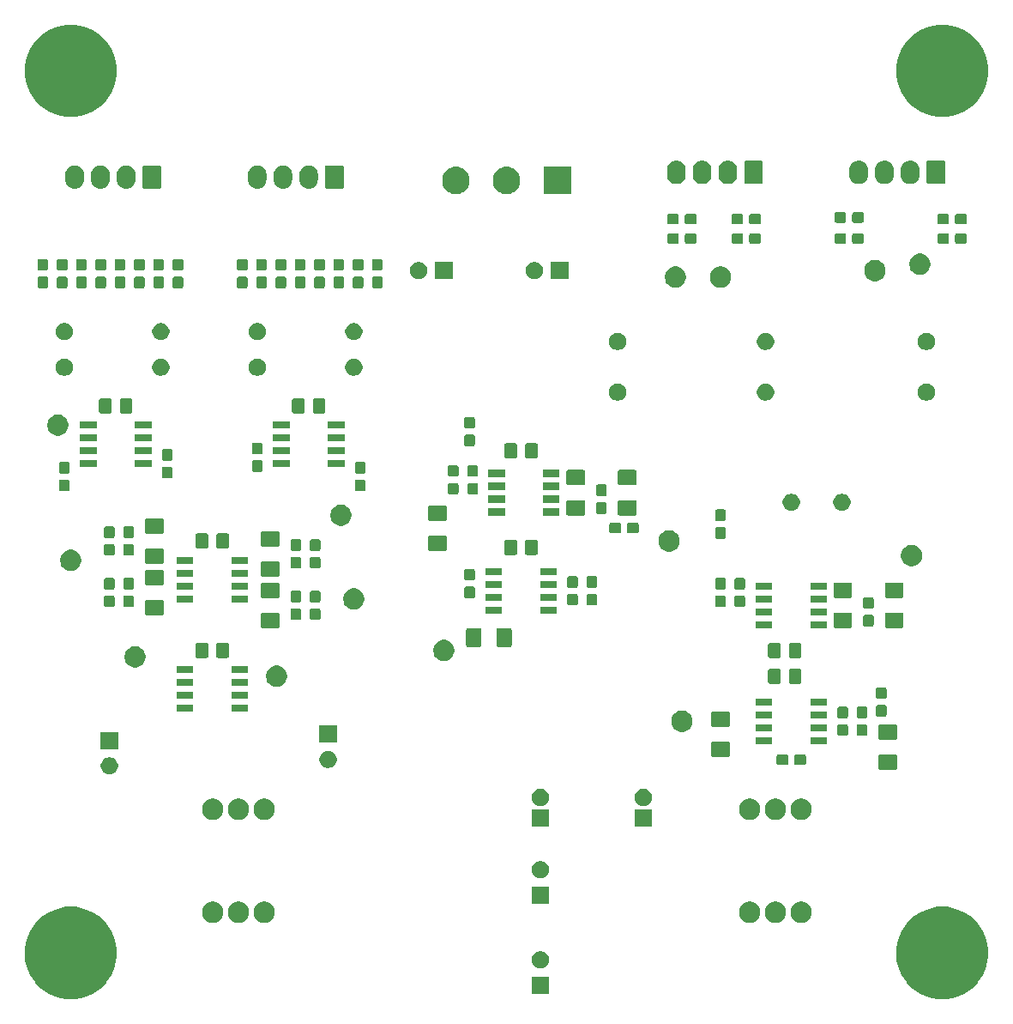
<source format=gbr>
G04 #@! TF.GenerationSoftware,KiCad,Pcbnew,5.0.1*
G04 #@! TF.CreationDate,2018-12-31T15:50:12-05:00*
G04 #@! TF.ProjectId,balanced_amplifier,62616C616E6365645F616D706C696669,rev?*
G04 #@! TF.SameCoordinates,Original*
G04 #@! TF.FileFunction,Soldermask,Top*
G04 #@! TF.FilePolarity,Negative*
%FSLAX46Y46*%
G04 Gerber Fmt 4.6, Leading zero omitted, Abs format (unit mm)*
G04 Created by KiCad (PCBNEW 5.0.1) date Mon 31 Dec 2018 03:50:12 PM EST*
%MOMM*%
%LPD*%
G01*
G04 APERTURE LIST*
%ADD10C,0.100000*%
G04 APERTURE END LIST*
D10*
G36*
X170527475Y-116438892D02*
X170527477Y-116438893D01*
X170527478Y-116438893D01*
X171355707Y-116781956D01*
X172097727Y-117277759D01*
X172101096Y-117280010D01*
X172734990Y-117913904D01*
X172734992Y-117913907D01*
X173233044Y-118659293D01*
X173576107Y-119487522D01*
X173576108Y-119487525D01*
X173751000Y-120366764D01*
X173751000Y-121263236D01*
X173689222Y-121573816D01*
X173576107Y-122142478D01*
X173233044Y-122970707D01*
X172737241Y-123712727D01*
X172734990Y-123716096D01*
X172101096Y-124349990D01*
X172101093Y-124349992D01*
X171355707Y-124848044D01*
X170527478Y-125191107D01*
X170527477Y-125191107D01*
X170527475Y-125191108D01*
X169648236Y-125366000D01*
X168751764Y-125366000D01*
X167872525Y-125191108D01*
X167872523Y-125191107D01*
X167872522Y-125191107D01*
X167044293Y-124848044D01*
X166298907Y-124349992D01*
X166298904Y-124349990D01*
X165665010Y-123716096D01*
X165662759Y-123712727D01*
X165166956Y-122970707D01*
X164823893Y-122142478D01*
X164710779Y-121573816D01*
X164649000Y-121263236D01*
X164649000Y-120366764D01*
X164823892Y-119487525D01*
X164823893Y-119487522D01*
X165166956Y-118659293D01*
X165665008Y-117913907D01*
X165665010Y-117913904D01*
X166298904Y-117280010D01*
X166302273Y-117277759D01*
X167044293Y-116781956D01*
X167872522Y-116438893D01*
X167872523Y-116438893D01*
X167872525Y-116438892D01*
X168751764Y-116264000D01*
X169648236Y-116264000D01*
X170527475Y-116438892D01*
X170527475Y-116438892D01*
G37*
G36*
X84512475Y-116438892D02*
X84512477Y-116438893D01*
X84512478Y-116438893D01*
X85340707Y-116781956D01*
X86082727Y-117277759D01*
X86086096Y-117280010D01*
X86719990Y-117913904D01*
X86719992Y-117913907D01*
X87218044Y-118659293D01*
X87561107Y-119487522D01*
X87561108Y-119487525D01*
X87736000Y-120366764D01*
X87736000Y-121263236D01*
X87674222Y-121573816D01*
X87561107Y-122142478D01*
X87218044Y-122970707D01*
X86722241Y-123712727D01*
X86719990Y-123716096D01*
X86086096Y-124349990D01*
X86086093Y-124349992D01*
X85340707Y-124848044D01*
X84512478Y-125191107D01*
X84512477Y-125191107D01*
X84512475Y-125191108D01*
X83633236Y-125366000D01*
X82736764Y-125366000D01*
X81857525Y-125191108D01*
X81857523Y-125191107D01*
X81857522Y-125191107D01*
X81029293Y-124848044D01*
X80283907Y-124349992D01*
X80283904Y-124349990D01*
X79650010Y-123716096D01*
X79647759Y-123712727D01*
X79151956Y-122970707D01*
X78808893Y-122142478D01*
X78695779Y-121573816D01*
X78634000Y-121263236D01*
X78634000Y-120366764D01*
X78808892Y-119487525D01*
X78808893Y-119487522D01*
X79151956Y-118659293D01*
X79650008Y-117913907D01*
X79650010Y-117913904D01*
X80283904Y-117280010D01*
X80287273Y-117277759D01*
X81029293Y-116781956D01*
X81857522Y-116438893D01*
X81857523Y-116438893D01*
X81857525Y-116438892D01*
X82736764Y-116264000D01*
X83633236Y-116264000D01*
X84512475Y-116438892D01*
X84512475Y-116438892D01*
G37*
G36*
X130391000Y-124841000D02*
X128689000Y-124841000D01*
X128689000Y-123139000D01*
X130391000Y-123139000D01*
X130391000Y-124841000D01*
X130391000Y-124841000D01*
G37*
G36*
X129788228Y-120671703D02*
X129943100Y-120735853D01*
X130082481Y-120828985D01*
X130201015Y-120947519D01*
X130294147Y-121086900D01*
X130358297Y-121241772D01*
X130391000Y-121406184D01*
X130391000Y-121573816D01*
X130358297Y-121738228D01*
X130294147Y-121893100D01*
X130201015Y-122032481D01*
X130082481Y-122151015D01*
X129943100Y-122244147D01*
X129788228Y-122308297D01*
X129623816Y-122341000D01*
X129456184Y-122341000D01*
X129291772Y-122308297D01*
X129136900Y-122244147D01*
X128997519Y-122151015D01*
X128878985Y-122032481D01*
X128785853Y-121893100D01*
X128721703Y-121738228D01*
X128689000Y-121573816D01*
X128689000Y-121406184D01*
X128721703Y-121241772D01*
X128785853Y-121086900D01*
X128878985Y-120947519D01*
X128997519Y-120828985D01*
X129136900Y-120735853D01*
X129291772Y-120671703D01*
X129456184Y-120639000D01*
X129623816Y-120639000D01*
X129788228Y-120671703D01*
X129788228Y-120671703D01*
G37*
G36*
X155586565Y-115789389D02*
X155777834Y-115868615D01*
X155949976Y-115983637D01*
X156096363Y-116130024D01*
X156211385Y-116302166D01*
X156290611Y-116493435D01*
X156331000Y-116696484D01*
X156331000Y-116903516D01*
X156290611Y-117106565D01*
X156211385Y-117297834D01*
X156096363Y-117469976D01*
X155949976Y-117616363D01*
X155777834Y-117731385D01*
X155586565Y-117810611D01*
X155383516Y-117851000D01*
X155176484Y-117851000D01*
X154973435Y-117810611D01*
X154782166Y-117731385D01*
X154610024Y-117616363D01*
X154463637Y-117469976D01*
X154348615Y-117297834D01*
X154269389Y-117106565D01*
X154229000Y-116903516D01*
X154229000Y-116696484D01*
X154269389Y-116493435D01*
X154348615Y-116302166D01*
X154463637Y-116130024D01*
X154610024Y-115983637D01*
X154782166Y-115868615D01*
X154973435Y-115789389D01*
X155176484Y-115749000D01*
X155383516Y-115749000D01*
X155586565Y-115789389D01*
X155586565Y-115789389D01*
G37*
G36*
X102586565Y-115789389D02*
X102777834Y-115868615D01*
X102949976Y-115983637D01*
X103096363Y-116130024D01*
X103211385Y-116302166D01*
X103290611Y-116493435D01*
X103331000Y-116696484D01*
X103331000Y-116903516D01*
X103290611Y-117106565D01*
X103211385Y-117297834D01*
X103096363Y-117469976D01*
X102949976Y-117616363D01*
X102777834Y-117731385D01*
X102586565Y-117810611D01*
X102383516Y-117851000D01*
X102176484Y-117851000D01*
X101973435Y-117810611D01*
X101782166Y-117731385D01*
X101610024Y-117616363D01*
X101463637Y-117469976D01*
X101348615Y-117297834D01*
X101269389Y-117106565D01*
X101229000Y-116903516D01*
X101229000Y-116696484D01*
X101269389Y-116493435D01*
X101348615Y-116302166D01*
X101463637Y-116130024D01*
X101610024Y-115983637D01*
X101782166Y-115868615D01*
X101973435Y-115789389D01*
X102176484Y-115749000D01*
X102383516Y-115749000D01*
X102586565Y-115789389D01*
X102586565Y-115789389D01*
G37*
G36*
X100046565Y-115789389D02*
X100237834Y-115868615D01*
X100409976Y-115983637D01*
X100556363Y-116130024D01*
X100671385Y-116302166D01*
X100750611Y-116493435D01*
X100791000Y-116696484D01*
X100791000Y-116903516D01*
X100750611Y-117106565D01*
X100671385Y-117297834D01*
X100556363Y-117469976D01*
X100409976Y-117616363D01*
X100237834Y-117731385D01*
X100046565Y-117810611D01*
X99843516Y-117851000D01*
X99636484Y-117851000D01*
X99433435Y-117810611D01*
X99242166Y-117731385D01*
X99070024Y-117616363D01*
X98923637Y-117469976D01*
X98808615Y-117297834D01*
X98729389Y-117106565D01*
X98689000Y-116903516D01*
X98689000Y-116696484D01*
X98729389Y-116493435D01*
X98808615Y-116302166D01*
X98923637Y-116130024D01*
X99070024Y-115983637D01*
X99242166Y-115868615D01*
X99433435Y-115789389D01*
X99636484Y-115749000D01*
X99843516Y-115749000D01*
X100046565Y-115789389D01*
X100046565Y-115789389D01*
G37*
G36*
X97506565Y-115789389D02*
X97697834Y-115868615D01*
X97869976Y-115983637D01*
X98016363Y-116130024D01*
X98131385Y-116302166D01*
X98210611Y-116493435D01*
X98251000Y-116696484D01*
X98251000Y-116903516D01*
X98210611Y-117106565D01*
X98131385Y-117297834D01*
X98016363Y-117469976D01*
X97869976Y-117616363D01*
X97697834Y-117731385D01*
X97506565Y-117810611D01*
X97303516Y-117851000D01*
X97096484Y-117851000D01*
X96893435Y-117810611D01*
X96702166Y-117731385D01*
X96530024Y-117616363D01*
X96383637Y-117469976D01*
X96268615Y-117297834D01*
X96189389Y-117106565D01*
X96149000Y-116903516D01*
X96149000Y-116696484D01*
X96189389Y-116493435D01*
X96268615Y-116302166D01*
X96383637Y-116130024D01*
X96530024Y-115983637D01*
X96702166Y-115868615D01*
X96893435Y-115789389D01*
X97096484Y-115749000D01*
X97303516Y-115749000D01*
X97506565Y-115789389D01*
X97506565Y-115789389D01*
G37*
G36*
X153046565Y-115789389D02*
X153237834Y-115868615D01*
X153409976Y-115983637D01*
X153556363Y-116130024D01*
X153671385Y-116302166D01*
X153750611Y-116493435D01*
X153791000Y-116696484D01*
X153791000Y-116903516D01*
X153750611Y-117106565D01*
X153671385Y-117297834D01*
X153556363Y-117469976D01*
X153409976Y-117616363D01*
X153237834Y-117731385D01*
X153046565Y-117810611D01*
X152843516Y-117851000D01*
X152636484Y-117851000D01*
X152433435Y-117810611D01*
X152242166Y-117731385D01*
X152070024Y-117616363D01*
X151923637Y-117469976D01*
X151808615Y-117297834D01*
X151729389Y-117106565D01*
X151689000Y-116903516D01*
X151689000Y-116696484D01*
X151729389Y-116493435D01*
X151808615Y-116302166D01*
X151923637Y-116130024D01*
X152070024Y-115983637D01*
X152242166Y-115868615D01*
X152433435Y-115789389D01*
X152636484Y-115749000D01*
X152843516Y-115749000D01*
X153046565Y-115789389D01*
X153046565Y-115789389D01*
G37*
G36*
X150506565Y-115789389D02*
X150697834Y-115868615D01*
X150869976Y-115983637D01*
X151016363Y-116130024D01*
X151131385Y-116302166D01*
X151210611Y-116493435D01*
X151251000Y-116696484D01*
X151251000Y-116903516D01*
X151210611Y-117106565D01*
X151131385Y-117297834D01*
X151016363Y-117469976D01*
X150869976Y-117616363D01*
X150697834Y-117731385D01*
X150506565Y-117810611D01*
X150303516Y-117851000D01*
X150096484Y-117851000D01*
X149893435Y-117810611D01*
X149702166Y-117731385D01*
X149530024Y-117616363D01*
X149383637Y-117469976D01*
X149268615Y-117297834D01*
X149189389Y-117106565D01*
X149149000Y-116903516D01*
X149149000Y-116696484D01*
X149189389Y-116493435D01*
X149268615Y-116302166D01*
X149383637Y-116130024D01*
X149530024Y-115983637D01*
X149702166Y-115868615D01*
X149893435Y-115789389D01*
X150096484Y-115749000D01*
X150303516Y-115749000D01*
X150506565Y-115789389D01*
X150506565Y-115789389D01*
G37*
G36*
X130391000Y-115951000D02*
X128689000Y-115951000D01*
X128689000Y-114249000D01*
X130391000Y-114249000D01*
X130391000Y-115951000D01*
X130391000Y-115951000D01*
G37*
G36*
X129788228Y-111781703D02*
X129943100Y-111845853D01*
X130082481Y-111938985D01*
X130201015Y-112057519D01*
X130294147Y-112196900D01*
X130358297Y-112351772D01*
X130391000Y-112516184D01*
X130391000Y-112683816D01*
X130358297Y-112848228D01*
X130294147Y-113003100D01*
X130201015Y-113142481D01*
X130082481Y-113261015D01*
X129943100Y-113354147D01*
X129788228Y-113418297D01*
X129623816Y-113451000D01*
X129456184Y-113451000D01*
X129291772Y-113418297D01*
X129136900Y-113354147D01*
X128997519Y-113261015D01*
X128878985Y-113142481D01*
X128785853Y-113003100D01*
X128721703Y-112848228D01*
X128689000Y-112683816D01*
X128689000Y-112516184D01*
X128721703Y-112351772D01*
X128785853Y-112196900D01*
X128878985Y-112057519D01*
X128997519Y-111938985D01*
X129136900Y-111845853D01*
X129291772Y-111781703D01*
X129456184Y-111749000D01*
X129623816Y-111749000D01*
X129788228Y-111781703D01*
X129788228Y-111781703D01*
G37*
G36*
X140551000Y-108331000D02*
X138849000Y-108331000D01*
X138849000Y-106629000D01*
X140551000Y-106629000D01*
X140551000Y-108331000D01*
X140551000Y-108331000D01*
G37*
G36*
X130391000Y-108331000D02*
X128689000Y-108331000D01*
X128689000Y-106629000D01*
X130391000Y-106629000D01*
X130391000Y-108331000D01*
X130391000Y-108331000D01*
G37*
G36*
X97506565Y-105629389D02*
X97697834Y-105708615D01*
X97869976Y-105823637D01*
X98016363Y-105970024D01*
X98131385Y-106142166D01*
X98210611Y-106333435D01*
X98251000Y-106536484D01*
X98251000Y-106743516D01*
X98210611Y-106946565D01*
X98131385Y-107137834D01*
X98016363Y-107309976D01*
X97869976Y-107456363D01*
X97697834Y-107571385D01*
X97506565Y-107650611D01*
X97303516Y-107691000D01*
X97096484Y-107691000D01*
X96893435Y-107650611D01*
X96702166Y-107571385D01*
X96530024Y-107456363D01*
X96383637Y-107309976D01*
X96268615Y-107137834D01*
X96189389Y-106946565D01*
X96149000Y-106743516D01*
X96149000Y-106536484D01*
X96189389Y-106333435D01*
X96268615Y-106142166D01*
X96383637Y-105970024D01*
X96530024Y-105823637D01*
X96702166Y-105708615D01*
X96893435Y-105629389D01*
X97096484Y-105589000D01*
X97303516Y-105589000D01*
X97506565Y-105629389D01*
X97506565Y-105629389D01*
G37*
G36*
X155586565Y-105629389D02*
X155777834Y-105708615D01*
X155949976Y-105823637D01*
X156096363Y-105970024D01*
X156211385Y-106142166D01*
X156290611Y-106333435D01*
X156331000Y-106536484D01*
X156331000Y-106743516D01*
X156290611Y-106946565D01*
X156211385Y-107137834D01*
X156096363Y-107309976D01*
X155949976Y-107456363D01*
X155777834Y-107571385D01*
X155586565Y-107650611D01*
X155383516Y-107691000D01*
X155176484Y-107691000D01*
X154973435Y-107650611D01*
X154782166Y-107571385D01*
X154610024Y-107456363D01*
X154463637Y-107309976D01*
X154348615Y-107137834D01*
X154269389Y-106946565D01*
X154229000Y-106743516D01*
X154229000Y-106536484D01*
X154269389Y-106333435D01*
X154348615Y-106142166D01*
X154463637Y-105970024D01*
X154610024Y-105823637D01*
X154782166Y-105708615D01*
X154973435Y-105629389D01*
X155176484Y-105589000D01*
X155383516Y-105589000D01*
X155586565Y-105629389D01*
X155586565Y-105629389D01*
G37*
G36*
X153046565Y-105629389D02*
X153237834Y-105708615D01*
X153409976Y-105823637D01*
X153556363Y-105970024D01*
X153671385Y-106142166D01*
X153750611Y-106333435D01*
X153791000Y-106536484D01*
X153791000Y-106743516D01*
X153750611Y-106946565D01*
X153671385Y-107137834D01*
X153556363Y-107309976D01*
X153409976Y-107456363D01*
X153237834Y-107571385D01*
X153046565Y-107650611D01*
X152843516Y-107691000D01*
X152636484Y-107691000D01*
X152433435Y-107650611D01*
X152242166Y-107571385D01*
X152070024Y-107456363D01*
X151923637Y-107309976D01*
X151808615Y-107137834D01*
X151729389Y-106946565D01*
X151689000Y-106743516D01*
X151689000Y-106536484D01*
X151729389Y-106333435D01*
X151808615Y-106142166D01*
X151923637Y-105970024D01*
X152070024Y-105823637D01*
X152242166Y-105708615D01*
X152433435Y-105629389D01*
X152636484Y-105589000D01*
X152843516Y-105589000D01*
X153046565Y-105629389D01*
X153046565Y-105629389D01*
G37*
G36*
X150506565Y-105629389D02*
X150697834Y-105708615D01*
X150869976Y-105823637D01*
X151016363Y-105970024D01*
X151131385Y-106142166D01*
X151210611Y-106333435D01*
X151251000Y-106536484D01*
X151251000Y-106743516D01*
X151210611Y-106946565D01*
X151131385Y-107137834D01*
X151016363Y-107309976D01*
X150869976Y-107456363D01*
X150697834Y-107571385D01*
X150506565Y-107650611D01*
X150303516Y-107691000D01*
X150096484Y-107691000D01*
X149893435Y-107650611D01*
X149702166Y-107571385D01*
X149530024Y-107456363D01*
X149383637Y-107309976D01*
X149268615Y-107137834D01*
X149189389Y-106946565D01*
X149149000Y-106743516D01*
X149149000Y-106536484D01*
X149189389Y-106333435D01*
X149268615Y-106142166D01*
X149383637Y-105970024D01*
X149530024Y-105823637D01*
X149702166Y-105708615D01*
X149893435Y-105629389D01*
X150096484Y-105589000D01*
X150303516Y-105589000D01*
X150506565Y-105629389D01*
X150506565Y-105629389D01*
G37*
G36*
X100046565Y-105629389D02*
X100237834Y-105708615D01*
X100409976Y-105823637D01*
X100556363Y-105970024D01*
X100671385Y-106142166D01*
X100750611Y-106333435D01*
X100791000Y-106536484D01*
X100791000Y-106743516D01*
X100750611Y-106946565D01*
X100671385Y-107137834D01*
X100556363Y-107309976D01*
X100409976Y-107456363D01*
X100237834Y-107571385D01*
X100046565Y-107650611D01*
X99843516Y-107691000D01*
X99636484Y-107691000D01*
X99433435Y-107650611D01*
X99242166Y-107571385D01*
X99070024Y-107456363D01*
X98923637Y-107309976D01*
X98808615Y-107137834D01*
X98729389Y-106946565D01*
X98689000Y-106743516D01*
X98689000Y-106536484D01*
X98729389Y-106333435D01*
X98808615Y-106142166D01*
X98923637Y-105970024D01*
X99070024Y-105823637D01*
X99242166Y-105708615D01*
X99433435Y-105629389D01*
X99636484Y-105589000D01*
X99843516Y-105589000D01*
X100046565Y-105629389D01*
X100046565Y-105629389D01*
G37*
G36*
X102586565Y-105629389D02*
X102777834Y-105708615D01*
X102949976Y-105823637D01*
X103096363Y-105970024D01*
X103211385Y-106142166D01*
X103290611Y-106333435D01*
X103331000Y-106536484D01*
X103331000Y-106743516D01*
X103290611Y-106946565D01*
X103211385Y-107137834D01*
X103096363Y-107309976D01*
X102949976Y-107456363D01*
X102777834Y-107571385D01*
X102586565Y-107650611D01*
X102383516Y-107691000D01*
X102176484Y-107691000D01*
X101973435Y-107650611D01*
X101782166Y-107571385D01*
X101610024Y-107456363D01*
X101463637Y-107309976D01*
X101348615Y-107137834D01*
X101269389Y-106946565D01*
X101229000Y-106743516D01*
X101229000Y-106536484D01*
X101269389Y-106333435D01*
X101348615Y-106142166D01*
X101463637Y-105970024D01*
X101610024Y-105823637D01*
X101782166Y-105708615D01*
X101973435Y-105629389D01*
X102176484Y-105589000D01*
X102383516Y-105589000D01*
X102586565Y-105629389D01*
X102586565Y-105629389D01*
G37*
G36*
X129788228Y-104661703D02*
X129943100Y-104725853D01*
X130082481Y-104818985D01*
X130201015Y-104937519D01*
X130294147Y-105076900D01*
X130358297Y-105231772D01*
X130391000Y-105396184D01*
X130391000Y-105563816D01*
X130358297Y-105728228D01*
X130294147Y-105883100D01*
X130201015Y-106022481D01*
X130082481Y-106141015D01*
X129943100Y-106234147D01*
X129788228Y-106298297D01*
X129623816Y-106331000D01*
X129456184Y-106331000D01*
X129291772Y-106298297D01*
X129136900Y-106234147D01*
X128997519Y-106141015D01*
X128878985Y-106022481D01*
X128785853Y-105883100D01*
X128721703Y-105728228D01*
X128689000Y-105563816D01*
X128689000Y-105396184D01*
X128721703Y-105231772D01*
X128785853Y-105076900D01*
X128878985Y-104937519D01*
X128997519Y-104818985D01*
X129136900Y-104725853D01*
X129291772Y-104661703D01*
X129456184Y-104629000D01*
X129623816Y-104629000D01*
X129788228Y-104661703D01*
X129788228Y-104661703D01*
G37*
G36*
X139948228Y-104661703D02*
X140103100Y-104725853D01*
X140242481Y-104818985D01*
X140361015Y-104937519D01*
X140454147Y-105076900D01*
X140518297Y-105231772D01*
X140551000Y-105396184D01*
X140551000Y-105563816D01*
X140518297Y-105728228D01*
X140454147Y-105883100D01*
X140361015Y-106022481D01*
X140242481Y-106141015D01*
X140103100Y-106234147D01*
X139948228Y-106298297D01*
X139783816Y-106331000D01*
X139616184Y-106331000D01*
X139451772Y-106298297D01*
X139296900Y-106234147D01*
X139157519Y-106141015D01*
X139038985Y-106022481D01*
X138945853Y-105883100D01*
X138881703Y-105728228D01*
X138849000Y-105563816D01*
X138849000Y-105396184D01*
X138881703Y-105231772D01*
X138945853Y-105076900D01*
X139038985Y-104937519D01*
X139157519Y-104818985D01*
X139296900Y-104725853D01*
X139451772Y-104661703D01*
X139616184Y-104629000D01*
X139783816Y-104629000D01*
X139948228Y-104661703D01*
X139948228Y-104661703D01*
G37*
G36*
X87243228Y-101541703D02*
X87398100Y-101605853D01*
X87537481Y-101698985D01*
X87656015Y-101817519D01*
X87749147Y-101956900D01*
X87813297Y-102111772D01*
X87846000Y-102276184D01*
X87846000Y-102443816D01*
X87813297Y-102608228D01*
X87749147Y-102763100D01*
X87656015Y-102902481D01*
X87537481Y-103021015D01*
X87398100Y-103114147D01*
X87243228Y-103178297D01*
X87078816Y-103211000D01*
X86911184Y-103211000D01*
X86746772Y-103178297D01*
X86591900Y-103114147D01*
X86452519Y-103021015D01*
X86333985Y-102902481D01*
X86240853Y-102763100D01*
X86176703Y-102608228D01*
X86144000Y-102443816D01*
X86144000Y-102276184D01*
X86176703Y-102111772D01*
X86240853Y-101956900D01*
X86333985Y-101817519D01*
X86452519Y-101698985D01*
X86591900Y-101605853D01*
X86746772Y-101541703D01*
X86911184Y-101509000D01*
X87078816Y-101509000D01*
X87243228Y-101541703D01*
X87243228Y-101541703D01*
G37*
G36*
X164605562Y-101223181D02*
X164640477Y-101233773D01*
X164672665Y-101250978D01*
X164700873Y-101274127D01*
X164724022Y-101302335D01*
X164741227Y-101334523D01*
X164751819Y-101369438D01*
X164756000Y-101411895D01*
X164756000Y-102553105D01*
X164751819Y-102595562D01*
X164741227Y-102630477D01*
X164724022Y-102662665D01*
X164700873Y-102690873D01*
X164672665Y-102714022D01*
X164640477Y-102731227D01*
X164605562Y-102741819D01*
X164563105Y-102746000D01*
X163096895Y-102746000D01*
X163054438Y-102741819D01*
X163019523Y-102731227D01*
X162987335Y-102714022D01*
X162959127Y-102690873D01*
X162935978Y-102662665D01*
X162918773Y-102630477D01*
X162908181Y-102595562D01*
X162904000Y-102553105D01*
X162904000Y-101411895D01*
X162908181Y-101369438D01*
X162918773Y-101334523D01*
X162935978Y-101302335D01*
X162959127Y-101274127D01*
X162987335Y-101250978D01*
X163019523Y-101233773D01*
X163054438Y-101223181D01*
X163096895Y-101219000D01*
X164563105Y-101219000D01*
X164605562Y-101223181D01*
X164605562Y-101223181D01*
G37*
G36*
X108833228Y-100906703D02*
X108988100Y-100970853D01*
X109127481Y-101063985D01*
X109246015Y-101182519D01*
X109339147Y-101321900D01*
X109403297Y-101476772D01*
X109436000Y-101641184D01*
X109436000Y-101808816D01*
X109403297Y-101973228D01*
X109339147Y-102128100D01*
X109246015Y-102267481D01*
X109127481Y-102386015D01*
X108988100Y-102479147D01*
X108833228Y-102543297D01*
X108668816Y-102576000D01*
X108501184Y-102576000D01*
X108336772Y-102543297D01*
X108181900Y-102479147D01*
X108042519Y-102386015D01*
X107923985Y-102267481D01*
X107830853Y-102128100D01*
X107766703Y-101973228D01*
X107734000Y-101808816D01*
X107734000Y-101641184D01*
X107766703Y-101476772D01*
X107830853Y-101321900D01*
X107923985Y-101182519D01*
X108042519Y-101063985D01*
X108181900Y-100970853D01*
X108336772Y-100906703D01*
X108501184Y-100874000D01*
X108668816Y-100874000D01*
X108833228Y-100906703D01*
X108833228Y-100906703D01*
G37*
G36*
X153844499Y-101243445D02*
X153881993Y-101254819D01*
X153916557Y-101273294D01*
X153946847Y-101298153D01*
X153971706Y-101328443D01*
X153990181Y-101363007D01*
X154001555Y-101400501D01*
X154006000Y-101445638D01*
X154006000Y-102084362D01*
X154001555Y-102129499D01*
X153990181Y-102166993D01*
X153971706Y-102201557D01*
X153946847Y-102231847D01*
X153916557Y-102256706D01*
X153881993Y-102275181D01*
X153844499Y-102286555D01*
X153799362Y-102291000D01*
X153060638Y-102291000D01*
X153015501Y-102286555D01*
X152978007Y-102275181D01*
X152943443Y-102256706D01*
X152913153Y-102231847D01*
X152888294Y-102201557D01*
X152869819Y-102166993D01*
X152858445Y-102129499D01*
X152854000Y-102084362D01*
X152854000Y-101445638D01*
X152858445Y-101400501D01*
X152869819Y-101363007D01*
X152888294Y-101328443D01*
X152913153Y-101298153D01*
X152943443Y-101273294D01*
X152978007Y-101254819D01*
X153015501Y-101243445D01*
X153060638Y-101239000D01*
X153799362Y-101239000D01*
X153844499Y-101243445D01*
X153844499Y-101243445D01*
G37*
G36*
X155594499Y-101243445D02*
X155631993Y-101254819D01*
X155666557Y-101273294D01*
X155696847Y-101298153D01*
X155721706Y-101328443D01*
X155740181Y-101363007D01*
X155751555Y-101400501D01*
X155756000Y-101445638D01*
X155756000Y-102084362D01*
X155751555Y-102129499D01*
X155740181Y-102166993D01*
X155721706Y-102201557D01*
X155696847Y-102231847D01*
X155666557Y-102256706D01*
X155631993Y-102275181D01*
X155594499Y-102286555D01*
X155549362Y-102291000D01*
X154810638Y-102291000D01*
X154765501Y-102286555D01*
X154728007Y-102275181D01*
X154693443Y-102256706D01*
X154663153Y-102231847D01*
X154638294Y-102201557D01*
X154619819Y-102166993D01*
X154608445Y-102129499D01*
X154604000Y-102084362D01*
X154604000Y-101445638D01*
X154608445Y-101400501D01*
X154619819Y-101363007D01*
X154638294Y-101328443D01*
X154663153Y-101298153D01*
X154693443Y-101273294D01*
X154728007Y-101254819D01*
X154765501Y-101243445D01*
X154810638Y-101239000D01*
X155549362Y-101239000D01*
X155594499Y-101243445D01*
X155594499Y-101243445D01*
G37*
G36*
X148095562Y-99953181D02*
X148130477Y-99963773D01*
X148162665Y-99980978D01*
X148190873Y-100004127D01*
X148214022Y-100032335D01*
X148231227Y-100064523D01*
X148241819Y-100099438D01*
X148246000Y-100141895D01*
X148246000Y-101283105D01*
X148241819Y-101325562D01*
X148231227Y-101360477D01*
X148214022Y-101392665D01*
X148190873Y-101420873D01*
X148162665Y-101444022D01*
X148130477Y-101461227D01*
X148095562Y-101471819D01*
X148053105Y-101476000D01*
X146586895Y-101476000D01*
X146544438Y-101471819D01*
X146509523Y-101461227D01*
X146477335Y-101444022D01*
X146449127Y-101420873D01*
X146425978Y-101392665D01*
X146408773Y-101360477D01*
X146398181Y-101325562D01*
X146394000Y-101283105D01*
X146394000Y-100141895D01*
X146398181Y-100099438D01*
X146408773Y-100064523D01*
X146425978Y-100032335D01*
X146449127Y-100004127D01*
X146477335Y-99980978D01*
X146509523Y-99963773D01*
X146544438Y-99953181D01*
X146586895Y-99949000D01*
X148053105Y-99949000D01*
X148095562Y-99953181D01*
X148095562Y-99953181D01*
G37*
G36*
X87846000Y-100711000D02*
X86144000Y-100711000D01*
X86144000Y-99009000D01*
X87846000Y-99009000D01*
X87846000Y-100711000D01*
X87846000Y-100711000D01*
G37*
G36*
X157831000Y-100211000D02*
X156179000Y-100211000D01*
X156179000Y-99509000D01*
X157831000Y-99509000D01*
X157831000Y-100211000D01*
X157831000Y-100211000D01*
G37*
G36*
X152431000Y-100211000D02*
X150779000Y-100211000D01*
X150779000Y-99509000D01*
X152431000Y-99509000D01*
X152431000Y-100211000D01*
X152431000Y-100211000D01*
G37*
G36*
X109436000Y-100076000D02*
X107734000Y-100076000D01*
X107734000Y-98374000D01*
X109436000Y-98374000D01*
X109436000Y-100076000D01*
X109436000Y-100076000D01*
G37*
G36*
X164605562Y-98248181D02*
X164640477Y-98258773D01*
X164672665Y-98275978D01*
X164700873Y-98299127D01*
X164724022Y-98327335D01*
X164741227Y-98359523D01*
X164751819Y-98394438D01*
X164756000Y-98436895D01*
X164756000Y-99578105D01*
X164751819Y-99620562D01*
X164741227Y-99655477D01*
X164724022Y-99687665D01*
X164700873Y-99715873D01*
X164672665Y-99739022D01*
X164640477Y-99756227D01*
X164605562Y-99766819D01*
X164563105Y-99771000D01*
X163096895Y-99771000D01*
X163054438Y-99766819D01*
X163019523Y-99756227D01*
X162987335Y-99739022D01*
X162959127Y-99715873D01*
X162935978Y-99687665D01*
X162918773Y-99655477D01*
X162908181Y-99620562D01*
X162904000Y-99578105D01*
X162904000Y-98436895D01*
X162908181Y-98394438D01*
X162918773Y-98359523D01*
X162935978Y-98327335D01*
X162959127Y-98299127D01*
X162987335Y-98275978D01*
X163019523Y-98258773D01*
X163054438Y-98248181D01*
X163096895Y-98244000D01*
X164563105Y-98244000D01*
X164605562Y-98248181D01*
X164605562Y-98248181D01*
G37*
G36*
X161654499Y-98258445D02*
X161691993Y-98269819D01*
X161726557Y-98288294D01*
X161756847Y-98313153D01*
X161781706Y-98343443D01*
X161800181Y-98378007D01*
X161811555Y-98415501D01*
X161816000Y-98460638D01*
X161816000Y-99199362D01*
X161811555Y-99244499D01*
X161800181Y-99281993D01*
X161781706Y-99316557D01*
X161756847Y-99346847D01*
X161726557Y-99371706D01*
X161691993Y-99390181D01*
X161654499Y-99401555D01*
X161609362Y-99406000D01*
X160970638Y-99406000D01*
X160925501Y-99401555D01*
X160888007Y-99390181D01*
X160853443Y-99371706D01*
X160823153Y-99346847D01*
X160798294Y-99316557D01*
X160779819Y-99281993D01*
X160768445Y-99244499D01*
X160764000Y-99199362D01*
X160764000Y-98460638D01*
X160768445Y-98415501D01*
X160779819Y-98378007D01*
X160798294Y-98343443D01*
X160823153Y-98313153D01*
X160853443Y-98288294D01*
X160888007Y-98269819D01*
X160925501Y-98258445D01*
X160970638Y-98254000D01*
X161609362Y-98254000D01*
X161654499Y-98258445D01*
X161654499Y-98258445D01*
G37*
G36*
X159749499Y-98258445D02*
X159786993Y-98269819D01*
X159821557Y-98288294D01*
X159851847Y-98313153D01*
X159876706Y-98343443D01*
X159895181Y-98378007D01*
X159906555Y-98415501D01*
X159911000Y-98460638D01*
X159911000Y-99199362D01*
X159906555Y-99244499D01*
X159895181Y-99281993D01*
X159876706Y-99316557D01*
X159851847Y-99346847D01*
X159821557Y-99371706D01*
X159786993Y-99390181D01*
X159749499Y-99401555D01*
X159704362Y-99406000D01*
X159065638Y-99406000D01*
X159020501Y-99401555D01*
X158983007Y-99390181D01*
X158948443Y-99371706D01*
X158918153Y-99346847D01*
X158893294Y-99316557D01*
X158874819Y-99281993D01*
X158863445Y-99244499D01*
X158859000Y-99199362D01*
X158859000Y-98460638D01*
X158863445Y-98415501D01*
X158874819Y-98378007D01*
X158893294Y-98343443D01*
X158918153Y-98313153D01*
X158948443Y-98288294D01*
X158983007Y-98269819D01*
X159020501Y-98258445D01*
X159065638Y-98254000D01*
X159704362Y-98254000D01*
X159749499Y-98258445D01*
X159749499Y-98258445D01*
G37*
G36*
X143816565Y-96944389D02*
X144007834Y-97023615D01*
X144179976Y-97138637D01*
X144326363Y-97285024D01*
X144441385Y-97457166D01*
X144520611Y-97648435D01*
X144561000Y-97851484D01*
X144561000Y-98058516D01*
X144520611Y-98261565D01*
X144441385Y-98452834D01*
X144326363Y-98624976D01*
X144179976Y-98771363D01*
X144007834Y-98886385D01*
X143816565Y-98965611D01*
X143613516Y-99006000D01*
X143406484Y-99006000D01*
X143203435Y-98965611D01*
X143012166Y-98886385D01*
X142840024Y-98771363D01*
X142693637Y-98624976D01*
X142578615Y-98452834D01*
X142499389Y-98261565D01*
X142459000Y-98058516D01*
X142459000Y-97851484D01*
X142499389Y-97648435D01*
X142578615Y-97457166D01*
X142693637Y-97285024D01*
X142840024Y-97138637D01*
X143012166Y-97023615D01*
X143203435Y-96944389D01*
X143406484Y-96904000D01*
X143613516Y-96904000D01*
X143816565Y-96944389D01*
X143816565Y-96944389D01*
G37*
G36*
X157831000Y-98941000D02*
X156179000Y-98941000D01*
X156179000Y-98239000D01*
X157831000Y-98239000D01*
X157831000Y-98941000D01*
X157831000Y-98941000D01*
G37*
G36*
X152431000Y-98941000D02*
X150779000Y-98941000D01*
X150779000Y-98239000D01*
X152431000Y-98239000D01*
X152431000Y-98941000D01*
X152431000Y-98941000D01*
G37*
G36*
X148095562Y-96978181D02*
X148130477Y-96988773D01*
X148162665Y-97005978D01*
X148190873Y-97029127D01*
X148214022Y-97057335D01*
X148231227Y-97089523D01*
X148241819Y-97124438D01*
X148246000Y-97166895D01*
X148246000Y-98308105D01*
X148241819Y-98350562D01*
X148231227Y-98385477D01*
X148214022Y-98417665D01*
X148190873Y-98445873D01*
X148162665Y-98469022D01*
X148130477Y-98486227D01*
X148095562Y-98496819D01*
X148053105Y-98501000D01*
X146586895Y-98501000D01*
X146544438Y-98496819D01*
X146509523Y-98486227D01*
X146477335Y-98469022D01*
X146449127Y-98445873D01*
X146425978Y-98417665D01*
X146408773Y-98385477D01*
X146398181Y-98350562D01*
X146394000Y-98308105D01*
X146394000Y-97166895D01*
X146398181Y-97124438D01*
X146408773Y-97089523D01*
X146425978Y-97057335D01*
X146449127Y-97029127D01*
X146477335Y-97005978D01*
X146509523Y-96988773D01*
X146544438Y-96978181D01*
X146586895Y-96974000D01*
X148053105Y-96974000D01*
X148095562Y-96978181D01*
X148095562Y-96978181D01*
G37*
G36*
X157831000Y-97671000D02*
X156179000Y-97671000D01*
X156179000Y-96969000D01*
X157831000Y-96969000D01*
X157831000Y-97671000D01*
X157831000Y-97671000D01*
G37*
G36*
X152431000Y-97671000D02*
X150779000Y-97671000D01*
X150779000Y-96969000D01*
X152431000Y-96969000D01*
X152431000Y-97671000D01*
X152431000Y-97671000D01*
G37*
G36*
X159749499Y-96508445D02*
X159786993Y-96519819D01*
X159821557Y-96538294D01*
X159851847Y-96563153D01*
X159876706Y-96593443D01*
X159895181Y-96628007D01*
X159906555Y-96665501D01*
X159911000Y-96710638D01*
X159911000Y-97449362D01*
X159906555Y-97494499D01*
X159895181Y-97531993D01*
X159876706Y-97566557D01*
X159851847Y-97596847D01*
X159821557Y-97621706D01*
X159786993Y-97640181D01*
X159749499Y-97651555D01*
X159704362Y-97656000D01*
X159065638Y-97656000D01*
X159020501Y-97651555D01*
X158983007Y-97640181D01*
X158948443Y-97621706D01*
X158918153Y-97596847D01*
X158893294Y-97566557D01*
X158874819Y-97531993D01*
X158863445Y-97494499D01*
X158859000Y-97449362D01*
X158859000Y-96710638D01*
X158863445Y-96665501D01*
X158874819Y-96628007D01*
X158893294Y-96593443D01*
X158918153Y-96563153D01*
X158948443Y-96538294D01*
X158983007Y-96519819D01*
X159020501Y-96508445D01*
X159065638Y-96504000D01*
X159704362Y-96504000D01*
X159749499Y-96508445D01*
X159749499Y-96508445D01*
G37*
G36*
X161654499Y-96508445D02*
X161691993Y-96519819D01*
X161726557Y-96538294D01*
X161756847Y-96563153D01*
X161781706Y-96593443D01*
X161800181Y-96628007D01*
X161811555Y-96665501D01*
X161816000Y-96710638D01*
X161816000Y-97449362D01*
X161811555Y-97494499D01*
X161800181Y-97531993D01*
X161781706Y-97566557D01*
X161756847Y-97596847D01*
X161726557Y-97621706D01*
X161691993Y-97640181D01*
X161654499Y-97651555D01*
X161609362Y-97656000D01*
X160970638Y-97656000D01*
X160925501Y-97651555D01*
X160888007Y-97640181D01*
X160853443Y-97621706D01*
X160823153Y-97596847D01*
X160798294Y-97566557D01*
X160779819Y-97531993D01*
X160768445Y-97494499D01*
X160764000Y-97449362D01*
X160764000Y-96710638D01*
X160768445Y-96665501D01*
X160779819Y-96628007D01*
X160798294Y-96593443D01*
X160823153Y-96563153D01*
X160853443Y-96538294D01*
X160888007Y-96519819D01*
X160925501Y-96508445D01*
X160970638Y-96504000D01*
X161609362Y-96504000D01*
X161654499Y-96508445D01*
X161654499Y-96508445D01*
G37*
G36*
X163559499Y-96353445D02*
X163596993Y-96364819D01*
X163631557Y-96383294D01*
X163661847Y-96408153D01*
X163686706Y-96438443D01*
X163705181Y-96473007D01*
X163716555Y-96510501D01*
X163721000Y-96555638D01*
X163721000Y-97294362D01*
X163716555Y-97339499D01*
X163705181Y-97376993D01*
X163686706Y-97411557D01*
X163661847Y-97441847D01*
X163631557Y-97466706D01*
X163596993Y-97485181D01*
X163559499Y-97496555D01*
X163514362Y-97501000D01*
X162875638Y-97501000D01*
X162830501Y-97496555D01*
X162793007Y-97485181D01*
X162758443Y-97466706D01*
X162728153Y-97441847D01*
X162703294Y-97411557D01*
X162684819Y-97376993D01*
X162673445Y-97339499D01*
X162669000Y-97294362D01*
X162669000Y-96555638D01*
X162673445Y-96510501D01*
X162684819Y-96473007D01*
X162703294Y-96438443D01*
X162728153Y-96408153D01*
X162758443Y-96383294D01*
X162793007Y-96364819D01*
X162830501Y-96353445D01*
X162875638Y-96349000D01*
X163514362Y-96349000D01*
X163559499Y-96353445D01*
X163559499Y-96353445D01*
G37*
G36*
X100681000Y-97036000D02*
X99029000Y-97036000D01*
X99029000Y-96334000D01*
X100681000Y-96334000D01*
X100681000Y-97036000D01*
X100681000Y-97036000D01*
G37*
G36*
X95281000Y-97036000D02*
X93629000Y-97036000D01*
X93629000Y-96334000D01*
X95281000Y-96334000D01*
X95281000Y-97036000D01*
X95281000Y-97036000D01*
G37*
G36*
X152431000Y-96401000D02*
X150779000Y-96401000D01*
X150779000Y-95699000D01*
X152431000Y-95699000D01*
X152431000Y-96401000D01*
X152431000Y-96401000D01*
G37*
G36*
X157831000Y-96401000D02*
X156179000Y-96401000D01*
X156179000Y-95699000D01*
X157831000Y-95699000D01*
X157831000Y-96401000D01*
X157831000Y-96401000D01*
G37*
G36*
X100681000Y-95766000D02*
X99029000Y-95766000D01*
X99029000Y-95064000D01*
X100681000Y-95064000D01*
X100681000Y-95766000D01*
X100681000Y-95766000D01*
G37*
G36*
X95281000Y-95766000D02*
X93629000Y-95766000D01*
X93629000Y-95064000D01*
X95281000Y-95064000D01*
X95281000Y-95766000D01*
X95281000Y-95766000D01*
G37*
G36*
X163559499Y-94603445D02*
X163596993Y-94614819D01*
X163631557Y-94633294D01*
X163661847Y-94658153D01*
X163686706Y-94688443D01*
X163705181Y-94723007D01*
X163716555Y-94760501D01*
X163721000Y-94805638D01*
X163721000Y-95544362D01*
X163716555Y-95589499D01*
X163705181Y-95626993D01*
X163686706Y-95661557D01*
X163661847Y-95691847D01*
X163631557Y-95716706D01*
X163596993Y-95735181D01*
X163559499Y-95746555D01*
X163514362Y-95751000D01*
X162875638Y-95751000D01*
X162830501Y-95746555D01*
X162793007Y-95735181D01*
X162758443Y-95716706D01*
X162728153Y-95691847D01*
X162703294Y-95661557D01*
X162684819Y-95626993D01*
X162673445Y-95589499D01*
X162669000Y-95544362D01*
X162669000Y-94805638D01*
X162673445Y-94760501D01*
X162684819Y-94723007D01*
X162703294Y-94688443D01*
X162728153Y-94658153D01*
X162758443Y-94633294D01*
X162793007Y-94614819D01*
X162830501Y-94603445D01*
X162875638Y-94599000D01*
X163514362Y-94599000D01*
X163559499Y-94603445D01*
X163559499Y-94603445D01*
G37*
G36*
X103811565Y-92499389D02*
X104002834Y-92578615D01*
X104174976Y-92693637D01*
X104321363Y-92840024D01*
X104436385Y-93012166D01*
X104515611Y-93203435D01*
X104556000Y-93406484D01*
X104556000Y-93613516D01*
X104515611Y-93816565D01*
X104436385Y-94007834D01*
X104321363Y-94179976D01*
X104174976Y-94326363D01*
X104002834Y-94441385D01*
X103811565Y-94520611D01*
X103608516Y-94561000D01*
X103401484Y-94561000D01*
X103198435Y-94520611D01*
X103007166Y-94441385D01*
X102835024Y-94326363D01*
X102688637Y-94179976D01*
X102573615Y-94007834D01*
X102494389Y-93816565D01*
X102454000Y-93613516D01*
X102454000Y-93406484D01*
X102494389Y-93203435D01*
X102573615Y-93012166D01*
X102688637Y-92840024D01*
X102835024Y-92693637D01*
X103007166Y-92578615D01*
X103198435Y-92499389D01*
X103401484Y-92459000D01*
X103608516Y-92459000D01*
X103811565Y-92499389D01*
X103811565Y-92499389D01*
G37*
G36*
X95281000Y-94496000D02*
X93629000Y-94496000D01*
X93629000Y-93794000D01*
X95281000Y-93794000D01*
X95281000Y-94496000D01*
X95281000Y-94496000D01*
G37*
G36*
X100681000Y-94496000D02*
X99029000Y-94496000D01*
X99029000Y-93794000D01*
X100681000Y-93794000D01*
X100681000Y-94496000D01*
X100681000Y-94496000D01*
G37*
G36*
X153108677Y-92763465D02*
X153146364Y-92774898D01*
X153181103Y-92793466D01*
X153211548Y-92818452D01*
X153236534Y-92848897D01*
X153255102Y-92883636D01*
X153266535Y-92921323D01*
X153271000Y-92966661D01*
X153271000Y-94053339D01*
X153266535Y-94098677D01*
X153255102Y-94136364D01*
X153236534Y-94171103D01*
X153211548Y-94201548D01*
X153181103Y-94226534D01*
X153146364Y-94245102D01*
X153108677Y-94256535D01*
X153063339Y-94261000D01*
X152226661Y-94261000D01*
X152181323Y-94256535D01*
X152143636Y-94245102D01*
X152108897Y-94226534D01*
X152078452Y-94201548D01*
X152053466Y-94171103D01*
X152034898Y-94136364D01*
X152023465Y-94098677D01*
X152019000Y-94053339D01*
X152019000Y-92966661D01*
X152023465Y-92921323D01*
X152034898Y-92883636D01*
X152053466Y-92848897D01*
X152078452Y-92818452D01*
X152108897Y-92793466D01*
X152143636Y-92774898D01*
X152181323Y-92763465D01*
X152226661Y-92759000D01*
X153063339Y-92759000D01*
X153108677Y-92763465D01*
X153108677Y-92763465D01*
G37*
G36*
X155158677Y-92763465D02*
X155196364Y-92774898D01*
X155231103Y-92793466D01*
X155261548Y-92818452D01*
X155286534Y-92848897D01*
X155305102Y-92883636D01*
X155316535Y-92921323D01*
X155321000Y-92966661D01*
X155321000Y-94053339D01*
X155316535Y-94098677D01*
X155305102Y-94136364D01*
X155286534Y-94171103D01*
X155261548Y-94201548D01*
X155231103Y-94226534D01*
X155196364Y-94245102D01*
X155158677Y-94256535D01*
X155113339Y-94261000D01*
X154276661Y-94261000D01*
X154231323Y-94256535D01*
X154193636Y-94245102D01*
X154158897Y-94226534D01*
X154128452Y-94201548D01*
X154103466Y-94171103D01*
X154084898Y-94136364D01*
X154073465Y-94098677D01*
X154069000Y-94053339D01*
X154069000Y-92966661D01*
X154073465Y-92921323D01*
X154084898Y-92883636D01*
X154103466Y-92848897D01*
X154128452Y-92818452D01*
X154158897Y-92793466D01*
X154193636Y-92774898D01*
X154231323Y-92763465D01*
X154276661Y-92759000D01*
X155113339Y-92759000D01*
X155158677Y-92763465D01*
X155158677Y-92763465D01*
G37*
G36*
X100681000Y-93226000D02*
X99029000Y-93226000D01*
X99029000Y-92524000D01*
X100681000Y-92524000D01*
X100681000Y-93226000D01*
X100681000Y-93226000D01*
G37*
G36*
X95281000Y-93226000D02*
X93629000Y-93226000D01*
X93629000Y-92524000D01*
X95281000Y-92524000D01*
X95281000Y-93226000D01*
X95281000Y-93226000D01*
G37*
G36*
X89841565Y-90594389D02*
X90032834Y-90673615D01*
X90204976Y-90788637D01*
X90351363Y-90935024D01*
X90466385Y-91107166D01*
X90545611Y-91298435D01*
X90586000Y-91501484D01*
X90586000Y-91708516D01*
X90545611Y-91911565D01*
X90466385Y-92102834D01*
X90351363Y-92274976D01*
X90204976Y-92421363D01*
X90032834Y-92536385D01*
X89841565Y-92615611D01*
X89638516Y-92656000D01*
X89431484Y-92656000D01*
X89228435Y-92615611D01*
X89037166Y-92536385D01*
X88865024Y-92421363D01*
X88718637Y-92274976D01*
X88603615Y-92102834D01*
X88524389Y-91911565D01*
X88484000Y-91708516D01*
X88484000Y-91501484D01*
X88524389Y-91298435D01*
X88603615Y-91107166D01*
X88718637Y-90935024D01*
X88865024Y-90788637D01*
X89037166Y-90673615D01*
X89228435Y-90594389D01*
X89431484Y-90554000D01*
X89638516Y-90554000D01*
X89841565Y-90594389D01*
X89841565Y-90594389D01*
G37*
G36*
X120321565Y-89959389D02*
X120512834Y-90038615D01*
X120684976Y-90153637D01*
X120831363Y-90300024D01*
X120946385Y-90472166D01*
X121025611Y-90663435D01*
X121066000Y-90866484D01*
X121066000Y-91073516D01*
X121025611Y-91276565D01*
X120946385Y-91467834D01*
X120831363Y-91639976D01*
X120684976Y-91786363D01*
X120512834Y-91901385D01*
X120321565Y-91980611D01*
X120118516Y-92021000D01*
X119911484Y-92021000D01*
X119708435Y-91980611D01*
X119517166Y-91901385D01*
X119345024Y-91786363D01*
X119198637Y-91639976D01*
X119083615Y-91467834D01*
X119004389Y-91276565D01*
X118964000Y-91073516D01*
X118964000Y-90866484D01*
X119004389Y-90663435D01*
X119083615Y-90472166D01*
X119198637Y-90300024D01*
X119345024Y-90153637D01*
X119517166Y-90038615D01*
X119708435Y-89959389D01*
X119911484Y-89919000D01*
X120118516Y-89919000D01*
X120321565Y-89959389D01*
X120321565Y-89959389D01*
G37*
G36*
X153108677Y-90223465D02*
X153146364Y-90234898D01*
X153181103Y-90253466D01*
X153211548Y-90278452D01*
X153236534Y-90308897D01*
X153255102Y-90343636D01*
X153266535Y-90381323D01*
X153271000Y-90426661D01*
X153271000Y-91513339D01*
X153266535Y-91558677D01*
X153255102Y-91596364D01*
X153236534Y-91631103D01*
X153211548Y-91661548D01*
X153181103Y-91686534D01*
X153146364Y-91705102D01*
X153108677Y-91716535D01*
X153063339Y-91721000D01*
X152226661Y-91721000D01*
X152181323Y-91716535D01*
X152143636Y-91705102D01*
X152108897Y-91686534D01*
X152078452Y-91661548D01*
X152053466Y-91631103D01*
X152034898Y-91596364D01*
X152023465Y-91558677D01*
X152019000Y-91513339D01*
X152019000Y-90426661D01*
X152023465Y-90381323D01*
X152034898Y-90343636D01*
X152053466Y-90308897D01*
X152078452Y-90278452D01*
X152108897Y-90253466D01*
X152143636Y-90234898D01*
X152181323Y-90223465D01*
X152226661Y-90219000D01*
X153063339Y-90219000D01*
X153108677Y-90223465D01*
X153108677Y-90223465D01*
G37*
G36*
X155158677Y-90223465D02*
X155196364Y-90234898D01*
X155231103Y-90253466D01*
X155261548Y-90278452D01*
X155286534Y-90308897D01*
X155305102Y-90343636D01*
X155316535Y-90381323D01*
X155321000Y-90426661D01*
X155321000Y-91513339D01*
X155316535Y-91558677D01*
X155305102Y-91596364D01*
X155286534Y-91631103D01*
X155261548Y-91661548D01*
X155231103Y-91686534D01*
X155196364Y-91705102D01*
X155158677Y-91716535D01*
X155113339Y-91721000D01*
X154276661Y-91721000D01*
X154231323Y-91716535D01*
X154193636Y-91705102D01*
X154158897Y-91686534D01*
X154128452Y-91661548D01*
X154103466Y-91631103D01*
X154084898Y-91596364D01*
X154073465Y-91558677D01*
X154069000Y-91513339D01*
X154069000Y-90426661D01*
X154073465Y-90381323D01*
X154084898Y-90343636D01*
X154103466Y-90308897D01*
X154128452Y-90278452D01*
X154158897Y-90253466D01*
X154193636Y-90234898D01*
X154231323Y-90223465D01*
X154276661Y-90219000D01*
X155113339Y-90219000D01*
X155158677Y-90223465D01*
X155158677Y-90223465D01*
G37*
G36*
X96593677Y-90223465D02*
X96631364Y-90234898D01*
X96666103Y-90253466D01*
X96696548Y-90278452D01*
X96721534Y-90308897D01*
X96740102Y-90343636D01*
X96751535Y-90381323D01*
X96756000Y-90426661D01*
X96756000Y-91513339D01*
X96751535Y-91558677D01*
X96740102Y-91596364D01*
X96721534Y-91631103D01*
X96696548Y-91661548D01*
X96666103Y-91686534D01*
X96631364Y-91705102D01*
X96593677Y-91716535D01*
X96548339Y-91721000D01*
X95711661Y-91721000D01*
X95666323Y-91716535D01*
X95628636Y-91705102D01*
X95593897Y-91686534D01*
X95563452Y-91661548D01*
X95538466Y-91631103D01*
X95519898Y-91596364D01*
X95508465Y-91558677D01*
X95504000Y-91513339D01*
X95504000Y-90426661D01*
X95508465Y-90381323D01*
X95519898Y-90343636D01*
X95538466Y-90308897D01*
X95563452Y-90278452D01*
X95593897Y-90253466D01*
X95628636Y-90234898D01*
X95666323Y-90223465D01*
X95711661Y-90219000D01*
X96548339Y-90219000D01*
X96593677Y-90223465D01*
X96593677Y-90223465D01*
G37*
G36*
X98643677Y-90223465D02*
X98681364Y-90234898D01*
X98716103Y-90253466D01*
X98746548Y-90278452D01*
X98771534Y-90308897D01*
X98790102Y-90343636D01*
X98801535Y-90381323D01*
X98806000Y-90426661D01*
X98806000Y-91513339D01*
X98801535Y-91558677D01*
X98790102Y-91596364D01*
X98771534Y-91631103D01*
X98746548Y-91661548D01*
X98716103Y-91686534D01*
X98681364Y-91705102D01*
X98643677Y-91716535D01*
X98598339Y-91721000D01*
X97761661Y-91721000D01*
X97716323Y-91716535D01*
X97678636Y-91705102D01*
X97643897Y-91686534D01*
X97613452Y-91661548D01*
X97588466Y-91631103D01*
X97569898Y-91596364D01*
X97558465Y-91558677D01*
X97554000Y-91513339D01*
X97554000Y-90426661D01*
X97558465Y-90381323D01*
X97569898Y-90343636D01*
X97588466Y-90308897D01*
X97613452Y-90278452D01*
X97643897Y-90253466D01*
X97678636Y-90234898D01*
X97716323Y-90223465D01*
X97761661Y-90219000D01*
X98598339Y-90219000D01*
X98643677Y-90223465D01*
X98643677Y-90223465D01*
G37*
G36*
X126560562Y-88778181D02*
X126595477Y-88788773D01*
X126627665Y-88805978D01*
X126655873Y-88829127D01*
X126679022Y-88857335D01*
X126696227Y-88889523D01*
X126706819Y-88924438D01*
X126711000Y-88966895D01*
X126711000Y-90433105D01*
X126706819Y-90475562D01*
X126696227Y-90510477D01*
X126679022Y-90542665D01*
X126655873Y-90570873D01*
X126627665Y-90594022D01*
X126595477Y-90611227D01*
X126560562Y-90621819D01*
X126518105Y-90626000D01*
X125376895Y-90626000D01*
X125334438Y-90621819D01*
X125299523Y-90611227D01*
X125267335Y-90594022D01*
X125239127Y-90570873D01*
X125215978Y-90542665D01*
X125198773Y-90510477D01*
X125188181Y-90475562D01*
X125184000Y-90433105D01*
X125184000Y-88966895D01*
X125188181Y-88924438D01*
X125198773Y-88889523D01*
X125215978Y-88857335D01*
X125239127Y-88829127D01*
X125267335Y-88805978D01*
X125299523Y-88788773D01*
X125334438Y-88778181D01*
X125376895Y-88774000D01*
X126518105Y-88774000D01*
X126560562Y-88778181D01*
X126560562Y-88778181D01*
G37*
G36*
X123585562Y-88778181D02*
X123620477Y-88788773D01*
X123652665Y-88805978D01*
X123680873Y-88829127D01*
X123704022Y-88857335D01*
X123721227Y-88889523D01*
X123731819Y-88924438D01*
X123736000Y-88966895D01*
X123736000Y-90433105D01*
X123731819Y-90475562D01*
X123721227Y-90510477D01*
X123704022Y-90542665D01*
X123680873Y-90570873D01*
X123652665Y-90594022D01*
X123620477Y-90611227D01*
X123585562Y-90621819D01*
X123543105Y-90626000D01*
X122401895Y-90626000D01*
X122359438Y-90621819D01*
X122324523Y-90611227D01*
X122292335Y-90594022D01*
X122264127Y-90570873D01*
X122240978Y-90542665D01*
X122223773Y-90510477D01*
X122213181Y-90475562D01*
X122209000Y-90433105D01*
X122209000Y-88966895D01*
X122213181Y-88924438D01*
X122223773Y-88889523D01*
X122240978Y-88857335D01*
X122264127Y-88829127D01*
X122292335Y-88805978D01*
X122324523Y-88788773D01*
X122359438Y-88778181D01*
X122401895Y-88774000D01*
X123543105Y-88774000D01*
X123585562Y-88778181D01*
X123585562Y-88778181D01*
G37*
G36*
X157831000Y-88781000D02*
X156179000Y-88781000D01*
X156179000Y-88079000D01*
X157831000Y-88079000D01*
X157831000Y-88781000D01*
X157831000Y-88781000D01*
G37*
G36*
X152431000Y-88781000D02*
X150779000Y-88781000D01*
X150779000Y-88079000D01*
X152431000Y-88079000D01*
X152431000Y-88781000D01*
X152431000Y-88781000D01*
G37*
G36*
X165240562Y-87253181D02*
X165275477Y-87263773D01*
X165307665Y-87280978D01*
X165335873Y-87304127D01*
X165359022Y-87332335D01*
X165376227Y-87364523D01*
X165386819Y-87399438D01*
X165391000Y-87441895D01*
X165391000Y-88583105D01*
X165386819Y-88625562D01*
X165376227Y-88660477D01*
X165359022Y-88692665D01*
X165335873Y-88720873D01*
X165307665Y-88744022D01*
X165275477Y-88761227D01*
X165240562Y-88771819D01*
X165198105Y-88776000D01*
X163731895Y-88776000D01*
X163689438Y-88771819D01*
X163654523Y-88761227D01*
X163622335Y-88744022D01*
X163594127Y-88720873D01*
X163570978Y-88692665D01*
X163553773Y-88660477D01*
X163543181Y-88625562D01*
X163539000Y-88583105D01*
X163539000Y-87441895D01*
X163543181Y-87399438D01*
X163553773Y-87364523D01*
X163570978Y-87332335D01*
X163594127Y-87304127D01*
X163622335Y-87280978D01*
X163654523Y-87263773D01*
X163689438Y-87253181D01*
X163731895Y-87249000D01*
X165198105Y-87249000D01*
X165240562Y-87253181D01*
X165240562Y-87253181D01*
G37*
G36*
X160160562Y-87253181D02*
X160195477Y-87263773D01*
X160227665Y-87280978D01*
X160255873Y-87304127D01*
X160279022Y-87332335D01*
X160296227Y-87364523D01*
X160306819Y-87399438D01*
X160311000Y-87441895D01*
X160311000Y-88583105D01*
X160306819Y-88625562D01*
X160296227Y-88660477D01*
X160279022Y-88692665D01*
X160255873Y-88720873D01*
X160227665Y-88744022D01*
X160195477Y-88761227D01*
X160160562Y-88771819D01*
X160118105Y-88776000D01*
X158651895Y-88776000D01*
X158609438Y-88771819D01*
X158574523Y-88761227D01*
X158542335Y-88744022D01*
X158514127Y-88720873D01*
X158490978Y-88692665D01*
X158473773Y-88660477D01*
X158463181Y-88625562D01*
X158459000Y-88583105D01*
X158459000Y-87441895D01*
X158463181Y-87399438D01*
X158473773Y-87364523D01*
X158490978Y-87332335D01*
X158514127Y-87304127D01*
X158542335Y-87280978D01*
X158574523Y-87263773D01*
X158609438Y-87253181D01*
X158651895Y-87249000D01*
X160118105Y-87249000D01*
X160160562Y-87253181D01*
X160160562Y-87253181D01*
G37*
G36*
X103645562Y-87253181D02*
X103680477Y-87263773D01*
X103712665Y-87280978D01*
X103740873Y-87304127D01*
X103764022Y-87332335D01*
X103781227Y-87364523D01*
X103791819Y-87399438D01*
X103796000Y-87441895D01*
X103796000Y-88583105D01*
X103791819Y-88625562D01*
X103781227Y-88660477D01*
X103764022Y-88692665D01*
X103740873Y-88720873D01*
X103712665Y-88744022D01*
X103680477Y-88761227D01*
X103645562Y-88771819D01*
X103603105Y-88776000D01*
X102136895Y-88776000D01*
X102094438Y-88771819D01*
X102059523Y-88761227D01*
X102027335Y-88744022D01*
X101999127Y-88720873D01*
X101975978Y-88692665D01*
X101958773Y-88660477D01*
X101948181Y-88625562D01*
X101944000Y-88583105D01*
X101944000Y-87441895D01*
X101948181Y-87399438D01*
X101958773Y-87364523D01*
X101975978Y-87332335D01*
X101999127Y-87304127D01*
X102027335Y-87280978D01*
X102059523Y-87263773D01*
X102094438Y-87253181D01*
X102136895Y-87249000D01*
X103603105Y-87249000D01*
X103645562Y-87253181D01*
X103645562Y-87253181D01*
G37*
G36*
X162289499Y-87463445D02*
X162326993Y-87474819D01*
X162361557Y-87493294D01*
X162391847Y-87518153D01*
X162416706Y-87548443D01*
X162435181Y-87583007D01*
X162446555Y-87620501D01*
X162451000Y-87665638D01*
X162451000Y-88404362D01*
X162446555Y-88449499D01*
X162435181Y-88486993D01*
X162416706Y-88521557D01*
X162391847Y-88551847D01*
X162361557Y-88576706D01*
X162326993Y-88595181D01*
X162289499Y-88606555D01*
X162244362Y-88611000D01*
X161605638Y-88611000D01*
X161560501Y-88606555D01*
X161523007Y-88595181D01*
X161488443Y-88576706D01*
X161458153Y-88551847D01*
X161433294Y-88521557D01*
X161414819Y-88486993D01*
X161403445Y-88449499D01*
X161399000Y-88404362D01*
X161399000Y-87665638D01*
X161403445Y-87620501D01*
X161414819Y-87583007D01*
X161433294Y-87548443D01*
X161458153Y-87518153D01*
X161488443Y-87493294D01*
X161523007Y-87474819D01*
X161560501Y-87463445D01*
X161605638Y-87459000D01*
X162244362Y-87459000D01*
X162289499Y-87463445D01*
X162289499Y-87463445D01*
G37*
G36*
X107679499Y-86828445D02*
X107716993Y-86839819D01*
X107751557Y-86858294D01*
X107781847Y-86883153D01*
X107806706Y-86913443D01*
X107825181Y-86948007D01*
X107836555Y-86985501D01*
X107841000Y-87030638D01*
X107841000Y-87769362D01*
X107836555Y-87814499D01*
X107825181Y-87851993D01*
X107806706Y-87886557D01*
X107781847Y-87916847D01*
X107751557Y-87941706D01*
X107716993Y-87960181D01*
X107679499Y-87971555D01*
X107634362Y-87976000D01*
X106995638Y-87976000D01*
X106950501Y-87971555D01*
X106913007Y-87960181D01*
X106878443Y-87941706D01*
X106848153Y-87916847D01*
X106823294Y-87886557D01*
X106804819Y-87851993D01*
X106793445Y-87814499D01*
X106789000Y-87769362D01*
X106789000Y-87030638D01*
X106793445Y-86985501D01*
X106804819Y-86948007D01*
X106823294Y-86913443D01*
X106848153Y-86883153D01*
X106878443Y-86858294D01*
X106913007Y-86839819D01*
X106950501Y-86828445D01*
X106995638Y-86824000D01*
X107634362Y-86824000D01*
X107679499Y-86828445D01*
X107679499Y-86828445D01*
G37*
G36*
X105774499Y-86828445D02*
X105811993Y-86839819D01*
X105846557Y-86858294D01*
X105876847Y-86883153D01*
X105901706Y-86913443D01*
X105920181Y-86948007D01*
X105931555Y-86985501D01*
X105936000Y-87030638D01*
X105936000Y-87769362D01*
X105931555Y-87814499D01*
X105920181Y-87851993D01*
X105901706Y-87886557D01*
X105876847Y-87916847D01*
X105846557Y-87941706D01*
X105811993Y-87960181D01*
X105774499Y-87971555D01*
X105729362Y-87976000D01*
X105090638Y-87976000D01*
X105045501Y-87971555D01*
X105008007Y-87960181D01*
X104973443Y-87941706D01*
X104943153Y-87916847D01*
X104918294Y-87886557D01*
X104899819Y-87851993D01*
X104888445Y-87814499D01*
X104884000Y-87769362D01*
X104884000Y-87030638D01*
X104888445Y-86985501D01*
X104899819Y-86948007D01*
X104918294Y-86913443D01*
X104943153Y-86883153D01*
X104973443Y-86858294D01*
X105008007Y-86839819D01*
X105045501Y-86828445D01*
X105090638Y-86824000D01*
X105729362Y-86824000D01*
X105774499Y-86828445D01*
X105774499Y-86828445D01*
G37*
G36*
X152431000Y-87511000D02*
X150779000Y-87511000D01*
X150779000Y-86809000D01*
X152431000Y-86809000D01*
X152431000Y-87511000D01*
X152431000Y-87511000D01*
G37*
G36*
X157831000Y-87511000D02*
X156179000Y-87511000D01*
X156179000Y-86809000D01*
X157831000Y-86809000D01*
X157831000Y-87511000D01*
X157831000Y-87511000D01*
G37*
G36*
X92215562Y-85983181D02*
X92250477Y-85993773D01*
X92282665Y-86010978D01*
X92310873Y-86034127D01*
X92334022Y-86062335D01*
X92351227Y-86094523D01*
X92361819Y-86129438D01*
X92366000Y-86171895D01*
X92366000Y-87313105D01*
X92361819Y-87355562D01*
X92351227Y-87390477D01*
X92334022Y-87422665D01*
X92310873Y-87450873D01*
X92282665Y-87474022D01*
X92250477Y-87491227D01*
X92215562Y-87501819D01*
X92173105Y-87506000D01*
X90706895Y-87506000D01*
X90664438Y-87501819D01*
X90629523Y-87491227D01*
X90597335Y-87474022D01*
X90569127Y-87450873D01*
X90545978Y-87422665D01*
X90528773Y-87390477D01*
X90518181Y-87355562D01*
X90514000Y-87313105D01*
X90514000Y-86171895D01*
X90518181Y-86129438D01*
X90528773Y-86094523D01*
X90545978Y-86062335D01*
X90569127Y-86034127D01*
X90597335Y-86010978D01*
X90629523Y-85993773D01*
X90664438Y-85983181D01*
X90706895Y-85979000D01*
X92173105Y-85979000D01*
X92215562Y-85983181D01*
X92215562Y-85983181D01*
G37*
G36*
X125761000Y-87346000D02*
X124109000Y-87346000D01*
X124109000Y-86644000D01*
X125761000Y-86644000D01*
X125761000Y-87346000D01*
X125761000Y-87346000D01*
G37*
G36*
X131161000Y-87346000D02*
X129509000Y-87346000D01*
X129509000Y-86644000D01*
X131161000Y-86644000D01*
X131161000Y-87346000D01*
X131161000Y-87346000D01*
G37*
G36*
X111431565Y-84879389D02*
X111622834Y-84958615D01*
X111794976Y-85073637D01*
X111941363Y-85220024D01*
X112056385Y-85392166D01*
X112135611Y-85583435D01*
X112176000Y-85786484D01*
X112176000Y-85993516D01*
X112135611Y-86196565D01*
X112056385Y-86387834D01*
X111941363Y-86559976D01*
X111794976Y-86706363D01*
X111622834Y-86821385D01*
X111431565Y-86900611D01*
X111228516Y-86941000D01*
X111021484Y-86941000D01*
X110818435Y-86900611D01*
X110627166Y-86821385D01*
X110455024Y-86706363D01*
X110308637Y-86559976D01*
X110193615Y-86387834D01*
X110114389Y-86196565D01*
X110074000Y-85993516D01*
X110074000Y-85786484D01*
X110114389Y-85583435D01*
X110193615Y-85392166D01*
X110308637Y-85220024D01*
X110455024Y-85073637D01*
X110627166Y-84958615D01*
X110818435Y-84879389D01*
X111021484Y-84839000D01*
X111228516Y-84839000D01*
X111431565Y-84879389D01*
X111431565Y-84879389D01*
G37*
G36*
X162289499Y-85713445D02*
X162326993Y-85724819D01*
X162361557Y-85743294D01*
X162391847Y-85768153D01*
X162416706Y-85798443D01*
X162435181Y-85833007D01*
X162446555Y-85870501D01*
X162451000Y-85915638D01*
X162451000Y-86654362D01*
X162446555Y-86699499D01*
X162435181Y-86736993D01*
X162416706Y-86771557D01*
X162391847Y-86801847D01*
X162361557Y-86826706D01*
X162326993Y-86845181D01*
X162289499Y-86856555D01*
X162244362Y-86861000D01*
X161605638Y-86861000D01*
X161560501Y-86856555D01*
X161523007Y-86845181D01*
X161488443Y-86826706D01*
X161458153Y-86801847D01*
X161433294Y-86771557D01*
X161414819Y-86736993D01*
X161403445Y-86699499D01*
X161399000Y-86654362D01*
X161399000Y-85915638D01*
X161403445Y-85870501D01*
X161414819Y-85833007D01*
X161433294Y-85798443D01*
X161458153Y-85768153D01*
X161488443Y-85743294D01*
X161523007Y-85724819D01*
X161560501Y-85713445D01*
X161605638Y-85709000D01*
X162244362Y-85709000D01*
X162289499Y-85713445D01*
X162289499Y-85713445D01*
G37*
G36*
X87359499Y-85558445D02*
X87396993Y-85569819D01*
X87431557Y-85588294D01*
X87461847Y-85613153D01*
X87486706Y-85643443D01*
X87505181Y-85678007D01*
X87516555Y-85715501D01*
X87521000Y-85760638D01*
X87521000Y-86499362D01*
X87516555Y-86544499D01*
X87505181Y-86581993D01*
X87486706Y-86616557D01*
X87461847Y-86646847D01*
X87431557Y-86671706D01*
X87396993Y-86690181D01*
X87359499Y-86701555D01*
X87314362Y-86706000D01*
X86675638Y-86706000D01*
X86630501Y-86701555D01*
X86593007Y-86690181D01*
X86558443Y-86671706D01*
X86528153Y-86646847D01*
X86503294Y-86616557D01*
X86484819Y-86581993D01*
X86473445Y-86544499D01*
X86469000Y-86499362D01*
X86469000Y-85760638D01*
X86473445Y-85715501D01*
X86484819Y-85678007D01*
X86503294Y-85643443D01*
X86528153Y-85613153D01*
X86558443Y-85588294D01*
X86593007Y-85569819D01*
X86630501Y-85558445D01*
X86675638Y-85554000D01*
X87314362Y-85554000D01*
X87359499Y-85558445D01*
X87359499Y-85558445D01*
G37*
G36*
X89264499Y-85558445D02*
X89301993Y-85569819D01*
X89336557Y-85588294D01*
X89366847Y-85613153D01*
X89391706Y-85643443D01*
X89410181Y-85678007D01*
X89421555Y-85715501D01*
X89426000Y-85760638D01*
X89426000Y-86499362D01*
X89421555Y-86544499D01*
X89410181Y-86581993D01*
X89391706Y-86616557D01*
X89366847Y-86646847D01*
X89336557Y-86671706D01*
X89301993Y-86690181D01*
X89264499Y-86701555D01*
X89219362Y-86706000D01*
X88580638Y-86706000D01*
X88535501Y-86701555D01*
X88498007Y-86690181D01*
X88463443Y-86671706D01*
X88433153Y-86646847D01*
X88408294Y-86616557D01*
X88389819Y-86581993D01*
X88378445Y-86544499D01*
X88374000Y-86499362D01*
X88374000Y-85760638D01*
X88378445Y-85715501D01*
X88389819Y-85678007D01*
X88408294Y-85643443D01*
X88433153Y-85613153D01*
X88463443Y-85588294D01*
X88498007Y-85569819D01*
X88535501Y-85558445D01*
X88580638Y-85554000D01*
X89219362Y-85554000D01*
X89264499Y-85558445D01*
X89264499Y-85558445D01*
G37*
G36*
X147684499Y-85558445D02*
X147721993Y-85569819D01*
X147756557Y-85588294D01*
X147786847Y-85613153D01*
X147811706Y-85643443D01*
X147830181Y-85678007D01*
X147841555Y-85715501D01*
X147846000Y-85760638D01*
X147846000Y-86499362D01*
X147841555Y-86544499D01*
X147830181Y-86581993D01*
X147811706Y-86616557D01*
X147786847Y-86646847D01*
X147756557Y-86671706D01*
X147721993Y-86690181D01*
X147684499Y-86701555D01*
X147639362Y-86706000D01*
X147000638Y-86706000D01*
X146955501Y-86701555D01*
X146918007Y-86690181D01*
X146883443Y-86671706D01*
X146853153Y-86646847D01*
X146828294Y-86616557D01*
X146809819Y-86581993D01*
X146798445Y-86544499D01*
X146794000Y-86499362D01*
X146794000Y-85760638D01*
X146798445Y-85715501D01*
X146809819Y-85678007D01*
X146828294Y-85643443D01*
X146853153Y-85613153D01*
X146883443Y-85588294D01*
X146918007Y-85569819D01*
X146955501Y-85558445D01*
X147000638Y-85554000D01*
X147639362Y-85554000D01*
X147684499Y-85558445D01*
X147684499Y-85558445D01*
G37*
G36*
X149589499Y-85558445D02*
X149626993Y-85569819D01*
X149661557Y-85588294D01*
X149691847Y-85613153D01*
X149716706Y-85643443D01*
X149735181Y-85678007D01*
X149746555Y-85715501D01*
X149751000Y-85760638D01*
X149751000Y-86499362D01*
X149746555Y-86544499D01*
X149735181Y-86581993D01*
X149716706Y-86616557D01*
X149691847Y-86646847D01*
X149661557Y-86671706D01*
X149626993Y-86690181D01*
X149589499Y-86701555D01*
X149544362Y-86706000D01*
X148905638Y-86706000D01*
X148860501Y-86701555D01*
X148823007Y-86690181D01*
X148788443Y-86671706D01*
X148758153Y-86646847D01*
X148733294Y-86616557D01*
X148714819Y-86581993D01*
X148703445Y-86544499D01*
X148699000Y-86499362D01*
X148699000Y-85760638D01*
X148703445Y-85715501D01*
X148714819Y-85678007D01*
X148733294Y-85643443D01*
X148758153Y-85613153D01*
X148788443Y-85588294D01*
X148823007Y-85569819D01*
X148860501Y-85558445D01*
X148905638Y-85554000D01*
X149544362Y-85554000D01*
X149589499Y-85558445D01*
X149589499Y-85558445D01*
G37*
G36*
X133079499Y-85393445D02*
X133116993Y-85404819D01*
X133151557Y-85423294D01*
X133181847Y-85448153D01*
X133206706Y-85478443D01*
X133225181Y-85513007D01*
X133236555Y-85550501D01*
X133241000Y-85595638D01*
X133241000Y-86334362D01*
X133236555Y-86379499D01*
X133225181Y-86416993D01*
X133206706Y-86451557D01*
X133181847Y-86481847D01*
X133151557Y-86506706D01*
X133116993Y-86525181D01*
X133079499Y-86536555D01*
X133034362Y-86541000D01*
X132395638Y-86541000D01*
X132350501Y-86536555D01*
X132313007Y-86525181D01*
X132278443Y-86506706D01*
X132248153Y-86481847D01*
X132223294Y-86451557D01*
X132204819Y-86416993D01*
X132193445Y-86379499D01*
X132189000Y-86334362D01*
X132189000Y-85595638D01*
X132193445Y-85550501D01*
X132204819Y-85513007D01*
X132223294Y-85478443D01*
X132248153Y-85448153D01*
X132278443Y-85423294D01*
X132313007Y-85404819D01*
X132350501Y-85393445D01*
X132395638Y-85389000D01*
X133034362Y-85389000D01*
X133079499Y-85393445D01*
X133079499Y-85393445D01*
G37*
G36*
X134984499Y-85393445D02*
X135021993Y-85404819D01*
X135056557Y-85423294D01*
X135086847Y-85448153D01*
X135111706Y-85478443D01*
X135130181Y-85513007D01*
X135141555Y-85550501D01*
X135146000Y-85595638D01*
X135146000Y-86334362D01*
X135141555Y-86379499D01*
X135130181Y-86416993D01*
X135111706Y-86451557D01*
X135086847Y-86481847D01*
X135056557Y-86506706D01*
X135021993Y-86525181D01*
X134984499Y-86536555D01*
X134939362Y-86541000D01*
X134300638Y-86541000D01*
X134255501Y-86536555D01*
X134218007Y-86525181D01*
X134183443Y-86506706D01*
X134153153Y-86481847D01*
X134128294Y-86451557D01*
X134109819Y-86416993D01*
X134098445Y-86379499D01*
X134094000Y-86334362D01*
X134094000Y-85595638D01*
X134098445Y-85550501D01*
X134109819Y-85513007D01*
X134128294Y-85478443D01*
X134153153Y-85448153D01*
X134183443Y-85423294D01*
X134218007Y-85404819D01*
X134255501Y-85393445D01*
X134300638Y-85389000D01*
X134939362Y-85389000D01*
X134984499Y-85393445D01*
X134984499Y-85393445D01*
G37*
G36*
X100681000Y-86241000D02*
X99029000Y-86241000D01*
X99029000Y-85539000D01*
X100681000Y-85539000D01*
X100681000Y-86241000D01*
X100681000Y-86241000D01*
G37*
G36*
X95281000Y-86241000D02*
X93629000Y-86241000D01*
X93629000Y-85539000D01*
X95281000Y-85539000D01*
X95281000Y-86241000D01*
X95281000Y-86241000D01*
G37*
G36*
X152431000Y-86241000D02*
X150779000Y-86241000D01*
X150779000Y-85539000D01*
X152431000Y-85539000D01*
X152431000Y-86241000D01*
X152431000Y-86241000D01*
G37*
G36*
X157831000Y-86241000D02*
X156179000Y-86241000D01*
X156179000Y-85539000D01*
X157831000Y-85539000D01*
X157831000Y-86241000D01*
X157831000Y-86241000D01*
G37*
G36*
X107679499Y-85078445D02*
X107716993Y-85089819D01*
X107751557Y-85108294D01*
X107781847Y-85133153D01*
X107806706Y-85163443D01*
X107825181Y-85198007D01*
X107836555Y-85235501D01*
X107841000Y-85280638D01*
X107841000Y-86019362D01*
X107836555Y-86064499D01*
X107825181Y-86101993D01*
X107806706Y-86136557D01*
X107781847Y-86166847D01*
X107751557Y-86191706D01*
X107716993Y-86210181D01*
X107679499Y-86221555D01*
X107634362Y-86226000D01*
X106995638Y-86226000D01*
X106950501Y-86221555D01*
X106913007Y-86210181D01*
X106878443Y-86191706D01*
X106848153Y-86166847D01*
X106823294Y-86136557D01*
X106804819Y-86101993D01*
X106793445Y-86064499D01*
X106789000Y-86019362D01*
X106789000Y-85280638D01*
X106793445Y-85235501D01*
X106804819Y-85198007D01*
X106823294Y-85163443D01*
X106848153Y-85133153D01*
X106878443Y-85108294D01*
X106913007Y-85089819D01*
X106950501Y-85078445D01*
X106995638Y-85074000D01*
X107634362Y-85074000D01*
X107679499Y-85078445D01*
X107679499Y-85078445D01*
G37*
G36*
X105774499Y-85078445D02*
X105811993Y-85089819D01*
X105846557Y-85108294D01*
X105876847Y-85133153D01*
X105901706Y-85163443D01*
X105920181Y-85198007D01*
X105931555Y-85235501D01*
X105936000Y-85280638D01*
X105936000Y-86019362D01*
X105931555Y-86064499D01*
X105920181Y-86101993D01*
X105901706Y-86136557D01*
X105876847Y-86166847D01*
X105846557Y-86191706D01*
X105811993Y-86210181D01*
X105774499Y-86221555D01*
X105729362Y-86226000D01*
X105090638Y-86226000D01*
X105045501Y-86221555D01*
X105008007Y-86210181D01*
X104973443Y-86191706D01*
X104943153Y-86166847D01*
X104918294Y-86136557D01*
X104899819Y-86101993D01*
X104888445Y-86064499D01*
X104884000Y-86019362D01*
X104884000Y-85280638D01*
X104888445Y-85235501D01*
X104899819Y-85198007D01*
X104918294Y-85163443D01*
X104943153Y-85133153D01*
X104973443Y-85108294D01*
X105008007Y-85089819D01*
X105045501Y-85078445D01*
X105090638Y-85074000D01*
X105729362Y-85074000D01*
X105774499Y-85078445D01*
X105774499Y-85078445D01*
G37*
G36*
X125761000Y-86076000D02*
X124109000Y-86076000D01*
X124109000Y-85374000D01*
X125761000Y-85374000D01*
X125761000Y-86076000D01*
X125761000Y-86076000D01*
G37*
G36*
X131161000Y-86076000D02*
X129509000Y-86076000D01*
X129509000Y-85374000D01*
X131161000Y-85374000D01*
X131161000Y-86076000D01*
X131161000Y-86076000D01*
G37*
G36*
X122919499Y-84683445D02*
X122956993Y-84694819D01*
X122991557Y-84713294D01*
X123021847Y-84738153D01*
X123046706Y-84768443D01*
X123065181Y-84803007D01*
X123076555Y-84840501D01*
X123081000Y-84885638D01*
X123081000Y-85624362D01*
X123076555Y-85669499D01*
X123065181Y-85706993D01*
X123046706Y-85741557D01*
X123021847Y-85771847D01*
X122991557Y-85796706D01*
X122956993Y-85815181D01*
X122919499Y-85826555D01*
X122874362Y-85831000D01*
X122235638Y-85831000D01*
X122190501Y-85826555D01*
X122153007Y-85815181D01*
X122118443Y-85796706D01*
X122088153Y-85771847D01*
X122063294Y-85741557D01*
X122044819Y-85706993D01*
X122033445Y-85669499D01*
X122029000Y-85624362D01*
X122029000Y-84885638D01*
X122033445Y-84840501D01*
X122044819Y-84803007D01*
X122063294Y-84768443D01*
X122088153Y-84738153D01*
X122118443Y-84713294D01*
X122153007Y-84694819D01*
X122190501Y-84683445D01*
X122235638Y-84679000D01*
X122874362Y-84679000D01*
X122919499Y-84683445D01*
X122919499Y-84683445D01*
G37*
G36*
X165240562Y-84278181D02*
X165275477Y-84288773D01*
X165307665Y-84305978D01*
X165335873Y-84329127D01*
X165359022Y-84357335D01*
X165376227Y-84389523D01*
X165386819Y-84424438D01*
X165391000Y-84466895D01*
X165391000Y-85608105D01*
X165386819Y-85650562D01*
X165376227Y-85685477D01*
X165359022Y-85717665D01*
X165335873Y-85745873D01*
X165307665Y-85769022D01*
X165275477Y-85786227D01*
X165240562Y-85796819D01*
X165198105Y-85801000D01*
X163731895Y-85801000D01*
X163689438Y-85796819D01*
X163654523Y-85786227D01*
X163622335Y-85769022D01*
X163594127Y-85745873D01*
X163570978Y-85717665D01*
X163553773Y-85685477D01*
X163543181Y-85650562D01*
X163539000Y-85608105D01*
X163539000Y-84466895D01*
X163543181Y-84424438D01*
X163553773Y-84389523D01*
X163570978Y-84357335D01*
X163594127Y-84329127D01*
X163622335Y-84305978D01*
X163654523Y-84288773D01*
X163689438Y-84278181D01*
X163731895Y-84274000D01*
X165198105Y-84274000D01*
X165240562Y-84278181D01*
X165240562Y-84278181D01*
G37*
G36*
X160160562Y-84278181D02*
X160195477Y-84288773D01*
X160227665Y-84305978D01*
X160255873Y-84329127D01*
X160279022Y-84357335D01*
X160296227Y-84389523D01*
X160306819Y-84424438D01*
X160311000Y-84466895D01*
X160311000Y-85608105D01*
X160306819Y-85650562D01*
X160296227Y-85685477D01*
X160279022Y-85717665D01*
X160255873Y-85745873D01*
X160227665Y-85769022D01*
X160195477Y-85786227D01*
X160160562Y-85796819D01*
X160118105Y-85801000D01*
X158651895Y-85801000D01*
X158609438Y-85796819D01*
X158574523Y-85786227D01*
X158542335Y-85769022D01*
X158514127Y-85745873D01*
X158490978Y-85717665D01*
X158473773Y-85685477D01*
X158463181Y-85650562D01*
X158459000Y-85608105D01*
X158459000Y-84466895D01*
X158463181Y-84424438D01*
X158473773Y-84389523D01*
X158490978Y-84357335D01*
X158514127Y-84329127D01*
X158542335Y-84305978D01*
X158574523Y-84288773D01*
X158609438Y-84278181D01*
X158651895Y-84274000D01*
X160118105Y-84274000D01*
X160160562Y-84278181D01*
X160160562Y-84278181D01*
G37*
G36*
X103645562Y-84278181D02*
X103680477Y-84288773D01*
X103712665Y-84305978D01*
X103740873Y-84329127D01*
X103764022Y-84357335D01*
X103781227Y-84389523D01*
X103791819Y-84424438D01*
X103796000Y-84466895D01*
X103796000Y-85608105D01*
X103791819Y-85650562D01*
X103781227Y-85685477D01*
X103764022Y-85717665D01*
X103740873Y-85745873D01*
X103712665Y-85769022D01*
X103680477Y-85786227D01*
X103645562Y-85796819D01*
X103603105Y-85801000D01*
X102136895Y-85801000D01*
X102094438Y-85796819D01*
X102059523Y-85786227D01*
X102027335Y-85769022D01*
X101999127Y-85745873D01*
X101975978Y-85717665D01*
X101958773Y-85685477D01*
X101948181Y-85650562D01*
X101944000Y-85608105D01*
X101944000Y-84466895D01*
X101948181Y-84424438D01*
X101958773Y-84389523D01*
X101975978Y-84357335D01*
X101999127Y-84329127D01*
X102027335Y-84305978D01*
X102059523Y-84288773D01*
X102094438Y-84278181D01*
X102136895Y-84274000D01*
X103603105Y-84274000D01*
X103645562Y-84278181D01*
X103645562Y-84278181D01*
G37*
G36*
X95281000Y-84971000D02*
X93629000Y-84971000D01*
X93629000Y-84269000D01*
X95281000Y-84269000D01*
X95281000Y-84971000D01*
X95281000Y-84971000D01*
G37*
G36*
X157831000Y-84971000D02*
X156179000Y-84971000D01*
X156179000Y-84269000D01*
X157831000Y-84269000D01*
X157831000Y-84971000D01*
X157831000Y-84971000D01*
G37*
G36*
X100681000Y-84971000D02*
X99029000Y-84971000D01*
X99029000Y-84269000D01*
X100681000Y-84269000D01*
X100681000Y-84971000D01*
X100681000Y-84971000D01*
G37*
G36*
X152431000Y-84971000D02*
X150779000Y-84971000D01*
X150779000Y-84269000D01*
X152431000Y-84269000D01*
X152431000Y-84971000D01*
X152431000Y-84971000D01*
G37*
G36*
X89264499Y-83808445D02*
X89301993Y-83819819D01*
X89336557Y-83838294D01*
X89366847Y-83863153D01*
X89391706Y-83893443D01*
X89410181Y-83928007D01*
X89421555Y-83965501D01*
X89426000Y-84010638D01*
X89426000Y-84749362D01*
X89421555Y-84794499D01*
X89410181Y-84831993D01*
X89391706Y-84866557D01*
X89366847Y-84896847D01*
X89336557Y-84921706D01*
X89301993Y-84940181D01*
X89264499Y-84951555D01*
X89219362Y-84956000D01*
X88580638Y-84956000D01*
X88535501Y-84951555D01*
X88498007Y-84940181D01*
X88463443Y-84921706D01*
X88433153Y-84896847D01*
X88408294Y-84866557D01*
X88389819Y-84831993D01*
X88378445Y-84794499D01*
X88374000Y-84749362D01*
X88374000Y-84010638D01*
X88378445Y-83965501D01*
X88389819Y-83928007D01*
X88408294Y-83893443D01*
X88433153Y-83863153D01*
X88463443Y-83838294D01*
X88498007Y-83819819D01*
X88535501Y-83808445D01*
X88580638Y-83804000D01*
X89219362Y-83804000D01*
X89264499Y-83808445D01*
X89264499Y-83808445D01*
G37*
G36*
X149589499Y-83808445D02*
X149626993Y-83819819D01*
X149661557Y-83838294D01*
X149691847Y-83863153D01*
X149716706Y-83893443D01*
X149735181Y-83928007D01*
X149746555Y-83965501D01*
X149751000Y-84010638D01*
X149751000Y-84749362D01*
X149746555Y-84794499D01*
X149735181Y-84831993D01*
X149716706Y-84866557D01*
X149691847Y-84896847D01*
X149661557Y-84921706D01*
X149626993Y-84940181D01*
X149589499Y-84951555D01*
X149544362Y-84956000D01*
X148905638Y-84956000D01*
X148860501Y-84951555D01*
X148823007Y-84940181D01*
X148788443Y-84921706D01*
X148758153Y-84896847D01*
X148733294Y-84866557D01*
X148714819Y-84831993D01*
X148703445Y-84794499D01*
X148699000Y-84749362D01*
X148699000Y-84010638D01*
X148703445Y-83965501D01*
X148714819Y-83928007D01*
X148733294Y-83893443D01*
X148758153Y-83863153D01*
X148788443Y-83838294D01*
X148823007Y-83819819D01*
X148860501Y-83808445D01*
X148905638Y-83804000D01*
X149544362Y-83804000D01*
X149589499Y-83808445D01*
X149589499Y-83808445D01*
G37*
G36*
X147684499Y-83808445D02*
X147721993Y-83819819D01*
X147756557Y-83838294D01*
X147786847Y-83863153D01*
X147811706Y-83893443D01*
X147830181Y-83928007D01*
X147841555Y-83965501D01*
X147846000Y-84010638D01*
X147846000Y-84749362D01*
X147841555Y-84794499D01*
X147830181Y-84831993D01*
X147811706Y-84866557D01*
X147786847Y-84896847D01*
X147756557Y-84921706D01*
X147721993Y-84940181D01*
X147684499Y-84951555D01*
X147639362Y-84956000D01*
X147000638Y-84956000D01*
X146955501Y-84951555D01*
X146918007Y-84940181D01*
X146883443Y-84921706D01*
X146853153Y-84896847D01*
X146828294Y-84866557D01*
X146809819Y-84831993D01*
X146798445Y-84794499D01*
X146794000Y-84749362D01*
X146794000Y-84010638D01*
X146798445Y-83965501D01*
X146809819Y-83928007D01*
X146828294Y-83893443D01*
X146853153Y-83863153D01*
X146883443Y-83838294D01*
X146918007Y-83819819D01*
X146955501Y-83808445D01*
X147000638Y-83804000D01*
X147639362Y-83804000D01*
X147684499Y-83808445D01*
X147684499Y-83808445D01*
G37*
G36*
X87359499Y-83808445D02*
X87396993Y-83819819D01*
X87431557Y-83838294D01*
X87461847Y-83863153D01*
X87486706Y-83893443D01*
X87505181Y-83928007D01*
X87516555Y-83965501D01*
X87521000Y-84010638D01*
X87521000Y-84749362D01*
X87516555Y-84794499D01*
X87505181Y-84831993D01*
X87486706Y-84866557D01*
X87461847Y-84896847D01*
X87431557Y-84921706D01*
X87396993Y-84940181D01*
X87359499Y-84951555D01*
X87314362Y-84956000D01*
X86675638Y-84956000D01*
X86630501Y-84951555D01*
X86593007Y-84940181D01*
X86558443Y-84921706D01*
X86528153Y-84896847D01*
X86503294Y-84866557D01*
X86484819Y-84831993D01*
X86473445Y-84794499D01*
X86469000Y-84749362D01*
X86469000Y-84010638D01*
X86473445Y-83965501D01*
X86484819Y-83928007D01*
X86503294Y-83893443D01*
X86528153Y-83863153D01*
X86558443Y-83838294D01*
X86593007Y-83819819D01*
X86630501Y-83808445D01*
X86675638Y-83804000D01*
X87314362Y-83804000D01*
X87359499Y-83808445D01*
X87359499Y-83808445D01*
G37*
G36*
X131161000Y-84806000D02*
X129509000Y-84806000D01*
X129509000Y-84104000D01*
X131161000Y-84104000D01*
X131161000Y-84806000D01*
X131161000Y-84806000D01*
G37*
G36*
X125761000Y-84806000D02*
X124109000Y-84806000D01*
X124109000Y-84104000D01*
X125761000Y-84104000D01*
X125761000Y-84806000D01*
X125761000Y-84806000D01*
G37*
G36*
X134984499Y-83643445D02*
X135021993Y-83654819D01*
X135056557Y-83673294D01*
X135086847Y-83698153D01*
X135111706Y-83728443D01*
X135130181Y-83763007D01*
X135141555Y-83800501D01*
X135146000Y-83845638D01*
X135146000Y-84584362D01*
X135141555Y-84629499D01*
X135130181Y-84666993D01*
X135111706Y-84701557D01*
X135086847Y-84731847D01*
X135056557Y-84756706D01*
X135021993Y-84775181D01*
X134984499Y-84786555D01*
X134939362Y-84791000D01*
X134300638Y-84791000D01*
X134255501Y-84786555D01*
X134218007Y-84775181D01*
X134183443Y-84756706D01*
X134153153Y-84731847D01*
X134128294Y-84701557D01*
X134109819Y-84666993D01*
X134098445Y-84629499D01*
X134094000Y-84584362D01*
X134094000Y-83845638D01*
X134098445Y-83800501D01*
X134109819Y-83763007D01*
X134128294Y-83728443D01*
X134153153Y-83698153D01*
X134183443Y-83673294D01*
X134218007Y-83654819D01*
X134255501Y-83643445D01*
X134300638Y-83639000D01*
X134939362Y-83639000D01*
X134984499Y-83643445D01*
X134984499Y-83643445D01*
G37*
G36*
X133079499Y-83643445D02*
X133116993Y-83654819D01*
X133151557Y-83673294D01*
X133181847Y-83698153D01*
X133206706Y-83728443D01*
X133225181Y-83763007D01*
X133236555Y-83800501D01*
X133241000Y-83845638D01*
X133241000Y-84584362D01*
X133236555Y-84629499D01*
X133225181Y-84666993D01*
X133206706Y-84701557D01*
X133181847Y-84731847D01*
X133151557Y-84756706D01*
X133116993Y-84775181D01*
X133079499Y-84786555D01*
X133034362Y-84791000D01*
X132395638Y-84791000D01*
X132350501Y-84786555D01*
X132313007Y-84775181D01*
X132278443Y-84756706D01*
X132248153Y-84731847D01*
X132223294Y-84701557D01*
X132204819Y-84666993D01*
X132193445Y-84629499D01*
X132189000Y-84584362D01*
X132189000Y-83845638D01*
X132193445Y-83800501D01*
X132204819Y-83763007D01*
X132223294Y-83728443D01*
X132248153Y-83698153D01*
X132278443Y-83673294D01*
X132313007Y-83654819D01*
X132350501Y-83643445D01*
X132395638Y-83639000D01*
X133034362Y-83639000D01*
X133079499Y-83643445D01*
X133079499Y-83643445D01*
G37*
G36*
X92215562Y-83008181D02*
X92250477Y-83018773D01*
X92282665Y-83035978D01*
X92310873Y-83059127D01*
X92334022Y-83087335D01*
X92351227Y-83119523D01*
X92361819Y-83154438D01*
X92366000Y-83196895D01*
X92366000Y-84338105D01*
X92361819Y-84380562D01*
X92351227Y-84415477D01*
X92334022Y-84447665D01*
X92310873Y-84475873D01*
X92282665Y-84499022D01*
X92250477Y-84516227D01*
X92215562Y-84526819D01*
X92173105Y-84531000D01*
X90706895Y-84531000D01*
X90664438Y-84526819D01*
X90629523Y-84516227D01*
X90597335Y-84499022D01*
X90569127Y-84475873D01*
X90545978Y-84447665D01*
X90528773Y-84415477D01*
X90518181Y-84380562D01*
X90514000Y-84338105D01*
X90514000Y-83196895D01*
X90518181Y-83154438D01*
X90528773Y-83119523D01*
X90545978Y-83087335D01*
X90569127Y-83059127D01*
X90597335Y-83035978D01*
X90629523Y-83018773D01*
X90664438Y-83008181D01*
X90706895Y-83004000D01*
X92173105Y-83004000D01*
X92215562Y-83008181D01*
X92215562Y-83008181D01*
G37*
G36*
X122919499Y-82933445D02*
X122956993Y-82944819D01*
X122991557Y-82963294D01*
X123021847Y-82988153D01*
X123046706Y-83018443D01*
X123065181Y-83053007D01*
X123076555Y-83090501D01*
X123081000Y-83135638D01*
X123081000Y-83874362D01*
X123076555Y-83919499D01*
X123065181Y-83956993D01*
X123046706Y-83991557D01*
X123021847Y-84021847D01*
X122991557Y-84046706D01*
X122956993Y-84065181D01*
X122919499Y-84076555D01*
X122874362Y-84081000D01*
X122235638Y-84081000D01*
X122190501Y-84076555D01*
X122153007Y-84065181D01*
X122118443Y-84046706D01*
X122088153Y-84021847D01*
X122063294Y-83991557D01*
X122044819Y-83956993D01*
X122033445Y-83919499D01*
X122029000Y-83874362D01*
X122029000Y-83135638D01*
X122033445Y-83090501D01*
X122044819Y-83053007D01*
X122063294Y-83018443D01*
X122088153Y-82988153D01*
X122118443Y-82963294D01*
X122153007Y-82944819D01*
X122190501Y-82933445D01*
X122235638Y-82929000D01*
X122874362Y-82929000D01*
X122919499Y-82933445D01*
X122919499Y-82933445D01*
G37*
G36*
X95281000Y-83701000D02*
X93629000Y-83701000D01*
X93629000Y-82999000D01*
X95281000Y-82999000D01*
X95281000Y-83701000D01*
X95281000Y-83701000D01*
G37*
G36*
X100681000Y-83701000D02*
X99029000Y-83701000D01*
X99029000Y-82999000D01*
X100681000Y-82999000D01*
X100681000Y-83701000D01*
X100681000Y-83701000D01*
G37*
G36*
X103645562Y-82173181D02*
X103680477Y-82183773D01*
X103712665Y-82200978D01*
X103740873Y-82224127D01*
X103764022Y-82252335D01*
X103781227Y-82284523D01*
X103791819Y-82319438D01*
X103796000Y-82361895D01*
X103796000Y-83503105D01*
X103791819Y-83545562D01*
X103781227Y-83580477D01*
X103764022Y-83612665D01*
X103740873Y-83640873D01*
X103712665Y-83664022D01*
X103680477Y-83681227D01*
X103645562Y-83691819D01*
X103603105Y-83696000D01*
X102136895Y-83696000D01*
X102094438Y-83691819D01*
X102059523Y-83681227D01*
X102027335Y-83664022D01*
X101999127Y-83640873D01*
X101975978Y-83612665D01*
X101958773Y-83580477D01*
X101948181Y-83545562D01*
X101944000Y-83503105D01*
X101944000Y-82361895D01*
X101948181Y-82319438D01*
X101958773Y-82284523D01*
X101975978Y-82252335D01*
X101999127Y-82224127D01*
X102027335Y-82200978D01*
X102059523Y-82183773D01*
X102094438Y-82173181D01*
X102136895Y-82169000D01*
X103603105Y-82169000D01*
X103645562Y-82173181D01*
X103645562Y-82173181D01*
G37*
G36*
X131161000Y-83536000D02*
X129509000Y-83536000D01*
X129509000Y-82834000D01*
X131161000Y-82834000D01*
X131161000Y-83536000D01*
X131161000Y-83536000D01*
G37*
G36*
X125761000Y-83536000D02*
X124109000Y-83536000D01*
X124109000Y-82834000D01*
X125761000Y-82834000D01*
X125761000Y-83536000D01*
X125761000Y-83536000D01*
G37*
G36*
X83491565Y-81069389D02*
X83682834Y-81148615D01*
X83854976Y-81263637D01*
X84001363Y-81410024D01*
X84116385Y-81582166D01*
X84195611Y-81773435D01*
X84236000Y-81976484D01*
X84236000Y-82183516D01*
X84195611Y-82386565D01*
X84116385Y-82577834D01*
X84001363Y-82749976D01*
X83854976Y-82896363D01*
X83682834Y-83011385D01*
X83491565Y-83090611D01*
X83288516Y-83131000D01*
X83081484Y-83131000D01*
X82878435Y-83090611D01*
X82687166Y-83011385D01*
X82515024Y-82896363D01*
X82368637Y-82749976D01*
X82253615Y-82577834D01*
X82174389Y-82386565D01*
X82134000Y-82183516D01*
X82134000Y-81976484D01*
X82174389Y-81773435D01*
X82253615Y-81582166D01*
X82368637Y-81410024D01*
X82515024Y-81263637D01*
X82687166Y-81148615D01*
X82878435Y-81069389D01*
X83081484Y-81029000D01*
X83288516Y-81029000D01*
X83491565Y-81069389D01*
X83491565Y-81069389D01*
G37*
G36*
X107679499Y-81748445D02*
X107716993Y-81759819D01*
X107751557Y-81778294D01*
X107781847Y-81803153D01*
X107806706Y-81833443D01*
X107825181Y-81868007D01*
X107836555Y-81905501D01*
X107841000Y-81950638D01*
X107841000Y-82689362D01*
X107836555Y-82734499D01*
X107825181Y-82771993D01*
X107806706Y-82806557D01*
X107781847Y-82836847D01*
X107751557Y-82861706D01*
X107716993Y-82880181D01*
X107679499Y-82891555D01*
X107634362Y-82896000D01*
X106995638Y-82896000D01*
X106950501Y-82891555D01*
X106913007Y-82880181D01*
X106878443Y-82861706D01*
X106848153Y-82836847D01*
X106823294Y-82806557D01*
X106804819Y-82771993D01*
X106793445Y-82734499D01*
X106789000Y-82689362D01*
X106789000Y-81950638D01*
X106793445Y-81905501D01*
X106804819Y-81868007D01*
X106823294Y-81833443D01*
X106848153Y-81803153D01*
X106878443Y-81778294D01*
X106913007Y-81759819D01*
X106950501Y-81748445D01*
X106995638Y-81744000D01*
X107634362Y-81744000D01*
X107679499Y-81748445D01*
X107679499Y-81748445D01*
G37*
G36*
X105774499Y-81748445D02*
X105811993Y-81759819D01*
X105846557Y-81778294D01*
X105876847Y-81803153D01*
X105901706Y-81833443D01*
X105920181Y-81868007D01*
X105931555Y-81905501D01*
X105936000Y-81950638D01*
X105936000Y-82689362D01*
X105931555Y-82734499D01*
X105920181Y-82771993D01*
X105901706Y-82806557D01*
X105876847Y-82836847D01*
X105846557Y-82861706D01*
X105811993Y-82880181D01*
X105774499Y-82891555D01*
X105729362Y-82896000D01*
X105090638Y-82896000D01*
X105045501Y-82891555D01*
X105008007Y-82880181D01*
X104973443Y-82861706D01*
X104943153Y-82836847D01*
X104918294Y-82806557D01*
X104899819Y-82771993D01*
X104888445Y-82734499D01*
X104884000Y-82689362D01*
X104884000Y-81950638D01*
X104888445Y-81905501D01*
X104899819Y-81868007D01*
X104918294Y-81833443D01*
X104943153Y-81803153D01*
X104973443Y-81778294D01*
X105008007Y-81759819D01*
X105045501Y-81748445D01*
X105090638Y-81744000D01*
X105729362Y-81744000D01*
X105774499Y-81748445D01*
X105774499Y-81748445D01*
G37*
G36*
X166486565Y-80609389D02*
X166677834Y-80688615D01*
X166849976Y-80803637D01*
X166996363Y-80950024D01*
X167111385Y-81122166D01*
X167190611Y-81313435D01*
X167231000Y-81516484D01*
X167231000Y-81723516D01*
X167190611Y-81926565D01*
X167111385Y-82117834D01*
X166996363Y-82289976D01*
X166849976Y-82436363D01*
X166677834Y-82551385D01*
X166486565Y-82630611D01*
X166283516Y-82671000D01*
X166076484Y-82671000D01*
X165873435Y-82630611D01*
X165682166Y-82551385D01*
X165510024Y-82436363D01*
X165363637Y-82289976D01*
X165248615Y-82117834D01*
X165169389Y-81926565D01*
X165129000Y-81723516D01*
X165129000Y-81516484D01*
X165169389Y-81313435D01*
X165248615Y-81122166D01*
X165363637Y-80950024D01*
X165510024Y-80803637D01*
X165682166Y-80688615D01*
X165873435Y-80609389D01*
X166076484Y-80569000D01*
X166283516Y-80569000D01*
X166486565Y-80609389D01*
X166486565Y-80609389D01*
G37*
G36*
X95281000Y-82431000D02*
X93629000Y-82431000D01*
X93629000Y-81729000D01*
X95281000Y-81729000D01*
X95281000Y-82431000D01*
X95281000Y-82431000D01*
G37*
G36*
X100681000Y-82431000D02*
X99029000Y-82431000D01*
X99029000Y-81729000D01*
X100681000Y-81729000D01*
X100681000Y-82431000D01*
X100681000Y-82431000D01*
G37*
G36*
X92215562Y-80903181D02*
X92250477Y-80913773D01*
X92282665Y-80930978D01*
X92310873Y-80954127D01*
X92334022Y-80982335D01*
X92351227Y-81014523D01*
X92361819Y-81049438D01*
X92366000Y-81091895D01*
X92366000Y-82233105D01*
X92361819Y-82275562D01*
X92351227Y-82310477D01*
X92334022Y-82342665D01*
X92310873Y-82370873D01*
X92282665Y-82394022D01*
X92250477Y-82411227D01*
X92215562Y-82421819D01*
X92173105Y-82426000D01*
X90706895Y-82426000D01*
X90664438Y-82421819D01*
X90629523Y-82411227D01*
X90597335Y-82394022D01*
X90569127Y-82370873D01*
X90545978Y-82342665D01*
X90528773Y-82310477D01*
X90518181Y-82275562D01*
X90514000Y-82233105D01*
X90514000Y-81091895D01*
X90518181Y-81049438D01*
X90528773Y-81014523D01*
X90545978Y-80982335D01*
X90569127Y-80954127D01*
X90597335Y-80930978D01*
X90629523Y-80913773D01*
X90664438Y-80903181D01*
X90706895Y-80899000D01*
X92173105Y-80899000D01*
X92215562Y-80903181D01*
X92215562Y-80903181D01*
G37*
G36*
X89264499Y-80478445D02*
X89301993Y-80489819D01*
X89336557Y-80508294D01*
X89366847Y-80533153D01*
X89391706Y-80563443D01*
X89410181Y-80598007D01*
X89421555Y-80635501D01*
X89426000Y-80680638D01*
X89426000Y-81419362D01*
X89421555Y-81464499D01*
X89410181Y-81501993D01*
X89391706Y-81536557D01*
X89366847Y-81566847D01*
X89336557Y-81591706D01*
X89301993Y-81610181D01*
X89264499Y-81621555D01*
X89219362Y-81626000D01*
X88580638Y-81626000D01*
X88535501Y-81621555D01*
X88498007Y-81610181D01*
X88463443Y-81591706D01*
X88433153Y-81566847D01*
X88408294Y-81536557D01*
X88389819Y-81501993D01*
X88378445Y-81464499D01*
X88374000Y-81419362D01*
X88374000Y-80680638D01*
X88378445Y-80635501D01*
X88389819Y-80598007D01*
X88408294Y-80563443D01*
X88433153Y-80533153D01*
X88463443Y-80508294D01*
X88498007Y-80489819D01*
X88535501Y-80478445D01*
X88580638Y-80474000D01*
X89219362Y-80474000D01*
X89264499Y-80478445D01*
X89264499Y-80478445D01*
G37*
G36*
X87359499Y-80478445D02*
X87396993Y-80489819D01*
X87431557Y-80508294D01*
X87461847Y-80533153D01*
X87486706Y-80563443D01*
X87505181Y-80598007D01*
X87516555Y-80635501D01*
X87521000Y-80680638D01*
X87521000Y-81419362D01*
X87516555Y-81464499D01*
X87505181Y-81501993D01*
X87486706Y-81536557D01*
X87461847Y-81566847D01*
X87431557Y-81591706D01*
X87396993Y-81610181D01*
X87359499Y-81621555D01*
X87314362Y-81626000D01*
X86675638Y-81626000D01*
X86630501Y-81621555D01*
X86593007Y-81610181D01*
X86558443Y-81591706D01*
X86528153Y-81566847D01*
X86503294Y-81536557D01*
X86484819Y-81501993D01*
X86473445Y-81464499D01*
X86469000Y-81419362D01*
X86469000Y-80680638D01*
X86473445Y-80635501D01*
X86484819Y-80598007D01*
X86503294Y-80563443D01*
X86528153Y-80533153D01*
X86558443Y-80508294D01*
X86593007Y-80489819D01*
X86630501Y-80478445D01*
X86675638Y-80474000D01*
X87314362Y-80474000D01*
X87359499Y-80478445D01*
X87359499Y-80478445D01*
G37*
G36*
X129123677Y-80063465D02*
X129161364Y-80074898D01*
X129196103Y-80093466D01*
X129226548Y-80118452D01*
X129251534Y-80148897D01*
X129270102Y-80183636D01*
X129281535Y-80221323D01*
X129286000Y-80266661D01*
X129286000Y-81353339D01*
X129281535Y-81398677D01*
X129270102Y-81436364D01*
X129251534Y-81471103D01*
X129226548Y-81501548D01*
X129196103Y-81526534D01*
X129161364Y-81545102D01*
X129123677Y-81556535D01*
X129078339Y-81561000D01*
X128241661Y-81561000D01*
X128196323Y-81556535D01*
X128158636Y-81545102D01*
X128123897Y-81526534D01*
X128093452Y-81501548D01*
X128068466Y-81471103D01*
X128049898Y-81436364D01*
X128038465Y-81398677D01*
X128034000Y-81353339D01*
X128034000Y-80266661D01*
X128038465Y-80221323D01*
X128049898Y-80183636D01*
X128068466Y-80148897D01*
X128093452Y-80118452D01*
X128123897Y-80093466D01*
X128158636Y-80074898D01*
X128196323Y-80063465D01*
X128241661Y-80059000D01*
X129078339Y-80059000D01*
X129123677Y-80063465D01*
X129123677Y-80063465D01*
G37*
G36*
X127073677Y-80063465D02*
X127111364Y-80074898D01*
X127146103Y-80093466D01*
X127176548Y-80118452D01*
X127201534Y-80148897D01*
X127220102Y-80183636D01*
X127231535Y-80221323D01*
X127236000Y-80266661D01*
X127236000Y-81353339D01*
X127231535Y-81398677D01*
X127220102Y-81436364D01*
X127201534Y-81471103D01*
X127176548Y-81501548D01*
X127146103Y-81526534D01*
X127111364Y-81545102D01*
X127073677Y-81556535D01*
X127028339Y-81561000D01*
X126191661Y-81561000D01*
X126146323Y-81556535D01*
X126108636Y-81545102D01*
X126073897Y-81526534D01*
X126043452Y-81501548D01*
X126018466Y-81471103D01*
X125999898Y-81436364D01*
X125988465Y-81398677D01*
X125984000Y-81353339D01*
X125984000Y-80266661D01*
X125988465Y-80221323D01*
X125999898Y-80183636D01*
X126018466Y-80148897D01*
X126043452Y-80118452D01*
X126073897Y-80093466D01*
X126108636Y-80074898D01*
X126146323Y-80063465D01*
X126191661Y-80059000D01*
X127028339Y-80059000D01*
X127073677Y-80063465D01*
X127073677Y-80063465D01*
G37*
G36*
X142546565Y-79164389D02*
X142737834Y-79243615D01*
X142909976Y-79358637D01*
X143056363Y-79505024D01*
X143171385Y-79677166D01*
X143250611Y-79868435D01*
X143291000Y-80071484D01*
X143291000Y-80278516D01*
X143250611Y-80481565D01*
X143171385Y-80672834D01*
X143056363Y-80844976D01*
X142909976Y-80991363D01*
X142737834Y-81106385D01*
X142546565Y-81185611D01*
X142343516Y-81226000D01*
X142136484Y-81226000D01*
X141933435Y-81185611D01*
X141742166Y-81106385D01*
X141570024Y-80991363D01*
X141423637Y-80844976D01*
X141308615Y-80672834D01*
X141229389Y-80481565D01*
X141189000Y-80278516D01*
X141189000Y-80071484D01*
X141229389Y-79868435D01*
X141308615Y-79677166D01*
X141423637Y-79505024D01*
X141570024Y-79358637D01*
X141742166Y-79243615D01*
X141933435Y-79164389D01*
X142136484Y-79124000D01*
X142343516Y-79124000D01*
X142546565Y-79164389D01*
X142546565Y-79164389D01*
G37*
G36*
X120155562Y-79633181D02*
X120190477Y-79643773D01*
X120222665Y-79660978D01*
X120250873Y-79684127D01*
X120274022Y-79712335D01*
X120291227Y-79744523D01*
X120301819Y-79779438D01*
X120306000Y-79821895D01*
X120306000Y-80963105D01*
X120301819Y-81005562D01*
X120291227Y-81040477D01*
X120274022Y-81072665D01*
X120250873Y-81100873D01*
X120222665Y-81124022D01*
X120190477Y-81141227D01*
X120155562Y-81151819D01*
X120113105Y-81156000D01*
X118646895Y-81156000D01*
X118604438Y-81151819D01*
X118569523Y-81141227D01*
X118537335Y-81124022D01*
X118509127Y-81100873D01*
X118485978Y-81072665D01*
X118468773Y-81040477D01*
X118458181Y-81005562D01*
X118454000Y-80963105D01*
X118454000Y-79821895D01*
X118458181Y-79779438D01*
X118468773Y-79744523D01*
X118485978Y-79712335D01*
X118509127Y-79684127D01*
X118537335Y-79660978D01*
X118569523Y-79643773D01*
X118604438Y-79633181D01*
X118646895Y-79629000D01*
X120113105Y-79629000D01*
X120155562Y-79633181D01*
X120155562Y-79633181D01*
G37*
G36*
X105774499Y-79998445D02*
X105811993Y-80009819D01*
X105846557Y-80028294D01*
X105876847Y-80053153D01*
X105901706Y-80083443D01*
X105920181Y-80118007D01*
X105931555Y-80155501D01*
X105936000Y-80200638D01*
X105936000Y-80939362D01*
X105931555Y-80984499D01*
X105920181Y-81021993D01*
X105901706Y-81056557D01*
X105876847Y-81086847D01*
X105846557Y-81111706D01*
X105811993Y-81130181D01*
X105774499Y-81141555D01*
X105729362Y-81146000D01*
X105090638Y-81146000D01*
X105045501Y-81141555D01*
X105008007Y-81130181D01*
X104973443Y-81111706D01*
X104943153Y-81086847D01*
X104918294Y-81056557D01*
X104899819Y-81021993D01*
X104888445Y-80984499D01*
X104884000Y-80939362D01*
X104884000Y-80200638D01*
X104888445Y-80155501D01*
X104899819Y-80118007D01*
X104918294Y-80083443D01*
X104943153Y-80053153D01*
X104973443Y-80028294D01*
X105008007Y-80009819D01*
X105045501Y-79998445D01*
X105090638Y-79994000D01*
X105729362Y-79994000D01*
X105774499Y-79998445D01*
X105774499Y-79998445D01*
G37*
G36*
X107679499Y-79998445D02*
X107716993Y-80009819D01*
X107751557Y-80028294D01*
X107781847Y-80053153D01*
X107806706Y-80083443D01*
X107825181Y-80118007D01*
X107836555Y-80155501D01*
X107841000Y-80200638D01*
X107841000Y-80939362D01*
X107836555Y-80984499D01*
X107825181Y-81021993D01*
X107806706Y-81056557D01*
X107781847Y-81086847D01*
X107751557Y-81111706D01*
X107716993Y-81130181D01*
X107679499Y-81141555D01*
X107634362Y-81146000D01*
X106995638Y-81146000D01*
X106950501Y-81141555D01*
X106913007Y-81130181D01*
X106878443Y-81111706D01*
X106848153Y-81086847D01*
X106823294Y-81056557D01*
X106804819Y-81021993D01*
X106793445Y-80984499D01*
X106789000Y-80939362D01*
X106789000Y-80200638D01*
X106793445Y-80155501D01*
X106804819Y-80118007D01*
X106823294Y-80083443D01*
X106848153Y-80053153D01*
X106878443Y-80028294D01*
X106913007Y-80009819D01*
X106950501Y-79998445D01*
X106995638Y-79994000D01*
X107634362Y-79994000D01*
X107679499Y-79998445D01*
X107679499Y-79998445D01*
G37*
G36*
X96593677Y-79428465D02*
X96631364Y-79439898D01*
X96666103Y-79458466D01*
X96696548Y-79483452D01*
X96721534Y-79513897D01*
X96740102Y-79548636D01*
X96751535Y-79586323D01*
X96756000Y-79631661D01*
X96756000Y-80718339D01*
X96751535Y-80763677D01*
X96740102Y-80801364D01*
X96721534Y-80836103D01*
X96696548Y-80866548D01*
X96666103Y-80891534D01*
X96631364Y-80910102D01*
X96593677Y-80921535D01*
X96548339Y-80926000D01*
X95711661Y-80926000D01*
X95666323Y-80921535D01*
X95628636Y-80910102D01*
X95593897Y-80891534D01*
X95563452Y-80866548D01*
X95538466Y-80836103D01*
X95519898Y-80801364D01*
X95508465Y-80763677D01*
X95504000Y-80718339D01*
X95504000Y-79631661D01*
X95508465Y-79586323D01*
X95519898Y-79548636D01*
X95538466Y-79513897D01*
X95563452Y-79483452D01*
X95593897Y-79458466D01*
X95628636Y-79439898D01*
X95666323Y-79428465D01*
X95711661Y-79424000D01*
X96548339Y-79424000D01*
X96593677Y-79428465D01*
X96593677Y-79428465D01*
G37*
G36*
X98643677Y-79428465D02*
X98681364Y-79439898D01*
X98716103Y-79458466D01*
X98746548Y-79483452D01*
X98771534Y-79513897D01*
X98790102Y-79548636D01*
X98801535Y-79586323D01*
X98806000Y-79631661D01*
X98806000Y-80718339D01*
X98801535Y-80763677D01*
X98790102Y-80801364D01*
X98771534Y-80836103D01*
X98746548Y-80866548D01*
X98716103Y-80891534D01*
X98681364Y-80910102D01*
X98643677Y-80921535D01*
X98598339Y-80926000D01*
X97761661Y-80926000D01*
X97716323Y-80921535D01*
X97678636Y-80910102D01*
X97643897Y-80891534D01*
X97613452Y-80866548D01*
X97588466Y-80836103D01*
X97569898Y-80801364D01*
X97558465Y-80763677D01*
X97554000Y-80718339D01*
X97554000Y-79631661D01*
X97558465Y-79586323D01*
X97569898Y-79548636D01*
X97588466Y-79513897D01*
X97613452Y-79483452D01*
X97643897Y-79458466D01*
X97678636Y-79439898D01*
X97716323Y-79428465D01*
X97761661Y-79424000D01*
X98598339Y-79424000D01*
X98643677Y-79428465D01*
X98643677Y-79428465D01*
G37*
G36*
X103645562Y-79198181D02*
X103680477Y-79208773D01*
X103712665Y-79225978D01*
X103740873Y-79249127D01*
X103764022Y-79277335D01*
X103781227Y-79309523D01*
X103791819Y-79344438D01*
X103796000Y-79386895D01*
X103796000Y-80528105D01*
X103791819Y-80570562D01*
X103781227Y-80605477D01*
X103764022Y-80637665D01*
X103740873Y-80665873D01*
X103712665Y-80689022D01*
X103680477Y-80706227D01*
X103645562Y-80716819D01*
X103603105Y-80721000D01*
X102136895Y-80721000D01*
X102094438Y-80716819D01*
X102059523Y-80706227D01*
X102027335Y-80689022D01*
X101999127Y-80665873D01*
X101975978Y-80637665D01*
X101958773Y-80605477D01*
X101948181Y-80570562D01*
X101944000Y-80528105D01*
X101944000Y-79386895D01*
X101948181Y-79344438D01*
X101958773Y-79309523D01*
X101975978Y-79277335D01*
X101999127Y-79249127D01*
X102027335Y-79225978D01*
X102059523Y-79208773D01*
X102094438Y-79198181D01*
X102136895Y-79194000D01*
X103603105Y-79194000D01*
X103645562Y-79198181D01*
X103645562Y-79198181D01*
G37*
G36*
X147684499Y-78813445D02*
X147721993Y-78824819D01*
X147756557Y-78843294D01*
X147786847Y-78868153D01*
X147811706Y-78898443D01*
X147830181Y-78933007D01*
X147841555Y-78970501D01*
X147846000Y-79015638D01*
X147846000Y-79754362D01*
X147841555Y-79799499D01*
X147830181Y-79836993D01*
X147811706Y-79871557D01*
X147786847Y-79901847D01*
X147756557Y-79926706D01*
X147721993Y-79945181D01*
X147684499Y-79956555D01*
X147639362Y-79961000D01*
X147000638Y-79961000D01*
X146955501Y-79956555D01*
X146918007Y-79945181D01*
X146883443Y-79926706D01*
X146853153Y-79901847D01*
X146828294Y-79871557D01*
X146809819Y-79836993D01*
X146798445Y-79799499D01*
X146794000Y-79754362D01*
X146794000Y-79015638D01*
X146798445Y-78970501D01*
X146809819Y-78933007D01*
X146828294Y-78898443D01*
X146853153Y-78868153D01*
X146883443Y-78843294D01*
X146918007Y-78824819D01*
X146955501Y-78813445D01*
X147000638Y-78809000D01*
X147639362Y-78809000D01*
X147684499Y-78813445D01*
X147684499Y-78813445D01*
G37*
G36*
X87359499Y-78728445D02*
X87396993Y-78739819D01*
X87431557Y-78758294D01*
X87461847Y-78783153D01*
X87486706Y-78813443D01*
X87505181Y-78848007D01*
X87516555Y-78885501D01*
X87521000Y-78930638D01*
X87521000Y-79669362D01*
X87516555Y-79714499D01*
X87505181Y-79751993D01*
X87486706Y-79786557D01*
X87461847Y-79816847D01*
X87431557Y-79841706D01*
X87396993Y-79860181D01*
X87359499Y-79871555D01*
X87314362Y-79876000D01*
X86675638Y-79876000D01*
X86630501Y-79871555D01*
X86593007Y-79860181D01*
X86558443Y-79841706D01*
X86528153Y-79816847D01*
X86503294Y-79786557D01*
X86484819Y-79751993D01*
X86473445Y-79714499D01*
X86469000Y-79669362D01*
X86469000Y-78930638D01*
X86473445Y-78885501D01*
X86484819Y-78848007D01*
X86503294Y-78813443D01*
X86528153Y-78783153D01*
X86558443Y-78758294D01*
X86593007Y-78739819D01*
X86630501Y-78728445D01*
X86675638Y-78724000D01*
X87314362Y-78724000D01*
X87359499Y-78728445D01*
X87359499Y-78728445D01*
G37*
G36*
X89264499Y-78728445D02*
X89301993Y-78739819D01*
X89336557Y-78758294D01*
X89366847Y-78783153D01*
X89391706Y-78813443D01*
X89410181Y-78848007D01*
X89421555Y-78885501D01*
X89426000Y-78930638D01*
X89426000Y-79669362D01*
X89421555Y-79714499D01*
X89410181Y-79751993D01*
X89391706Y-79786557D01*
X89366847Y-79816847D01*
X89336557Y-79841706D01*
X89301993Y-79860181D01*
X89264499Y-79871555D01*
X89219362Y-79876000D01*
X88580638Y-79876000D01*
X88535501Y-79871555D01*
X88498007Y-79860181D01*
X88463443Y-79841706D01*
X88433153Y-79816847D01*
X88408294Y-79786557D01*
X88389819Y-79751993D01*
X88378445Y-79714499D01*
X88374000Y-79669362D01*
X88374000Y-78930638D01*
X88378445Y-78885501D01*
X88389819Y-78848007D01*
X88408294Y-78813443D01*
X88433153Y-78783153D01*
X88463443Y-78758294D01*
X88498007Y-78739819D01*
X88535501Y-78728445D01*
X88580638Y-78724000D01*
X89219362Y-78724000D01*
X89264499Y-78728445D01*
X89264499Y-78728445D01*
G37*
G36*
X92215562Y-77928181D02*
X92250477Y-77938773D01*
X92282665Y-77955978D01*
X92310873Y-77979127D01*
X92334022Y-78007335D01*
X92351227Y-78039523D01*
X92361819Y-78074438D01*
X92366000Y-78116895D01*
X92366000Y-79258105D01*
X92361819Y-79300562D01*
X92351227Y-79335477D01*
X92334022Y-79367665D01*
X92310873Y-79395873D01*
X92282665Y-79419022D01*
X92250477Y-79436227D01*
X92215562Y-79446819D01*
X92173105Y-79451000D01*
X90706895Y-79451000D01*
X90664438Y-79446819D01*
X90629523Y-79436227D01*
X90597335Y-79419022D01*
X90569127Y-79395873D01*
X90545978Y-79367665D01*
X90528773Y-79335477D01*
X90518181Y-79300562D01*
X90514000Y-79258105D01*
X90514000Y-78116895D01*
X90518181Y-78074438D01*
X90528773Y-78039523D01*
X90545978Y-78007335D01*
X90569127Y-77979127D01*
X90597335Y-77955978D01*
X90629523Y-77938773D01*
X90664438Y-77928181D01*
X90706895Y-77924000D01*
X92173105Y-77924000D01*
X92215562Y-77928181D01*
X92215562Y-77928181D01*
G37*
G36*
X139084499Y-78383445D02*
X139121993Y-78394819D01*
X139156557Y-78413294D01*
X139186847Y-78438153D01*
X139211706Y-78468443D01*
X139230181Y-78503007D01*
X139241555Y-78540501D01*
X139246000Y-78585638D01*
X139246000Y-79224362D01*
X139241555Y-79269499D01*
X139230181Y-79306993D01*
X139211706Y-79341557D01*
X139186847Y-79371847D01*
X139156557Y-79396706D01*
X139121993Y-79415181D01*
X139084499Y-79426555D01*
X139039362Y-79431000D01*
X138300638Y-79431000D01*
X138255501Y-79426555D01*
X138218007Y-79415181D01*
X138183443Y-79396706D01*
X138153153Y-79371847D01*
X138128294Y-79341557D01*
X138109819Y-79306993D01*
X138098445Y-79269499D01*
X138094000Y-79224362D01*
X138094000Y-78585638D01*
X138098445Y-78540501D01*
X138109819Y-78503007D01*
X138128294Y-78468443D01*
X138153153Y-78438153D01*
X138183443Y-78413294D01*
X138218007Y-78394819D01*
X138255501Y-78383445D01*
X138300638Y-78379000D01*
X139039362Y-78379000D01*
X139084499Y-78383445D01*
X139084499Y-78383445D01*
G37*
G36*
X137334499Y-78383445D02*
X137371993Y-78394819D01*
X137406557Y-78413294D01*
X137436847Y-78438153D01*
X137461706Y-78468443D01*
X137480181Y-78503007D01*
X137491555Y-78540501D01*
X137496000Y-78585638D01*
X137496000Y-79224362D01*
X137491555Y-79269499D01*
X137480181Y-79306993D01*
X137461706Y-79341557D01*
X137436847Y-79371847D01*
X137406557Y-79396706D01*
X137371993Y-79415181D01*
X137334499Y-79426555D01*
X137289362Y-79431000D01*
X136550638Y-79431000D01*
X136505501Y-79426555D01*
X136468007Y-79415181D01*
X136433443Y-79396706D01*
X136403153Y-79371847D01*
X136378294Y-79341557D01*
X136359819Y-79306993D01*
X136348445Y-79269499D01*
X136344000Y-79224362D01*
X136344000Y-78585638D01*
X136348445Y-78540501D01*
X136359819Y-78503007D01*
X136378294Y-78468443D01*
X136403153Y-78438153D01*
X136433443Y-78413294D01*
X136468007Y-78394819D01*
X136505501Y-78383445D01*
X136550638Y-78379000D01*
X137289362Y-78379000D01*
X137334499Y-78383445D01*
X137334499Y-78383445D01*
G37*
G36*
X110161565Y-76624389D02*
X110352834Y-76703615D01*
X110524976Y-76818637D01*
X110671363Y-76965024D01*
X110786385Y-77137166D01*
X110865611Y-77328435D01*
X110906000Y-77531484D01*
X110906000Y-77738516D01*
X110865611Y-77941565D01*
X110786385Y-78132834D01*
X110671363Y-78304976D01*
X110524976Y-78451363D01*
X110352834Y-78566385D01*
X110161565Y-78645611D01*
X109958516Y-78686000D01*
X109751484Y-78686000D01*
X109548435Y-78645611D01*
X109357166Y-78566385D01*
X109185024Y-78451363D01*
X109038637Y-78304976D01*
X108923615Y-78132834D01*
X108844389Y-77941565D01*
X108804000Y-77738516D01*
X108804000Y-77531484D01*
X108844389Y-77328435D01*
X108923615Y-77137166D01*
X109038637Y-76965024D01*
X109185024Y-76818637D01*
X109357166Y-76703615D01*
X109548435Y-76624389D01*
X109751484Y-76584000D01*
X109958516Y-76584000D01*
X110161565Y-76624389D01*
X110161565Y-76624389D01*
G37*
G36*
X147684499Y-77063445D02*
X147721993Y-77074819D01*
X147756557Y-77093294D01*
X147786847Y-77118153D01*
X147811706Y-77148443D01*
X147830181Y-77183007D01*
X147841555Y-77220501D01*
X147846000Y-77265638D01*
X147846000Y-78004362D01*
X147841555Y-78049499D01*
X147830181Y-78086993D01*
X147811706Y-78121557D01*
X147786847Y-78151847D01*
X147756557Y-78176706D01*
X147721993Y-78195181D01*
X147684499Y-78206555D01*
X147639362Y-78211000D01*
X147000638Y-78211000D01*
X146955501Y-78206555D01*
X146918007Y-78195181D01*
X146883443Y-78176706D01*
X146853153Y-78151847D01*
X146828294Y-78121557D01*
X146809819Y-78086993D01*
X146798445Y-78049499D01*
X146794000Y-78004362D01*
X146794000Y-77265638D01*
X146798445Y-77220501D01*
X146809819Y-77183007D01*
X146828294Y-77148443D01*
X146853153Y-77118153D01*
X146883443Y-77093294D01*
X146918007Y-77074819D01*
X146955501Y-77063445D01*
X147000638Y-77059000D01*
X147639362Y-77059000D01*
X147684499Y-77063445D01*
X147684499Y-77063445D01*
G37*
G36*
X120155562Y-76658181D02*
X120190477Y-76668773D01*
X120222665Y-76685978D01*
X120250873Y-76709127D01*
X120274022Y-76737335D01*
X120291227Y-76769523D01*
X120301819Y-76804438D01*
X120306000Y-76846895D01*
X120306000Y-77988105D01*
X120301819Y-78030562D01*
X120291227Y-78065477D01*
X120274022Y-78097665D01*
X120250873Y-78125873D01*
X120222665Y-78149022D01*
X120190477Y-78166227D01*
X120155562Y-78176819D01*
X120113105Y-78181000D01*
X118646895Y-78181000D01*
X118604438Y-78176819D01*
X118569523Y-78166227D01*
X118537335Y-78149022D01*
X118509127Y-78125873D01*
X118485978Y-78097665D01*
X118468773Y-78065477D01*
X118458181Y-78030562D01*
X118454000Y-77988105D01*
X118454000Y-76846895D01*
X118458181Y-76804438D01*
X118468773Y-76769523D01*
X118485978Y-76737335D01*
X118509127Y-76709127D01*
X118537335Y-76685978D01*
X118569523Y-76668773D01*
X118604438Y-76658181D01*
X118646895Y-76654000D01*
X120113105Y-76654000D01*
X120155562Y-76658181D01*
X120155562Y-76658181D01*
G37*
G36*
X131445463Y-77669595D02*
X129793463Y-77669595D01*
X129793463Y-76967595D01*
X131445463Y-76967595D01*
X131445463Y-77669595D01*
X131445463Y-77669595D01*
G37*
G36*
X126045463Y-77669595D02*
X124393463Y-77669595D01*
X124393463Y-76967595D01*
X126045463Y-76967595D01*
X126045463Y-77669595D01*
X126045463Y-77669595D01*
G37*
G36*
X133809307Y-76141776D02*
X133844222Y-76152368D01*
X133876410Y-76169573D01*
X133904618Y-76192722D01*
X133927767Y-76220930D01*
X133944972Y-76253118D01*
X133955564Y-76288033D01*
X133959745Y-76330490D01*
X133959745Y-77471700D01*
X133955564Y-77514157D01*
X133944972Y-77549072D01*
X133927767Y-77581260D01*
X133904618Y-77609468D01*
X133876410Y-77632617D01*
X133844222Y-77649822D01*
X133809307Y-77660414D01*
X133766850Y-77664595D01*
X132300640Y-77664595D01*
X132258183Y-77660414D01*
X132223268Y-77649822D01*
X132191080Y-77632617D01*
X132162872Y-77609468D01*
X132139723Y-77581260D01*
X132122518Y-77549072D01*
X132111926Y-77514157D01*
X132107745Y-77471700D01*
X132107745Y-76330490D01*
X132111926Y-76288033D01*
X132122518Y-76253118D01*
X132139723Y-76220930D01*
X132162872Y-76192722D01*
X132191080Y-76169573D01*
X132223268Y-76152368D01*
X132258183Y-76141776D01*
X132300640Y-76137595D01*
X133766850Y-76137595D01*
X133809307Y-76141776D01*
X133809307Y-76141776D01*
G37*
G36*
X138889307Y-76141776D02*
X138924222Y-76152368D01*
X138956410Y-76169573D01*
X138984618Y-76192722D01*
X139007767Y-76220930D01*
X139024972Y-76253118D01*
X139035564Y-76288033D01*
X139039745Y-76330490D01*
X139039745Y-77471700D01*
X139035564Y-77514157D01*
X139024972Y-77549072D01*
X139007767Y-77581260D01*
X138984618Y-77609468D01*
X138956410Y-77632617D01*
X138924222Y-77649822D01*
X138889307Y-77660414D01*
X138846850Y-77664595D01*
X137380640Y-77664595D01*
X137338183Y-77660414D01*
X137303268Y-77649822D01*
X137271080Y-77632617D01*
X137242872Y-77609468D01*
X137219723Y-77581260D01*
X137202518Y-77549072D01*
X137191926Y-77514157D01*
X137187745Y-77471700D01*
X137187745Y-76330490D01*
X137191926Y-76288033D01*
X137202518Y-76253118D01*
X137219723Y-76220930D01*
X137242872Y-76192722D01*
X137271080Y-76169573D01*
X137303268Y-76152368D01*
X137338183Y-76141776D01*
X137380640Y-76137595D01*
X138846850Y-76137595D01*
X138889307Y-76141776D01*
X138889307Y-76141776D01*
G37*
G36*
X135938244Y-76352040D02*
X135975738Y-76363414D01*
X136010302Y-76381889D01*
X136040592Y-76406748D01*
X136065451Y-76437038D01*
X136083926Y-76471602D01*
X136095300Y-76509096D01*
X136099745Y-76554233D01*
X136099745Y-77292957D01*
X136095300Y-77338094D01*
X136083926Y-77375588D01*
X136065451Y-77410152D01*
X136040592Y-77440442D01*
X136010302Y-77465301D01*
X135975738Y-77483776D01*
X135938244Y-77495150D01*
X135893107Y-77499595D01*
X135254383Y-77499595D01*
X135209246Y-77495150D01*
X135171752Y-77483776D01*
X135137188Y-77465301D01*
X135106898Y-77440442D01*
X135082039Y-77410152D01*
X135063564Y-77375588D01*
X135052190Y-77338094D01*
X135047745Y-77292957D01*
X135047745Y-76554233D01*
X135052190Y-76509096D01*
X135063564Y-76471602D01*
X135082039Y-76437038D01*
X135106898Y-76406748D01*
X135137188Y-76381889D01*
X135171752Y-76363414D01*
X135209246Y-76352040D01*
X135254383Y-76347595D01*
X135893107Y-76347595D01*
X135938244Y-76352040D01*
X135938244Y-76352040D01*
G37*
G36*
X159553228Y-75546703D02*
X159708100Y-75610853D01*
X159847481Y-75703985D01*
X159966015Y-75822519D01*
X160059147Y-75961900D01*
X160123297Y-76116772D01*
X160156000Y-76281184D01*
X160156000Y-76448816D01*
X160123297Y-76613228D01*
X160059147Y-76768100D01*
X159966015Y-76907481D01*
X159847481Y-77026015D01*
X159708100Y-77119147D01*
X159553228Y-77183297D01*
X159388816Y-77216000D01*
X159221184Y-77216000D01*
X159056772Y-77183297D01*
X158901900Y-77119147D01*
X158762519Y-77026015D01*
X158643985Y-76907481D01*
X158550853Y-76768100D01*
X158486703Y-76613228D01*
X158454000Y-76448816D01*
X158454000Y-76281184D01*
X158486703Y-76116772D01*
X158550853Y-75961900D01*
X158643985Y-75822519D01*
X158762519Y-75703985D01*
X158901900Y-75610853D01*
X159056772Y-75546703D01*
X159221184Y-75514000D01*
X159388816Y-75514000D01*
X159553228Y-75546703D01*
X159553228Y-75546703D01*
G37*
G36*
X154553228Y-75546703D02*
X154708100Y-75610853D01*
X154847481Y-75703985D01*
X154966015Y-75822519D01*
X155059147Y-75961900D01*
X155123297Y-76116772D01*
X155156000Y-76281184D01*
X155156000Y-76448816D01*
X155123297Y-76613228D01*
X155059147Y-76768100D01*
X154966015Y-76907481D01*
X154847481Y-77026015D01*
X154708100Y-77119147D01*
X154553228Y-77183297D01*
X154388816Y-77216000D01*
X154221184Y-77216000D01*
X154056772Y-77183297D01*
X153901900Y-77119147D01*
X153762519Y-77026015D01*
X153643985Y-76907481D01*
X153550853Y-76768100D01*
X153486703Y-76613228D01*
X153454000Y-76448816D01*
X153454000Y-76281184D01*
X153486703Y-76116772D01*
X153550853Y-75961900D01*
X153643985Y-75822519D01*
X153762519Y-75703985D01*
X153901900Y-75610853D01*
X154056772Y-75546703D01*
X154221184Y-75514000D01*
X154388816Y-75514000D01*
X154553228Y-75546703D01*
X154553228Y-75546703D01*
G37*
G36*
X126045463Y-76399595D02*
X124393463Y-76399595D01*
X124393463Y-75697595D01*
X126045463Y-75697595D01*
X126045463Y-76399595D01*
X126045463Y-76399595D01*
G37*
G36*
X131445463Y-76399595D02*
X129793463Y-76399595D01*
X129793463Y-75697595D01*
X131445463Y-75697595D01*
X131445463Y-76399595D01*
X131445463Y-76399595D01*
G37*
G36*
X135938244Y-74602040D02*
X135975738Y-74613414D01*
X136010302Y-74631889D01*
X136040592Y-74656748D01*
X136065451Y-74687038D01*
X136083926Y-74721602D01*
X136095300Y-74759096D01*
X136099745Y-74804233D01*
X136099745Y-75542957D01*
X136095300Y-75588094D01*
X136083926Y-75625588D01*
X136065451Y-75660152D01*
X136040592Y-75690442D01*
X136010302Y-75715301D01*
X135975738Y-75733776D01*
X135938244Y-75745150D01*
X135893107Y-75749595D01*
X135254383Y-75749595D01*
X135209246Y-75745150D01*
X135171752Y-75733776D01*
X135137188Y-75715301D01*
X135106898Y-75690442D01*
X135082039Y-75660152D01*
X135063564Y-75625588D01*
X135052190Y-75588094D01*
X135047745Y-75542957D01*
X135047745Y-74804233D01*
X135052190Y-74759096D01*
X135063564Y-74721602D01*
X135082039Y-74687038D01*
X135106898Y-74656748D01*
X135137188Y-74631889D01*
X135171752Y-74613414D01*
X135209246Y-74602040D01*
X135254383Y-74597595D01*
X135893107Y-74597595D01*
X135938244Y-74602040D01*
X135938244Y-74602040D01*
G37*
G36*
X123238244Y-74447040D02*
X123275738Y-74458414D01*
X123310302Y-74476889D01*
X123340592Y-74501748D01*
X123365451Y-74532038D01*
X123383926Y-74566602D01*
X123395300Y-74604096D01*
X123399745Y-74649233D01*
X123399745Y-75387957D01*
X123395300Y-75433094D01*
X123383926Y-75470588D01*
X123365451Y-75505152D01*
X123340592Y-75535442D01*
X123310302Y-75560301D01*
X123275738Y-75578776D01*
X123238244Y-75590150D01*
X123193107Y-75594595D01*
X122554383Y-75594595D01*
X122509246Y-75590150D01*
X122471752Y-75578776D01*
X122437188Y-75560301D01*
X122406898Y-75535442D01*
X122382039Y-75505152D01*
X122363564Y-75470588D01*
X122352190Y-75433094D01*
X122347745Y-75387957D01*
X122347745Y-74649233D01*
X122352190Y-74604096D01*
X122363564Y-74566602D01*
X122382039Y-74532038D01*
X122406898Y-74501748D01*
X122437188Y-74476889D01*
X122471752Y-74458414D01*
X122509246Y-74447040D01*
X122554383Y-74442595D01*
X123193107Y-74442595D01*
X123238244Y-74447040D01*
X123238244Y-74447040D01*
G37*
G36*
X121298962Y-74447040D02*
X121336456Y-74458414D01*
X121371020Y-74476889D01*
X121401310Y-74501748D01*
X121426169Y-74532038D01*
X121444644Y-74566602D01*
X121456018Y-74604096D01*
X121460463Y-74649233D01*
X121460463Y-75387957D01*
X121456018Y-75433094D01*
X121444644Y-75470588D01*
X121426169Y-75505152D01*
X121401310Y-75535442D01*
X121371020Y-75560301D01*
X121336456Y-75578776D01*
X121298962Y-75590150D01*
X121253825Y-75594595D01*
X120615101Y-75594595D01*
X120569964Y-75590150D01*
X120532470Y-75578776D01*
X120497906Y-75560301D01*
X120467616Y-75535442D01*
X120442757Y-75505152D01*
X120424282Y-75470588D01*
X120412908Y-75433094D01*
X120408463Y-75387957D01*
X120408463Y-74649233D01*
X120412908Y-74604096D01*
X120424282Y-74566602D01*
X120442757Y-74532038D01*
X120467616Y-74501748D01*
X120497906Y-74476889D01*
X120532470Y-74458414D01*
X120569964Y-74447040D01*
X120615101Y-74442595D01*
X121253825Y-74442595D01*
X121298962Y-74447040D01*
X121298962Y-74447040D01*
G37*
G36*
X82914499Y-74128445D02*
X82951993Y-74139819D01*
X82986557Y-74158294D01*
X83016847Y-74183153D01*
X83041706Y-74213443D01*
X83060181Y-74248007D01*
X83071555Y-74285501D01*
X83076000Y-74330638D01*
X83076000Y-75069362D01*
X83071555Y-75114499D01*
X83060181Y-75151993D01*
X83041706Y-75186557D01*
X83016847Y-75216847D01*
X82986557Y-75241706D01*
X82951993Y-75260181D01*
X82914499Y-75271555D01*
X82869362Y-75276000D01*
X82230638Y-75276000D01*
X82185501Y-75271555D01*
X82148007Y-75260181D01*
X82113443Y-75241706D01*
X82083153Y-75216847D01*
X82058294Y-75186557D01*
X82039819Y-75151993D01*
X82028445Y-75114499D01*
X82024000Y-75069362D01*
X82024000Y-74330638D01*
X82028445Y-74285501D01*
X82039819Y-74248007D01*
X82058294Y-74213443D01*
X82083153Y-74183153D01*
X82113443Y-74158294D01*
X82148007Y-74139819D01*
X82185501Y-74128445D01*
X82230638Y-74124000D01*
X82869362Y-74124000D01*
X82914499Y-74128445D01*
X82914499Y-74128445D01*
G37*
G36*
X112124499Y-74128445D02*
X112161993Y-74139819D01*
X112196557Y-74158294D01*
X112226847Y-74183153D01*
X112251706Y-74213443D01*
X112270181Y-74248007D01*
X112281555Y-74285501D01*
X112286000Y-74330638D01*
X112286000Y-75069362D01*
X112281555Y-75114499D01*
X112270181Y-75151993D01*
X112251706Y-75186557D01*
X112226847Y-75216847D01*
X112196557Y-75241706D01*
X112161993Y-75260181D01*
X112124499Y-75271555D01*
X112079362Y-75276000D01*
X111440638Y-75276000D01*
X111395501Y-75271555D01*
X111358007Y-75260181D01*
X111323443Y-75241706D01*
X111293153Y-75216847D01*
X111268294Y-75186557D01*
X111249819Y-75151993D01*
X111238445Y-75114499D01*
X111234000Y-75069362D01*
X111234000Y-74330638D01*
X111238445Y-74285501D01*
X111249819Y-74248007D01*
X111268294Y-74213443D01*
X111293153Y-74183153D01*
X111323443Y-74158294D01*
X111358007Y-74139819D01*
X111395501Y-74128445D01*
X111440638Y-74124000D01*
X112079362Y-74124000D01*
X112124499Y-74128445D01*
X112124499Y-74128445D01*
G37*
G36*
X126045463Y-75129595D02*
X124393463Y-75129595D01*
X124393463Y-74427595D01*
X126045463Y-74427595D01*
X126045463Y-75129595D01*
X126045463Y-75129595D01*
G37*
G36*
X131445463Y-75129595D02*
X129793463Y-75129595D01*
X129793463Y-74427595D01*
X131445463Y-74427595D01*
X131445463Y-75129595D01*
X131445463Y-75129595D01*
G37*
G36*
X133809307Y-73166776D02*
X133844222Y-73177368D01*
X133876410Y-73194573D01*
X133904618Y-73217722D01*
X133927767Y-73245930D01*
X133944972Y-73278118D01*
X133955564Y-73313033D01*
X133959745Y-73355490D01*
X133959745Y-74496700D01*
X133955564Y-74539157D01*
X133944972Y-74574072D01*
X133927767Y-74606260D01*
X133904618Y-74634468D01*
X133876410Y-74657617D01*
X133844222Y-74674822D01*
X133809307Y-74685414D01*
X133766850Y-74689595D01*
X132300640Y-74689595D01*
X132258183Y-74685414D01*
X132223268Y-74674822D01*
X132191080Y-74657617D01*
X132162872Y-74634468D01*
X132139723Y-74606260D01*
X132122518Y-74574072D01*
X132111926Y-74539157D01*
X132107745Y-74496700D01*
X132107745Y-73355490D01*
X132111926Y-73313033D01*
X132122518Y-73278118D01*
X132139723Y-73245930D01*
X132162872Y-73217722D01*
X132191080Y-73194573D01*
X132223268Y-73177368D01*
X132258183Y-73166776D01*
X132300640Y-73162595D01*
X133766850Y-73162595D01*
X133809307Y-73166776D01*
X133809307Y-73166776D01*
G37*
G36*
X138889307Y-73166776D02*
X138924222Y-73177368D01*
X138956410Y-73194573D01*
X138984618Y-73217722D01*
X139007767Y-73245930D01*
X139024972Y-73278118D01*
X139035564Y-73313033D01*
X139039745Y-73355490D01*
X139039745Y-74496700D01*
X139035564Y-74539157D01*
X139024972Y-74574072D01*
X139007767Y-74606260D01*
X138984618Y-74634468D01*
X138956410Y-74657617D01*
X138924222Y-74674822D01*
X138889307Y-74685414D01*
X138846850Y-74689595D01*
X137380640Y-74689595D01*
X137338183Y-74685414D01*
X137303268Y-74674822D01*
X137271080Y-74657617D01*
X137242872Y-74634468D01*
X137219723Y-74606260D01*
X137202518Y-74574072D01*
X137191926Y-74539157D01*
X137187745Y-74496700D01*
X137187745Y-73355490D01*
X137191926Y-73313033D01*
X137202518Y-73278118D01*
X137219723Y-73245930D01*
X137242872Y-73217722D01*
X137271080Y-73194573D01*
X137303268Y-73177368D01*
X137338183Y-73166776D01*
X137380640Y-73162595D01*
X138846850Y-73162595D01*
X138889307Y-73166776D01*
X138889307Y-73166776D01*
G37*
G36*
X93074499Y-72858445D02*
X93111993Y-72869819D01*
X93146557Y-72888294D01*
X93176847Y-72913153D01*
X93201706Y-72943443D01*
X93220181Y-72978007D01*
X93231555Y-73015501D01*
X93236000Y-73060638D01*
X93236000Y-73799362D01*
X93231555Y-73844499D01*
X93220181Y-73881993D01*
X93201706Y-73916557D01*
X93176847Y-73946847D01*
X93146557Y-73971706D01*
X93111993Y-73990181D01*
X93074499Y-74001555D01*
X93029362Y-74006000D01*
X92390638Y-74006000D01*
X92345501Y-74001555D01*
X92308007Y-73990181D01*
X92273443Y-73971706D01*
X92243153Y-73946847D01*
X92218294Y-73916557D01*
X92199819Y-73881993D01*
X92188445Y-73844499D01*
X92184000Y-73799362D01*
X92184000Y-73060638D01*
X92188445Y-73015501D01*
X92199819Y-72978007D01*
X92218294Y-72943443D01*
X92243153Y-72913153D01*
X92273443Y-72888294D01*
X92308007Y-72869819D01*
X92345501Y-72858445D01*
X92390638Y-72854000D01*
X93029362Y-72854000D01*
X93074499Y-72858445D01*
X93074499Y-72858445D01*
G37*
G36*
X131445463Y-73859595D02*
X129793463Y-73859595D01*
X129793463Y-73157595D01*
X131445463Y-73157595D01*
X131445463Y-73859595D01*
X131445463Y-73859595D01*
G37*
G36*
X126045463Y-73859595D02*
X124393463Y-73859595D01*
X124393463Y-73157595D01*
X126045463Y-73157595D01*
X126045463Y-73859595D01*
X126045463Y-73859595D01*
G37*
G36*
X121298962Y-72697040D02*
X121336456Y-72708414D01*
X121371020Y-72726889D01*
X121401310Y-72751748D01*
X121426169Y-72782038D01*
X121444644Y-72816602D01*
X121456018Y-72854096D01*
X121460463Y-72899233D01*
X121460463Y-73637957D01*
X121456018Y-73683094D01*
X121444644Y-73720588D01*
X121426169Y-73755152D01*
X121401310Y-73785442D01*
X121371020Y-73810301D01*
X121336456Y-73828776D01*
X121298962Y-73840150D01*
X121253825Y-73844595D01*
X120615101Y-73844595D01*
X120569964Y-73840150D01*
X120532470Y-73828776D01*
X120497906Y-73810301D01*
X120467616Y-73785442D01*
X120442757Y-73755152D01*
X120424282Y-73720588D01*
X120412908Y-73683094D01*
X120408463Y-73637957D01*
X120408463Y-72899233D01*
X120412908Y-72854096D01*
X120424282Y-72816602D01*
X120442757Y-72782038D01*
X120467616Y-72751748D01*
X120497906Y-72726889D01*
X120532470Y-72708414D01*
X120569964Y-72697040D01*
X120615101Y-72692595D01*
X121253825Y-72692595D01*
X121298962Y-72697040D01*
X121298962Y-72697040D01*
G37*
G36*
X123238244Y-72697040D02*
X123275738Y-72708414D01*
X123310302Y-72726889D01*
X123340592Y-72751748D01*
X123365451Y-72782038D01*
X123383926Y-72816602D01*
X123395300Y-72854096D01*
X123399745Y-72899233D01*
X123399745Y-73637957D01*
X123395300Y-73683094D01*
X123383926Y-73720588D01*
X123365451Y-73755152D01*
X123340592Y-73785442D01*
X123310302Y-73810301D01*
X123275738Y-73828776D01*
X123238244Y-73840150D01*
X123193107Y-73844595D01*
X122554383Y-73844595D01*
X122509246Y-73840150D01*
X122471752Y-73828776D01*
X122437188Y-73810301D01*
X122406898Y-73785442D01*
X122382039Y-73755152D01*
X122363564Y-73720588D01*
X122352190Y-73683094D01*
X122347745Y-73637957D01*
X122347745Y-72899233D01*
X122352190Y-72854096D01*
X122363564Y-72816602D01*
X122382039Y-72782038D01*
X122406898Y-72751748D01*
X122437188Y-72726889D01*
X122471752Y-72708414D01*
X122509246Y-72697040D01*
X122554383Y-72692595D01*
X123193107Y-72692595D01*
X123238244Y-72697040D01*
X123238244Y-72697040D01*
G37*
G36*
X82914499Y-72378445D02*
X82951993Y-72389819D01*
X82986557Y-72408294D01*
X83016847Y-72433153D01*
X83041706Y-72463443D01*
X83060181Y-72498007D01*
X83071555Y-72535501D01*
X83076000Y-72580638D01*
X83076000Y-73319362D01*
X83071555Y-73364499D01*
X83060181Y-73401993D01*
X83041706Y-73436557D01*
X83016847Y-73466847D01*
X82986557Y-73491706D01*
X82951993Y-73510181D01*
X82914499Y-73521555D01*
X82869362Y-73526000D01*
X82230638Y-73526000D01*
X82185501Y-73521555D01*
X82148007Y-73510181D01*
X82113443Y-73491706D01*
X82083153Y-73466847D01*
X82058294Y-73436557D01*
X82039819Y-73401993D01*
X82028445Y-73364499D01*
X82024000Y-73319362D01*
X82024000Y-72580638D01*
X82028445Y-72535501D01*
X82039819Y-72498007D01*
X82058294Y-72463443D01*
X82083153Y-72433153D01*
X82113443Y-72408294D01*
X82148007Y-72389819D01*
X82185501Y-72378445D01*
X82230638Y-72374000D01*
X82869362Y-72374000D01*
X82914499Y-72378445D01*
X82914499Y-72378445D01*
G37*
G36*
X112124499Y-72378445D02*
X112161993Y-72389819D01*
X112196557Y-72408294D01*
X112226847Y-72433153D01*
X112251706Y-72463443D01*
X112270181Y-72498007D01*
X112281555Y-72535501D01*
X112286000Y-72580638D01*
X112286000Y-73319362D01*
X112281555Y-73364499D01*
X112270181Y-73401993D01*
X112251706Y-73436557D01*
X112226847Y-73466847D01*
X112196557Y-73491706D01*
X112161993Y-73510181D01*
X112124499Y-73521555D01*
X112079362Y-73526000D01*
X111440638Y-73526000D01*
X111395501Y-73521555D01*
X111358007Y-73510181D01*
X111323443Y-73491706D01*
X111293153Y-73466847D01*
X111268294Y-73436557D01*
X111249819Y-73401993D01*
X111238445Y-73364499D01*
X111234000Y-73319362D01*
X111234000Y-72580638D01*
X111238445Y-72535501D01*
X111249819Y-72498007D01*
X111268294Y-72463443D01*
X111293153Y-72433153D01*
X111323443Y-72408294D01*
X111358007Y-72389819D01*
X111395501Y-72378445D01*
X111440638Y-72374000D01*
X112079362Y-72374000D01*
X112124499Y-72378445D01*
X112124499Y-72378445D01*
G37*
G36*
X101964499Y-72223445D02*
X102001993Y-72234819D01*
X102036557Y-72253294D01*
X102066847Y-72278153D01*
X102091706Y-72308443D01*
X102110181Y-72343007D01*
X102121555Y-72380501D01*
X102126000Y-72425638D01*
X102126000Y-73164362D01*
X102121555Y-73209499D01*
X102110181Y-73246993D01*
X102091706Y-73281557D01*
X102066847Y-73311847D01*
X102036557Y-73336706D01*
X102001993Y-73355181D01*
X101964499Y-73366555D01*
X101919362Y-73371000D01*
X101280638Y-73371000D01*
X101235501Y-73366555D01*
X101198007Y-73355181D01*
X101163443Y-73336706D01*
X101133153Y-73311847D01*
X101108294Y-73281557D01*
X101089819Y-73246993D01*
X101078445Y-73209499D01*
X101074000Y-73164362D01*
X101074000Y-72425638D01*
X101078445Y-72380501D01*
X101089819Y-72343007D01*
X101108294Y-72308443D01*
X101133153Y-72278153D01*
X101163443Y-72253294D01*
X101198007Y-72234819D01*
X101235501Y-72223445D01*
X101280638Y-72219000D01*
X101919362Y-72219000D01*
X101964499Y-72223445D01*
X101964499Y-72223445D01*
G37*
G36*
X104806000Y-72906000D02*
X103154000Y-72906000D01*
X103154000Y-72204000D01*
X104806000Y-72204000D01*
X104806000Y-72906000D01*
X104806000Y-72906000D01*
G37*
G36*
X91156000Y-72906000D02*
X89504000Y-72906000D01*
X89504000Y-72204000D01*
X91156000Y-72204000D01*
X91156000Y-72906000D01*
X91156000Y-72906000D01*
G37*
G36*
X110206000Y-72906000D02*
X108554000Y-72906000D01*
X108554000Y-72204000D01*
X110206000Y-72204000D01*
X110206000Y-72906000D01*
X110206000Y-72906000D01*
G37*
G36*
X85756000Y-72906000D02*
X84104000Y-72906000D01*
X84104000Y-72204000D01*
X85756000Y-72204000D01*
X85756000Y-72906000D01*
X85756000Y-72906000D01*
G37*
G36*
X93074499Y-71108445D02*
X93111993Y-71119819D01*
X93146557Y-71138294D01*
X93176847Y-71163153D01*
X93201706Y-71193443D01*
X93220181Y-71228007D01*
X93231555Y-71265501D01*
X93236000Y-71310638D01*
X93236000Y-72049362D01*
X93231555Y-72094499D01*
X93220181Y-72131993D01*
X93201706Y-72166557D01*
X93176847Y-72196847D01*
X93146557Y-72221706D01*
X93111993Y-72240181D01*
X93074499Y-72251555D01*
X93029362Y-72256000D01*
X92390638Y-72256000D01*
X92345501Y-72251555D01*
X92308007Y-72240181D01*
X92273443Y-72221706D01*
X92243153Y-72196847D01*
X92218294Y-72166557D01*
X92199819Y-72131993D01*
X92188445Y-72094499D01*
X92184000Y-72049362D01*
X92184000Y-71310638D01*
X92188445Y-71265501D01*
X92199819Y-71228007D01*
X92218294Y-71193443D01*
X92243153Y-71163153D01*
X92273443Y-71138294D01*
X92308007Y-71119819D01*
X92345501Y-71108445D01*
X92390638Y-71104000D01*
X93029362Y-71104000D01*
X93074499Y-71108445D01*
X93074499Y-71108445D01*
G37*
G36*
X127073677Y-70538465D02*
X127111364Y-70549898D01*
X127146103Y-70568466D01*
X127176548Y-70593452D01*
X127201534Y-70623897D01*
X127220102Y-70658636D01*
X127231535Y-70696323D01*
X127236000Y-70741661D01*
X127236000Y-71828339D01*
X127231535Y-71873677D01*
X127220102Y-71911364D01*
X127201534Y-71946103D01*
X127176548Y-71976548D01*
X127146103Y-72001534D01*
X127111364Y-72020102D01*
X127073677Y-72031535D01*
X127028339Y-72036000D01*
X126191661Y-72036000D01*
X126146323Y-72031535D01*
X126108636Y-72020102D01*
X126073897Y-72001534D01*
X126043452Y-71976548D01*
X126018466Y-71946103D01*
X125999898Y-71911364D01*
X125988465Y-71873677D01*
X125984000Y-71828339D01*
X125984000Y-70741661D01*
X125988465Y-70696323D01*
X125999898Y-70658636D01*
X126018466Y-70623897D01*
X126043452Y-70593452D01*
X126073897Y-70568466D01*
X126108636Y-70549898D01*
X126146323Y-70538465D01*
X126191661Y-70534000D01*
X127028339Y-70534000D01*
X127073677Y-70538465D01*
X127073677Y-70538465D01*
G37*
G36*
X129123677Y-70538465D02*
X129161364Y-70549898D01*
X129196103Y-70568466D01*
X129226548Y-70593452D01*
X129251534Y-70623897D01*
X129270102Y-70658636D01*
X129281535Y-70696323D01*
X129286000Y-70741661D01*
X129286000Y-71828339D01*
X129281535Y-71873677D01*
X129270102Y-71911364D01*
X129251534Y-71946103D01*
X129226548Y-71976548D01*
X129196103Y-72001534D01*
X129161364Y-72020102D01*
X129123677Y-72031535D01*
X129078339Y-72036000D01*
X128241661Y-72036000D01*
X128196323Y-72031535D01*
X128158636Y-72020102D01*
X128123897Y-72001534D01*
X128093452Y-71976548D01*
X128068466Y-71946103D01*
X128049898Y-71911364D01*
X128038465Y-71873677D01*
X128034000Y-71828339D01*
X128034000Y-70741661D01*
X128038465Y-70696323D01*
X128049898Y-70658636D01*
X128068466Y-70623897D01*
X128093452Y-70593452D01*
X128123897Y-70568466D01*
X128158636Y-70549898D01*
X128196323Y-70538465D01*
X128241661Y-70534000D01*
X129078339Y-70534000D01*
X129123677Y-70538465D01*
X129123677Y-70538465D01*
G37*
G36*
X104806000Y-71636000D02*
X103154000Y-71636000D01*
X103154000Y-70934000D01*
X104806000Y-70934000D01*
X104806000Y-71636000D01*
X104806000Y-71636000D01*
G37*
G36*
X110206000Y-71636000D02*
X108554000Y-71636000D01*
X108554000Y-70934000D01*
X110206000Y-70934000D01*
X110206000Y-71636000D01*
X110206000Y-71636000D01*
G37*
G36*
X85756000Y-71636000D02*
X84104000Y-71636000D01*
X84104000Y-70934000D01*
X85756000Y-70934000D01*
X85756000Y-71636000D01*
X85756000Y-71636000D01*
G37*
G36*
X91156000Y-71636000D02*
X89504000Y-71636000D01*
X89504000Y-70934000D01*
X91156000Y-70934000D01*
X91156000Y-71636000D01*
X91156000Y-71636000D01*
G37*
G36*
X101964499Y-70473445D02*
X102001993Y-70484819D01*
X102036557Y-70503294D01*
X102066847Y-70528153D01*
X102091706Y-70558443D01*
X102110181Y-70593007D01*
X102121555Y-70630501D01*
X102126000Y-70675638D01*
X102126000Y-71414362D01*
X102121555Y-71459499D01*
X102110181Y-71496993D01*
X102091706Y-71531557D01*
X102066847Y-71561847D01*
X102036557Y-71586706D01*
X102001993Y-71605181D01*
X101964499Y-71616555D01*
X101919362Y-71621000D01*
X101280638Y-71621000D01*
X101235501Y-71616555D01*
X101198007Y-71605181D01*
X101163443Y-71586706D01*
X101133153Y-71561847D01*
X101108294Y-71531557D01*
X101089819Y-71496993D01*
X101078445Y-71459499D01*
X101074000Y-71414362D01*
X101074000Y-70675638D01*
X101078445Y-70630501D01*
X101089819Y-70593007D01*
X101108294Y-70558443D01*
X101133153Y-70528153D01*
X101163443Y-70503294D01*
X101198007Y-70484819D01*
X101235501Y-70473445D01*
X101280638Y-70469000D01*
X101919362Y-70469000D01*
X101964499Y-70473445D01*
X101964499Y-70473445D01*
G37*
G36*
X122919499Y-69683445D02*
X122956993Y-69694819D01*
X122991557Y-69713294D01*
X123021847Y-69738153D01*
X123046706Y-69768443D01*
X123065181Y-69803007D01*
X123076555Y-69840501D01*
X123081000Y-69885638D01*
X123081000Y-70624362D01*
X123076555Y-70669499D01*
X123065181Y-70706993D01*
X123046706Y-70741557D01*
X123021847Y-70771847D01*
X122991557Y-70796706D01*
X122956993Y-70815181D01*
X122919499Y-70826555D01*
X122874362Y-70831000D01*
X122235638Y-70831000D01*
X122190501Y-70826555D01*
X122153007Y-70815181D01*
X122118443Y-70796706D01*
X122088153Y-70771847D01*
X122063294Y-70741557D01*
X122044819Y-70706993D01*
X122033445Y-70669499D01*
X122029000Y-70624362D01*
X122029000Y-69885638D01*
X122033445Y-69840501D01*
X122044819Y-69803007D01*
X122063294Y-69768443D01*
X122088153Y-69738153D01*
X122118443Y-69713294D01*
X122153007Y-69694819D01*
X122190501Y-69683445D01*
X122235638Y-69679000D01*
X122874362Y-69679000D01*
X122919499Y-69683445D01*
X122919499Y-69683445D01*
G37*
G36*
X110206000Y-70366000D02*
X108554000Y-70366000D01*
X108554000Y-69664000D01*
X110206000Y-69664000D01*
X110206000Y-70366000D01*
X110206000Y-70366000D01*
G37*
G36*
X104806000Y-70366000D02*
X103154000Y-70366000D01*
X103154000Y-69664000D01*
X104806000Y-69664000D01*
X104806000Y-70366000D01*
X104806000Y-70366000D01*
G37*
G36*
X91156000Y-70366000D02*
X89504000Y-70366000D01*
X89504000Y-69664000D01*
X91156000Y-69664000D01*
X91156000Y-70366000D01*
X91156000Y-70366000D01*
G37*
G36*
X85756000Y-70366000D02*
X84104000Y-70366000D01*
X84104000Y-69664000D01*
X85756000Y-69664000D01*
X85756000Y-70366000D01*
X85756000Y-70366000D01*
G37*
G36*
X82221565Y-67734389D02*
X82412834Y-67813615D01*
X82584976Y-67928637D01*
X82731363Y-68075024D01*
X82846385Y-68247166D01*
X82925611Y-68438435D01*
X82966000Y-68641484D01*
X82966000Y-68848516D01*
X82925611Y-69051565D01*
X82846385Y-69242834D01*
X82731363Y-69414976D01*
X82584976Y-69561363D01*
X82412834Y-69676385D01*
X82221565Y-69755611D01*
X82018516Y-69796000D01*
X81811484Y-69796000D01*
X81608435Y-69755611D01*
X81417166Y-69676385D01*
X81245024Y-69561363D01*
X81098637Y-69414976D01*
X80983615Y-69242834D01*
X80904389Y-69051565D01*
X80864000Y-68848516D01*
X80864000Y-68641484D01*
X80904389Y-68438435D01*
X80983615Y-68247166D01*
X81098637Y-68075024D01*
X81245024Y-67928637D01*
X81417166Y-67813615D01*
X81608435Y-67734389D01*
X81811484Y-67694000D01*
X82018516Y-67694000D01*
X82221565Y-67734389D01*
X82221565Y-67734389D01*
G37*
G36*
X104806000Y-69096000D02*
X103154000Y-69096000D01*
X103154000Y-68394000D01*
X104806000Y-68394000D01*
X104806000Y-69096000D01*
X104806000Y-69096000D01*
G37*
G36*
X91156000Y-69096000D02*
X89504000Y-69096000D01*
X89504000Y-68394000D01*
X91156000Y-68394000D01*
X91156000Y-69096000D01*
X91156000Y-69096000D01*
G37*
G36*
X110206000Y-69096000D02*
X108554000Y-69096000D01*
X108554000Y-68394000D01*
X110206000Y-68394000D01*
X110206000Y-69096000D01*
X110206000Y-69096000D01*
G37*
G36*
X85756000Y-69096000D02*
X84104000Y-69096000D01*
X84104000Y-68394000D01*
X85756000Y-68394000D01*
X85756000Y-69096000D01*
X85756000Y-69096000D01*
G37*
G36*
X122919499Y-67933445D02*
X122956993Y-67944819D01*
X122991557Y-67963294D01*
X123021847Y-67988153D01*
X123046706Y-68018443D01*
X123065181Y-68053007D01*
X123076555Y-68090501D01*
X123081000Y-68135638D01*
X123081000Y-68874362D01*
X123076555Y-68919499D01*
X123065181Y-68956993D01*
X123046706Y-68991557D01*
X123021847Y-69021847D01*
X122991557Y-69046706D01*
X122956993Y-69065181D01*
X122919499Y-69076555D01*
X122874362Y-69081000D01*
X122235638Y-69081000D01*
X122190501Y-69076555D01*
X122153007Y-69065181D01*
X122118443Y-69046706D01*
X122088153Y-69021847D01*
X122063294Y-68991557D01*
X122044819Y-68956993D01*
X122033445Y-68919499D01*
X122029000Y-68874362D01*
X122029000Y-68135638D01*
X122033445Y-68090501D01*
X122044819Y-68053007D01*
X122063294Y-68018443D01*
X122088153Y-67988153D01*
X122118443Y-67963294D01*
X122153007Y-67944819D01*
X122190501Y-67933445D01*
X122235638Y-67929000D01*
X122874362Y-67929000D01*
X122919499Y-67933445D01*
X122919499Y-67933445D01*
G37*
G36*
X87068677Y-66093465D02*
X87106364Y-66104898D01*
X87141103Y-66123466D01*
X87171548Y-66148452D01*
X87196534Y-66178897D01*
X87215102Y-66213636D01*
X87226535Y-66251323D01*
X87231000Y-66296661D01*
X87231000Y-67383339D01*
X87226535Y-67428677D01*
X87215102Y-67466364D01*
X87196534Y-67501103D01*
X87171548Y-67531548D01*
X87141103Y-67556534D01*
X87106364Y-67575102D01*
X87068677Y-67586535D01*
X87023339Y-67591000D01*
X86186661Y-67591000D01*
X86141323Y-67586535D01*
X86103636Y-67575102D01*
X86068897Y-67556534D01*
X86038452Y-67531548D01*
X86013466Y-67501103D01*
X85994898Y-67466364D01*
X85983465Y-67428677D01*
X85979000Y-67383339D01*
X85979000Y-66296661D01*
X85983465Y-66251323D01*
X85994898Y-66213636D01*
X86013466Y-66178897D01*
X86038452Y-66148452D01*
X86068897Y-66123466D01*
X86103636Y-66104898D01*
X86141323Y-66093465D01*
X86186661Y-66089000D01*
X87023339Y-66089000D01*
X87068677Y-66093465D01*
X87068677Y-66093465D01*
G37*
G36*
X89118677Y-66093465D02*
X89156364Y-66104898D01*
X89191103Y-66123466D01*
X89221548Y-66148452D01*
X89246534Y-66178897D01*
X89265102Y-66213636D01*
X89276535Y-66251323D01*
X89281000Y-66296661D01*
X89281000Y-67383339D01*
X89276535Y-67428677D01*
X89265102Y-67466364D01*
X89246534Y-67501103D01*
X89221548Y-67531548D01*
X89191103Y-67556534D01*
X89156364Y-67575102D01*
X89118677Y-67586535D01*
X89073339Y-67591000D01*
X88236661Y-67591000D01*
X88191323Y-67586535D01*
X88153636Y-67575102D01*
X88118897Y-67556534D01*
X88088452Y-67531548D01*
X88063466Y-67501103D01*
X88044898Y-67466364D01*
X88033465Y-67428677D01*
X88029000Y-67383339D01*
X88029000Y-66296661D01*
X88033465Y-66251323D01*
X88044898Y-66213636D01*
X88063466Y-66178897D01*
X88088452Y-66148452D01*
X88118897Y-66123466D01*
X88153636Y-66104898D01*
X88191323Y-66093465D01*
X88236661Y-66089000D01*
X89073339Y-66089000D01*
X89118677Y-66093465D01*
X89118677Y-66093465D01*
G37*
G36*
X106118677Y-66093465D02*
X106156364Y-66104898D01*
X106191103Y-66123466D01*
X106221548Y-66148452D01*
X106246534Y-66178897D01*
X106265102Y-66213636D01*
X106276535Y-66251323D01*
X106281000Y-66296661D01*
X106281000Y-67383339D01*
X106276535Y-67428677D01*
X106265102Y-67466364D01*
X106246534Y-67501103D01*
X106221548Y-67531548D01*
X106191103Y-67556534D01*
X106156364Y-67575102D01*
X106118677Y-67586535D01*
X106073339Y-67591000D01*
X105236661Y-67591000D01*
X105191323Y-67586535D01*
X105153636Y-67575102D01*
X105118897Y-67556534D01*
X105088452Y-67531548D01*
X105063466Y-67501103D01*
X105044898Y-67466364D01*
X105033465Y-67428677D01*
X105029000Y-67383339D01*
X105029000Y-66296661D01*
X105033465Y-66251323D01*
X105044898Y-66213636D01*
X105063466Y-66178897D01*
X105088452Y-66148452D01*
X105118897Y-66123466D01*
X105153636Y-66104898D01*
X105191323Y-66093465D01*
X105236661Y-66089000D01*
X106073339Y-66089000D01*
X106118677Y-66093465D01*
X106118677Y-66093465D01*
G37*
G36*
X108168677Y-66093465D02*
X108206364Y-66104898D01*
X108241103Y-66123466D01*
X108271548Y-66148452D01*
X108296534Y-66178897D01*
X108315102Y-66213636D01*
X108326535Y-66251323D01*
X108331000Y-66296661D01*
X108331000Y-67383339D01*
X108326535Y-67428677D01*
X108315102Y-67466364D01*
X108296534Y-67501103D01*
X108271548Y-67531548D01*
X108241103Y-67556534D01*
X108206364Y-67575102D01*
X108168677Y-67586535D01*
X108123339Y-67591000D01*
X107286661Y-67591000D01*
X107241323Y-67586535D01*
X107203636Y-67575102D01*
X107168897Y-67556534D01*
X107138452Y-67531548D01*
X107113466Y-67501103D01*
X107094898Y-67466364D01*
X107083465Y-67428677D01*
X107079000Y-67383339D01*
X107079000Y-66296661D01*
X107083465Y-66251323D01*
X107094898Y-66213636D01*
X107113466Y-66178897D01*
X107138452Y-66148452D01*
X107168897Y-66123466D01*
X107203636Y-66104898D01*
X107241323Y-66093465D01*
X107286661Y-66089000D01*
X108123339Y-66089000D01*
X108168677Y-66093465D01*
X108168677Y-66093465D01*
G37*
G36*
X152013228Y-64671703D02*
X152168100Y-64735853D01*
X152307481Y-64828985D01*
X152426015Y-64947519D01*
X152519147Y-65086900D01*
X152583297Y-65241772D01*
X152616000Y-65406184D01*
X152616000Y-65573816D01*
X152583297Y-65738228D01*
X152519147Y-65893100D01*
X152426015Y-66032481D01*
X152307481Y-66151015D01*
X152168100Y-66244147D01*
X152013228Y-66308297D01*
X151848816Y-66341000D01*
X151681184Y-66341000D01*
X151516772Y-66308297D01*
X151361900Y-66244147D01*
X151222519Y-66151015D01*
X151103985Y-66032481D01*
X151010853Y-65893100D01*
X150946703Y-65738228D01*
X150914000Y-65573816D01*
X150914000Y-65406184D01*
X150946703Y-65241772D01*
X151010853Y-65086900D01*
X151103985Y-64947519D01*
X151222519Y-64828985D01*
X151361900Y-64735853D01*
X151516772Y-64671703D01*
X151681184Y-64639000D01*
X151848816Y-64639000D01*
X152013228Y-64671703D01*
X152013228Y-64671703D01*
G37*
G36*
X137408228Y-64671703D02*
X137563100Y-64735853D01*
X137702481Y-64828985D01*
X137821015Y-64947519D01*
X137914147Y-65086900D01*
X137978297Y-65241772D01*
X138011000Y-65406184D01*
X138011000Y-65573816D01*
X137978297Y-65738228D01*
X137914147Y-65893100D01*
X137821015Y-66032481D01*
X137702481Y-66151015D01*
X137563100Y-66244147D01*
X137408228Y-66308297D01*
X137243816Y-66341000D01*
X137076184Y-66341000D01*
X136911772Y-66308297D01*
X136756900Y-66244147D01*
X136617519Y-66151015D01*
X136498985Y-66032481D01*
X136405853Y-65893100D01*
X136341703Y-65738228D01*
X136309000Y-65573816D01*
X136309000Y-65406184D01*
X136341703Y-65241772D01*
X136405853Y-65086900D01*
X136498985Y-64947519D01*
X136617519Y-64828985D01*
X136756900Y-64735853D01*
X136911772Y-64671703D01*
X137076184Y-64639000D01*
X137243816Y-64639000D01*
X137408228Y-64671703D01*
X137408228Y-64671703D01*
G37*
G36*
X167888228Y-64671703D02*
X168043100Y-64735853D01*
X168182481Y-64828985D01*
X168301015Y-64947519D01*
X168394147Y-65086900D01*
X168458297Y-65241772D01*
X168491000Y-65406184D01*
X168491000Y-65573816D01*
X168458297Y-65738228D01*
X168394147Y-65893100D01*
X168301015Y-66032481D01*
X168182481Y-66151015D01*
X168043100Y-66244147D01*
X167888228Y-66308297D01*
X167723816Y-66341000D01*
X167556184Y-66341000D01*
X167391772Y-66308297D01*
X167236900Y-66244147D01*
X167097519Y-66151015D01*
X166978985Y-66032481D01*
X166885853Y-65893100D01*
X166821703Y-65738228D01*
X166789000Y-65573816D01*
X166789000Y-65406184D01*
X166821703Y-65241772D01*
X166885853Y-65086900D01*
X166978985Y-64947519D01*
X167097519Y-64828985D01*
X167236900Y-64735853D01*
X167391772Y-64671703D01*
X167556184Y-64639000D01*
X167723816Y-64639000D01*
X167888228Y-64671703D01*
X167888228Y-64671703D01*
G37*
G36*
X111373228Y-62211703D02*
X111528100Y-62275853D01*
X111667481Y-62368985D01*
X111786015Y-62487519D01*
X111879147Y-62626900D01*
X111943297Y-62781772D01*
X111976000Y-62946184D01*
X111976000Y-63113816D01*
X111943297Y-63278228D01*
X111879147Y-63433100D01*
X111786015Y-63572481D01*
X111667481Y-63691015D01*
X111528100Y-63784147D01*
X111373228Y-63848297D01*
X111208816Y-63881000D01*
X111041184Y-63881000D01*
X110876772Y-63848297D01*
X110721900Y-63784147D01*
X110582519Y-63691015D01*
X110463985Y-63572481D01*
X110370853Y-63433100D01*
X110306703Y-63278228D01*
X110274000Y-63113816D01*
X110274000Y-62946184D01*
X110306703Y-62781772D01*
X110370853Y-62626900D01*
X110463985Y-62487519D01*
X110582519Y-62368985D01*
X110721900Y-62275853D01*
X110876772Y-62211703D01*
X111041184Y-62179000D01*
X111208816Y-62179000D01*
X111373228Y-62211703D01*
X111373228Y-62211703D01*
G37*
G36*
X101848228Y-62211703D02*
X102003100Y-62275853D01*
X102142481Y-62368985D01*
X102261015Y-62487519D01*
X102354147Y-62626900D01*
X102418297Y-62781772D01*
X102451000Y-62946184D01*
X102451000Y-63113816D01*
X102418297Y-63278228D01*
X102354147Y-63433100D01*
X102261015Y-63572481D01*
X102142481Y-63691015D01*
X102003100Y-63784147D01*
X101848228Y-63848297D01*
X101683816Y-63881000D01*
X101516184Y-63881000D01*
X101351772Y-63848297D01*
X101196900Y-63784147D01*
X101057519Y-63691015D01*
X100938985Y-63572481D01*
X100845853Y-63433100D01*
X100781703Y-63278228D01*
X100749000Y-63113816D01*
X100749000Y-62946184D01*
X100781703Y-62781772D01*
X100845853Y-62626900D01*
X100938985Y-62487519D01*
X101057519Y-62368985D01*
X101196900Y-62275853D01*
X101351772Y-62211703D01*
X101516184Y-62179000D01*
X101683816Y-62179000D01*
X101848228Y-62211703D01*
X101848228Y-62211703D01*
G37*
G36*
X82798228Y-62211703D02*
X82953100Y-62275853D01*
X83092481Y-62368985D01*
X83211015Y-62487519D01*
X83304147Y-62626900D01*
X83368297Y-62781772D01*
X83401000Y-62946184D01*
X83401000Y-63113816D01*
X83368297Y-63278228D01*
X83304147Y-63433100D01*
X83211015Y-63572481D01*
X83092481Y-63691015D01*
X82953100Y-63784147D01*
X82798228Y-63848297D01*
X82633816Y-63881000D01*
X82466184Y-63881000D01*
X82301772Y-63848297D01*
X82146900Y-63784147D01*
X82007519Y-63691015D01*
X81888985Y-63572481D01*
X81795853Y-63433100D01*
X81731703Y-63278228D01*
X81699000Y-63113816D01*
X81699000Y-62946184D01*
X81731703Y-62781772D01*
X81795853Y-62626900D01*
X81888985Y-62487519D01*
X82007519Y-62368985D01*
X82146900Y-62275853D01*
X82301772Y-62211703D01*
X82466184Y-62179000D01*
X82633816Y-62179000D01*
X82798228Y-62211703D01*
X82798228Y-62211703D01*
G37*
G36*
X92323228Y-62211703D02*
X92478100Y-62275853D01*
X92617481Y-62368985D01*
X92736015Y-62487519D01*
X92829147Y-62626900D01*
X92893297Y-62781772D01*
X92926000Y-62946184D01*
X92926000Y-63113816D01*
X92893297Y-63278228D01*
X92829147Y-63433100D01*
X92736015Y-63572481D01*
X92617481Y-63691015D01*
X92478100Y-63784147D01*
X92323228Y-63848297D01*
X92158816Y-63881000D01*
X91991184Y-63881000D01*
X91826772Y-63848297D01*
X91671900Y-63784147D01*
X91532519Y-63691015D01*
X91413985Y-63572481D01*
X91320853Y-63433100D01*
X91256703Y-63278228D01*
X91224000Y-63113816D01*
X91224000Y-62946184D01*
X91256703Y-62781772D01*
X91320853Y-62626900D01*
X91413985Y-62487519D01*
X91532519Y-62368985D01*
X91671900Y-62275853D01*
X91826772Y-62211703D01*
X91991184Y-62179000D01*
X92158816Y-62179000D01*
X92323228Y-62211703D01*
X92323228Y-62211703D01*
G37*
G36*
X167888228Y-59671703D02*
X168043100Y-59735853D01*
X168182481Y-59828985D01*
X168301015Y-59947519D01*
X168394147Y-60086900D01*
X168458297Y-60241772D01*
X168491000Y-60406184D01*
X168491000Y-60573816D01*
X168458297Y-60738228D01*
X168394147Y-60893100D01*
X168301015Y-61032481D01*
X168182481Y-61151015D01*
X168043100Y-61244147D01*
X167888228Y-61308297D01*
X167723816Y-61341000D01*
X167556184Y-61341000D01*
X167391772Y-61308297D01*
X167236900Y-61244147D01*
X167097519Y-61151015D01*
X166978985Y-61032481D01*
X166885853Y-60893100D01*
X166821703Y-60738228D01*
X166789000Y-60573816D01*
X166789000Y-60406184D01*
X166821703Y-60241772D01*
X166885853Y-60086900D01*
X166978985Y-59947519D01*
X167097519Y-59828985D01*
X167236900Y-59735853D01*
X167391772Y-59671703D01*
X167556184Y-59639000D01*
X167723816Y-59639000D01*
X167888228Y-59671703D01*
X167888228Y-59671703D01*
G37*
G36*
X152013228Y-59671703D02*
X152168100Y-59735853D01*
X152307481Y-59828985D01*
X152426015Y-59947519D01*
X152519147Y-60086900D01*
X152583297Y-60241772D01*
X152616000Y-60406184D01*
X152616000Y-60573816D01*
X152583297Y-60738228D01*
X152519147Y-60893100D01*
X152426015Y-61032481D01*
X152307481Y-61151015D01*
X152168100Y-61244147D01*
X152013228Y-61308297D01*
X151848816Y-61341000D01*
X151681184Y-61341000D01*
X151516772Y-61308297D01*
X151361900Y-61244147D01*
X151222519Y-61151015D01*
X151103985Y-61032481D01*
X151010853Y-60893100D01*
X150946703Y-60738228D01*
X150914000Y-60573816D01*
X150914000Y-60406184D01*
X150946703Y-60241772D01*
X151010853Y-60086900D01*
X151103985Y-59947519D01*
X151222519Y-59828985D01*
X151361900Y-59735853D01*
X151516772Y-59671703D01*
X151681184Y-59639000D01*
X151848816Y-59639000D01*
X152013228Y-59671703D01*
X152013228Y-59671703D01*
G37*
G36*
X137408228Y-59671703D02*
X137563100Y-59735853D01*
X137702481Y-59828985D01*
X137821015Y-59947519D01*
X137914147Y-60086900D01*
X137978297Y-60241772D01*
X138011000Y-60406184D01*
X138011000Y-60573816D01*
X137978297Y-60738228D01*
X137914147Y-60893100D01*
X137821015Y-61032481D01*
X137702481Y-61151015D01*
X137563100Y-61244147D01*
X137408228Y-61308297D01*
X137243816Y-61341000D01*
X137076184Y-61341000D01*
X136911772Y-61308297D01*
X136756900Y-61244147D01*
X136617519Y-61151015D01*
X136498985Y-61032481D01*
X136405853Y-60893100D01*
X136341703Y-60738228D01*
X136309000Y-60573816D01*
X136309000Y-60406184D01*
X136341703Y-60241772D01*
X136405853Y-60086900D01*
X136498985Y-59947519D01*
X136617519Y-59828985D01*
X136756900Y-59735853D01*
X136911772Y-59671703D01*
X137076184Y-59639000D01*
X137243816Y-59639000D01*
X137408228Y-59671703D01*
X137408228Y-59671703D01*
G37*
G36*
X82798228Y-58711703D02*
X82953100Y-58775853D01*
X83092481Y-58868985D01*
X83211015Y-58987519D01*
X83304147Y-59126900D01*
X83368297Y-59281772D01*
X83401000Y-59446184D01*
X83401000Y-59613816D01*
X83368297Y-59778228D01*
X83304147Y-59933100D01*
X83211015Y-60072481D01*
X83092481Y-60191015D01*
X82953100Y-60284147D01*
X82798228Y-60348297D01*
X82633816Y-60381000D01*
X82466184Y-60381000D01*
X82301772Y-60348297D01*
X82146900Y-60284147D01*
X82007519Y-60191015D01*
X81888985Y-60072481D01*
X81795853Y-59933100D01*
X81731703Y-59778228D01*
X81699000Y-59613816D01*
X81699000Y-59446184D01*
X81731703Y-59281772D01*
X81795853Y-59126900D01*
X81888985Y-58987519D01*
X82007519Y-58868985D01*
X82146900Y-58775853D01*
X82301772Y-58711703D01*
X82466184Y-58679000D01*
X82633816Y-58679000D01*
X82798228Y-58711703D01*
X82798228Y-58711703D01*
G37*
G36*
X92323228Y-58711703D02*
X92478100Y-58775853D01*
X92617481Y-58868985D01*
X92736015Y-58987519D01*
X92829147Y-59126900D01*
X92893297Y-59281772D01*
X92926000Y-59446184D01*
X92926000Y-59613816D01*
X92893297Y-59778228D01*
X92829147Y-59933100D01*
X92736015Y-60072481D01*
X92617481Y-60191015D01*
X92478100Y-60284147D01*
X92323228Y-60348297D01*
X92158816Y-60381000D01*
X91991184Y-60381000D01*
X91826772Y-60348297D01*
X91671900Y-60284147D01*
X91532519Y-60191015D01*
X91413985Y-60072481D01*
X91320853Y-59933100D01*
X91256703Y-59778228D01*
X91224000Y-59613816D01*
X91224000Y-59446184D01*
X91256703Y-59281772D01*
X91320853Y-59126900D01*
X91413985Y-58987519D01*
X91532519Y-58868985D01*
X91671900Y-58775853D01*
X91826772Y-58711703D01*
X91991184Y-58679000D01*
X92158816Y-58679000D01*
X92323228Y-58711703D01*
X92323228Y-58711703D01*
G37*
G36*
X101848228Y-58711703D02*
X102003100Y-58775853D01*
X102142481Y-58868985D01*
X102261015Y-58987519D01*
X102354147Y-59126900D01*
X102418297Y-59281772D01*
X102451000Y-59446184D01*
X102451000Y-59613816D01*
X102418297Y-59778228D01*
X102354147Y-59933100D01*
X102261015Y-60072481D01*
X102142481Y-60191015D01*
X102003100Y-60284147D01*
X101848228Y-60348297D01*
X101683816Y-60381000D01*
X101516184Y-60381000D01*
X101351772Y-60348297D01*
X101196900Y-60284147D01*
X101057519Y-60191015D01*
X100938985Y-60072481D01*
X100845853Y-59933100D01*
X100781703Y-59778228D01*
X100749000Y-59613816D01*
X100749000Y-59446184D01*
X100781703Y-59281772D01*
X100845853Y-59126900D01*
X100938985Y-58987519D01*
X101057519Y-58868985D01*
X101196900Y-58775853D01*
X101351772Y-58711703D01*
X101516184Y-58679000D01*
X101683816Y-58679000D01*
X101848228Y-58711703D01*
X101848228Y-58711703D01*
G37*
G36*
X111373228Y-58711703D02*
X111528100Y-58775853D01*
X111667481Y-58868985D01*
X111786015Y-58987519D01*
X111879147Y-59126900D01*
X111943297Y-59281772D01*
X111976000Y-59446184D01*
X111976000Y-59613816D01*
X111943297Y-59778228D01*
X111879147Y-59933100D01*
X111786015Y-60072481D01*
X111667481Y-60191015D01*
X111528100Y-60284147D01*
X111373228Y-60348297D01*
X111208816Y-60381000D01*
X111041184Y-60381000D01*
X110876772Y-60348297D01*
X110721900Y-60284147D01*
X110582519Y-60191015D01*
X110463985Y-60072481D01*
X110370853Y-59933100D01*
X110306703Y-59778228D01*
X110274000Y-59613816D01*
X110274000Y-59446184D01*
X110306703Y-59281772D01*
X110370853Y-59126900D01*
X110463985Y-58987519D01*
X110582519Y-58868985D01*
X110721900Y-58775853D01*
X110876772Y-58711703D01*
X111041184Y-58679000D01*
X111208816Y-58679000D01*
X111373228Y-58711703D01*
X111373228Y-58711703D01*
G37*
G36*
X106194499Y-54103445D02*
X106231993Y-54114819D01*
X106266557Y-54133294D01*
X106296847Y-54158153D01*
X106321706Y-54188443D01*
X106340181Y-54223007D01*
X106351555Y-54260501D01*
X106356000Y-54305638D01*
X106356000Y-55044362D01*
X106351555Y-55089499D01*
X106340181Y-55126993D01*
X106321706Y-55161557D01*
X106296847Y-55191847D01*
X106266557Y-55216706D01*
X106231993Y-55235181D01*
X106194499Y-55246555D01*
X106149362Y-55251000D01*
X105510638Y-55251000D01*
X105465501Y-55246555D01*
X105428007Y-55235181D01*
X105393443Y-55216706D01*
X105363153Y-55191847D01*
X105338294Y-55161557D01*
X105319819Y-55126993D01*
X105308445Y-55089499D01*
X105304000Y-55044362D01*
X105304000Y-54305638D01*
X105308445Y-54260501D01*
X105319819Y-54223007D01*
X105338294Y-54188443D01*
X105363153Y-54158153D01*
X105393443Y-54133294D01*
X105428007Y-54114819D01*
X105465501Y-54103445D01*
X105510638Y-54099000D01*
X106149362Y-54099000D01*
X106194499Y-54103445D01*
X106194499Y-54103445D01*
G37*
G36*
X108099499Y-54103445D02*
X108136993Y-54114819D01*
X108171557Y-54133294D01*
X108201847Y-54158153D01*
X108226706Y-54188443D01*
X108245181Y-54223007D01*
X108256555Y-54260501D01*
X108261000Y-54305638D01*
X108261000Y-55044362D01*
X108256555Y-55089499D01*
X108245181Y-55126993D01*
X108226706Y-55161557D01*
X108201847Y-55191847D01*
X108171557Y-55216706D01*
X108136993Y-55235181D01*
X108099499Y-55246555D01*
X108054362Y-55251000D01*
X107415638Y-55251000D01*
X107370501Y-55246555D01*
X107333007Y-55235181D01*
X107298443Y-55216706D01*
X107268153Y-55191847D01*
X107243294Y-55161557D01*
X107224819Y-55126993D01*
X107213445Y-55089499D01*
X107209000Y-55044362D01*
X107209000Y-54305638D01*
X107213445Y-54260501D01*
X107224819Y-54223007D01*
X107243294Y-54188443D01*
X107268153Y-54158153D01*
X107298443Y-54133294D01*
X107333007Y-54114819D01*
X107370501Y-54103445D01*
X107415638Y-54099000D01*
X108054362Y-54099000D01*
X108099499Y-54103445D01*
X108099499Y-54103445D01*
G37*
G36*
X104289499Y-54103445D02*
X104326993Y-54114819D01*
X104361557Y-54133294D01*
X104391847Y-54158153D01*
X104416706Y-54188443D01*
X104435181Y-54223007D01*
X104446555Y-54260501D01*
X104451000Y-54305638D01*
X104451000Y-55044362D01*
X104446555Y-55089499D01*
X104435181Y-55126993D01*
X104416706Y-55161557D01*
X104391847Y-55191847D01*
X104361557Y-55216706D01*
X104326993Y-55235181D01*
X104289499Y-55246555D01*
X104244362Y-55251000D01*
X103605638Y-55251000D01*
X103560501Y-55246555D01*
X103523007Y-55235181D01*
X103488443Y-55216706D01*
X103458153Y-55191847D01*
X103433294Y-55161557D01*
X103414819Y-55126993D01*
X103403445Y-55089499D01*
X103399000Y-55044362D01*
X103399000Y-54305638D01*
X103403445Y-54260501D01*
X103414819Y-54223007D01*
X103433294Y-54188443D01*
X103458153Y-54158153D01*
X103488443Y-54133294D01*
X103523007Y-54114819D01*
X103560501Y-54103445D01*
X103605638Y-54099000D01*
X104244362Y-54099000D01*
X104289499Y-54103445D01*
X104289499Y-54103445D01*
G37*
G36*
X110004499Y-54103445D02*
X110041993Y-54114819D01*
X110076557Y-54133294D01*
X110106847Y-54158153D01*
X110131706Y-54188443D01*
X110150181Y-54223007D01*
X110161555Y-54260501D01*
X110166000Y-54305638D01*
X110166000Y-55044362D01*
X110161555Y-55089499D01*
X110150181Y-55126993D01*
X110131706Y-55161557D01*
X110106847Y-55191847D01*
X110076557Y-55216706D01*
X110041993Y-55235181D01*
X110004499Y-55246555D01*
X109959362Y-55251000D01*
X109320638Y-55251000D01*
X109275501Y-55246555D01*
X109238007Y-55235181D01*
X109203443Y-55216706D01*
X109173153Y-55191847D01*
X109148294Y-55161557D01*
X109129819Y-55126993D01*
X109118445Y-55089499D01*
X109114000Y-55044362D01*
X109114000Y-54305638D01*
X109118445Y-54260501D01*
X109129819Y-54223007D01*
X109148294Y-54188443D01*
X109173153Y-54158153D01*
X109203443Y-54133294D01*
X109238007Y-54114819D01*
X109275501Y-54103445D01*
X109320638Y-54099000D01*
X109959362Y-54099000D01*
X110004499Y-54103445D01*
X110004499Y-54103445D01*
G37*
G36*
X111909499Y-54103445D02*
X111946993Y-54114819D01*
X111981557Y-54133294D01*
X112011847Y-54158153D01*
X112036706Y-54188443D01*
X112055181Y-54223007D01*
X112066555Y-54260501D01*
X112071000Y-54305638D01*
X112071000Y-55044362D01*
X112066555Y-55089499D01*
X112055181Y-55126993D01*
X112036706Y-55161557D01*
X112011847Y-55191847D01*
X111981557Y-55216706D01*
X111946993Y-55235181D01*
X111909499Y-55246555D01*
X111864362Y-55251000D01*
X111225638Y-55251000D01*
X111180501Y-55246555D01*
X111143007Y-55235181D01*
X111108443Y-55216706D01*
X111078153Y-55191847D01*
X111053294Y-55161557D01*
X111034819Y-55126993D01*
X111023445Y-55089499D01*
X111019000Y-55044362D01*
X111019000Y-54305638D01*
X111023445Y-54260501D01*
X111034819Y-54223007D01*
X111053294Y-54188443D01*
X111078153Y-54158153D01*
X111108443Y-54133294D01*
X111143007Y-54114819D01*
X111180501Y-54103445D01*
X111225638Y-54099000D01*
X111864362Y-54099000D01*
X111909499Y-54103445D01*
X111909499Y-54103445D01*
G37*
G36*
X88414499Y-54103445D02*
X88451993Y-54114819D01*
X88486557Y-54133294D01*
X88516847Y-54158153D01*
X88541706Y-54188443D01*
X88560181Y-54223007D01*
X88571555Y-54260501D01*
X88576000Y-54305638D01*
X88576000Y-55044362D01*
X88571555Y-55089499D01*
X88560181Y-55126993D01*
X88541706Y-55161557D01*
X88516847Y-55191847D01*
X88486557Y-55216706D01*
X88451993Y-55235181D01*
X88414499Y-55246555D01*
X88369362Y-55251000D01*
X87730638Y-55251000D01*
X87685501Y-55246555D01*
X87648007Y-55235181D01*
X87613443Y-55216706D01*
X87583153Y-55191847D01*
X87558294Y-55161557D01*
X87539819Y-55126993D01*
X87528445Y-55089499D01*
X87524000Y-55044362D01*
X87524000Y-54305638D01*
X87528445Y-54260501D01*
X87539819Y-54223007D01*
X87558294Y-54188443D01*
X87583153Y-54158153D01*
X87613443Y-54133294D01*
X87648007Y-54114819D01*
X87685501Y-54103445D01*
X87730638Y-54099000D01*
X88369362Y-54099000D01*
X88414499Y-54103445D01*
X88414499Y-54103445D01*
G37*
G36*
X102384499Y-54103445D02*
X102421993Y-54114819D01*
X102456557Y-54133294D01*
X102486847Y-54158153D01*
X102511706Y-54188443D01*
X102530181Y-54223007D01*
X102541555Y-54260501D01*
X102546000Y-54305638D01*
X102546000Y-55044362D01*
X102541555Y-55089499D01*
X102530181Y-55126993D01*
X102511706Y-55161557D01*
X102486847Y-55191847D01*
X102456557Y-55216706D01*
X102421993Y-55235181D01*
X102384499Y-55246555D01*
X102339362Y-55251000D01*
X101700638Y-55251000D01*
X101655501Y-55246555D01*
X101618007Y-55235181D01*
X101583443Y-55216706D01*
X101553153Y-55191847D01*
X101528294Y-55161557D01*
X101509819Y-55126993D01*
X101498445Y-55089499D01*
X101494000Y-55044362D01*
X101494000Y-54305638D01*
X101498445Y-54260501D01*
X101509819Y-54223007D01*
X101528294Y-54188443D01*
X101553153Y-54158153D01*
X101583443Y-54133294D01*
X101618007Y-54114819D01*
X101655501Y-54103445D01*
X101700638Y-54099000D01*
X102339362Y-54099000D01*
X102384499Y-54103445D01*
X102384499Y-54103445D01*
G37*
G36*
X100479499Y-54103445D02*
X100516993Y-54114819D01*
X100551557Y-54133294D01*
X100581847Y-54158153D01*
X100606706Y-54188443D01*
X100625181Y-54223007D01*
X100636555Y-54260501D01*
X100641000Y-54305638D01*
X100641000Y-55044362D01*
X100636555Y-55089499D01*
X100625181Y-55126993D01*
X100606706Y-55161557D01*
X100581847Y-55191847D01*
X100551557Y-55216706D01*
X100516993Y-55235181D01*
X100479499Y-55246555D01*
X100434362Y-55251000D01*
X99795638Y-55251000D01*
X99750501Y-55246555D01*
X99713007Y-55235181D01*
X99678443Y-55216706D01*
X99648153Y-55191847D01*
X99623294Y-55161557D01*
X99604819Y-55126993D01*
X99593445Y-55089499D01*
X99589000Y-55044362D01*
X99589000Y-54305638D01*
X99593445Y-54260501D01*
X99604819Y-54223007D01*
X99623294Y-54188443D01*
X99648153Y-54158153D01*
X99678443Y-54133294D01*
X99713007Y-54114819D01*
X99750501Y-54103445D01*
X99795638Y-54099000D01*
X100434362Y-54099000D01*
X100479499Y-54103445D01*
X100479499Y-54103445D01*
G37*
G36*
X92224499Y-54103445D02*
X92261993Y-54114819D01*
X92296557Y-54133294D01*
X92326847Y-54158153D01*
X92351706Y-54188443D01*
X92370181Y-54223007D01*
X92381555Y-54260501D01*
X92386000Y-54305638D01*
X92386000Y-55044362D01*
X92381555Y-55089499D01*
X92370181Y-55126993D01*
X92351706Y-55161557D01*
X92326847Y-55191847D01*
X92296557Y-55216706D01*
X92261993Y-55235181D01*
X92224499Y-55246555D01*
X92179362Y-55251000D01*
X91540638Y-55251000D01*
X91495501Y-55246555D01*
X91458007Y-55235181D01*
X91423443Y-55216706D01*
X91393153Y-55191847D01*
X91368294Y-55161557D01*
X91349819Y-55126993D01*
X91338445Y-55089499D01*
X91334000Y-55044362D01*
X91334000Y-54305638D01*
X91338445Y-54260501D01*
X91349819Y-54223007D01*
X91368294Y-54188443D01*
X91393153Y-54158153D01*
X91423443Y-54133294D01*
X91458007Y-54114819D01*
X91495501Y-54103445D01*
X91540638Y-54099000D01*
X92179362Y-54099000D01*
X92224499Y-54103445D01*
X92224499Y-54103445D01*
G37*
G36*
X90319499Y-54103445D02*
X90356993Y-54114819D01*
X90391557Y-54133294D01*
X90421847Y-54158153D01*
X90446706Y-54188443D01*
X90465181Y-54223007D01*
X90476555Y-54260501D01*
X90481000Y-54305638D01*
X90481000Y-55044362D01*
X90476555Y-55089499D01*
X90465181Y-55126993D01*
X90446706Y-55161557D01*
X90421847Y-55191847D01*
X90391557Y-55216706D01*
X90356993Y-55235181D01*
X90319499Y-55246555D01*
X90274362Y-55251000D01*
X89635638Y-55251000D01*
X89590501Y-55246555D01*
X89553007Y-55235181D01*
X89518443Y-55216706D01*
X89488153Y-55191847D01*
X89463294Y-55161557D01*
X89444819Y-55126993D01*
X89433445Y-55089499D01*
X89429000Y-55044362D01*
X89429000Y-54305638D01*
X89433445Y-54260501D01*
X89444819Y-54223007D01*
X89463294Y-54188443D01*
X89488153Y-54158153D01*
X89518443Y-54133294D01*
X89553007Y-54114819D01*
X89590501Y-54103445D01*
X89635638Y-54099000D01*
X90274362Y-54099000D01*
X90319499Y-54103445D01*
X90319499Y-54103445D01*
G37*
G36*
X84604499Y-54103445D02*
X84641993Y-54114819D01*
X84676557Y-54133294D01*
X84706847Y-54158153D01*
X84731706Y-54188443D01*
X84750181Y-54223007D01*
X84761555Y-54260501D01*
X84766000Y-54305638D01*
X84766000Y-55044362D01*
X84761555Y-55089499D01*
X84750181Y-55126993D01*
X84731706Y-55161557D01*
X84706847Y-55191847D01*
X84676557Y-55216706D01*
X84641993Y-55235181D01*
X84604499Y-55246555D01*
X84559362Y-55251000D01*
X83920638Y-55251000D01*
X83875501Y-55246555D01*
X83838007Y-55235181D01*
X83803443Y-55216706D01*
X83773153Y-55191847D01*
X83748294Y-55161557D01*
X83729819Y-55126993D01*
X83718445Y-55089499D01*
X83714000Y-55044362D01*
X83714000Y-54305638D01*
X83718445Y-54260501D01*
X83729819Y-54223007D01*
X83748294Y-54188443D01*
X83773153Y-54158153D01*
X83803443Y-54133294D01*
X83838007Y-54114819D01*
X83875501Y-54103445D01*
X83920638Y-54099000D01*
X84559362Y-54099000D01*
X84604499Y-54103445D01*
X84604499Y-54103445D01*
G37*
G36*
X82699499Y-54103445D02*
X82736993Y-54114819D01*
X82771557Y-54133294D01*
X82801847Y-54158153D01*
X82826706Y-54188443D01*
X82845181Y-54223007D01*
X82856555Y-54260501D01*
X82861000Y-54305638D01*
X82861000Y-55044362D01*
X82856555Y-55089499D01*
X82845181Y-55126993D01*
X82826706Y-55161557D01*
X82801847Y-55191847D01*
X82771557Y-55216706D01*
X82736993Y-55235181D01*
X82699499Y-55246555D01*
X82654362Y-55251000D01*
X82015638Y-55251000D01*
X81970501Y-55246555D01*
X81933007Y-55235181D01*
X81898443Y-55216706D01*
X81868153Y-55191847D01*
X81843294Y-55161557D01*
X81824819Y-55126993D01*
X81813445Y-55089499D01*
X81809000Y-55044362D01*
X81809000Y-54305638D01*
X81813445Y-54260501D01*
X81824819Y-54223007D01*
X81843294Y-54188443D01*
X81868153Y-54158153D01*
X81898443Y-54133294D01*
X81933007Y-54114819D01*
X81970501Y-54103445D01*
X82015638Y-54099000D01*
X82654362Y-54099000D01*
X82699499Y-54103445D01*
X82699499Y-54103445D01*
G37*
G36*
X80794499Y-54103445D02*
X80831993Y-54114819D01*
X80866557Y-54133294D01*
X80896847Y-54158153D01*
X80921706Y-54188443D01*
X80940181Y-54223007D01*
X80951555Y-54260501D01*
X80956000Y-54305638D01*
X80956000Y-55044362D01*
X80951555Y-55089499D01*
X80940181Y-55126993D01*
X80921706Y-55161557D01*
X80896847Y-55191847D01*
X80866557Y-55216706D01*
X80831993Y-55235181D01*
X80794499Y-55246555D01*
X80749362Y-55251000D01*
X80110638Y-55251000D01*
X80065501Y-55246555D01*
X80028007Y-55235181D01*
X79993443Y-55216706D01*
X79963153Y-55191847D01*
X79938294Y-55161557D01*
X79919819Y-55126993D01*
X79908445Y-55089499D01*
X79904000Y-55044362D01*
X79904000Y-54305638D01*
X79908445Y-54260501D01*
X79919819Y-54223007D01*
X79938294Y-54188443D01*
X79963153Y-54158153D01*
X79993443Y-54133294D01*
X80028007Y-54114819D01*
X80065501Y-54103445D01*
X80110638Y-54099000D01*
X80749362Y-54099000D01*
X80794499Y-54103445D01*
X80794499Y-54103445D01*
G37*
G36*
X86509499Y-54103445D02*
X86546993Y-54114819D01*
X86581557Y-54133294D01*
X86611847Y-54158153D01*
X86636706Y-54188443D01*
X86655181Y-54223007D01*
X86666555Y-54260501D01*
X86671000Y-54305638D01*
X86671000Y-55044362D01*
X86666555Y-55089499D01*
X86655181Y-55126993D01*
X86636706Y-55161557D01*
X86611847Y-55191847D01*
X86581557Y-55216706D01*
X86546993Y-55235181D01*
X86509499Y-55246555D01*
X86464362Y-55251000D01*
X85825638Y-55251000D01*
X85780501Y-55246555D01*
X85743007Y-55235181D01*
X85708443Y-55216706D01*
X85678153Y-55191847D01*
X85653294Y-55161557D01*
X85634819Y-55126993D01*
X85623445Y-55089499D01*
X85619000Y-55044362D01*
X85619000Y-54305638D01*
X85623445Y-54260501D01*
X85634819Y-54223007D01*
X85653294Y-54188443D01*
X85678153Y-54158153D01*
X85708443Y-54133294D01*
X85743007Y-54114819D01*
X85780501Y-54103445D01*
X85825638Y-54099000D01*
X86464362Y-54099000D01*
X86509499Y-54103445D01*
X86509499Y-54103445D01*
G37*
G36*
X113814499Y-54103445D02*
X113851993Y-54114819D01*
X113886557Y-54133294D01*
X113916847Y-54158153D01*
X113941706Y-54188443D01*
X113960181Y-54223007D01*
X113971555Y-54260501D01*
X113976000Y-54305638D01*
X113976000Y-55044362D01*
X113971555Y-55089499D01*
X113960181Y-55126993D01*
X113941706Y-55161557D01*
X113916847Y-55191847D01*
X113886557Y-55216706D01*
X113851993Y-55235181D01*
X113814499Y-55246555D01*
X113769362Y-55251000D01*
X113130638Y-55251000D01*
X113085501Y-55246555D01*
X113048007Y-55235181D01*
X113013443Y-55216706D01*
X112983153Y-55191847D01*
X112958294Y-55161557D01*
X112939819Y-55126993D01*
X112928445Y-55089499D01*
X112924000Y-55044362D01*
X112924000Y-54305638D01*
X112928445Y-54260501D01*
X112939819Y-54223007D01*
X112958294Y-54188443D01*
X112983153Y-54158153D01*
X113013443Y-54133294D01*
X113048007Y-54114819D01*
X113085501Y-54103445D01*
X113130638Y-54099000D01*
X113769362Y-54099000D01*
X113814499Y-54103445D01*
X113814499Y-54103445D01*
G37*
G36*
X94129499Y-54103445D02*
X94166993Y-54114819D01*
X94201557Y-54133294D01*
X94231847Y-54158153D01*
X94256706Y-54188443D01*
X94275181Y-54223007D01*
X94286555Y-54260501D01*
X94291000Y-54305638D01*
X94291000Y-55044362D01*
X94286555Y-55089499D01*
X94275181Y-55126993D01*
X94256706Y-55161557D01*
X94231847Y-55191847D01*
X94201557Y-55216706D01*
X94166993Y-55235181D01*
X94129499Y-55246555D01*
X94084362Y-55251000D01*
X93445638Y-55251000D01*
X93400501Y-55246555D01*
X93363007Y-55235181D01*
X93328443Y-55216706D01*
X93298153Y-55191847D01*
X93273294Y-55161557D01*
X93254819Y-55126993D01*
X93243445Y-55089499D01*
X93239000Y-55044362D01*
X93239000Y-54305638D01*
X93243445Y-54260501D01*
X93254819Y-54223007D01*
X93273294Y-54188443D01*
X93298153Y-54158153D01*
X93328443Y-54133294D01*
X93363007Y-54114819D01*
X93400501Y-54103445D01*
X93445638Y-54099000D01*
X94084362Y-54099000D01*
X94129499Y-54103445D01*
X94129499Y-54103445D01*
G37*
G36*
X147626565Y-53129389D02*
X147817834Y-53208615D01*
X147989976Y-53323637D01*
X148136363Y-53470024D01*
X148251385Y-53642166D01*
X148330611Y-53833435D01*
X148371000Y-54036484D01*
X148371000Y-54243516D01*
X148330611Y-54446565D01*
X148251385Y-54637834D01*
X148136363Y-54809976D01*
X147989976Y-54956363D01*
X147817834Y-55071385D01*
X147626565Y-55150611D01*
X147423516Y-55191000D01*
X147216484Y-55191000D01*
X147013435Y-55150611D01*
X146822166Y-55071385D01*
X146650024Y-54956363D01*
X146503637Y-54809976D01*
X146388615Y-54637834D01*
X146309389Y-54446565D01*
X146269000Y-54243516D01*
X146269000Y-54036484D01*
X146309389Y-53833435D01*
X146388615Y-53642166D01*
X146503637Y-53470024D01*
X146650024Y-53323637D01*
X146822166Y-53208615D01*
X147013435Y-53129389D01*
X147216484Y-53089000D01*
X147423516Y-53089000D01*
X147626565Y-53129389D01*
X147626565Y-53129389D01*
G37*
G36*
X143181565Y-53129389D02*
X143372834Y-53208615D01*
X143544976Y-53323637D01*
X143691363Y-53470024D01*
X143806385Y-53642166D01*
X143885611Y-53833435D01*
X143926000Y-54036484D01*
X143926000Y-54243516D01*
X143885611Y-54446565D01*
X143806385Y-54637834D01*
X143691363Y-54809976D01*
X143544976Y-54956363D01*
X143372834Y-55071385D01*
X143181565Y-55150611D01*
X142978516Y-55191000D01*
X142771484Y-55191000D01*
X142568435Y-55150611D01*
X142377166Y-55071385D01*
X142205024Y-54956363D01*
X142058637Y-54809976D01*
X141943615Y-54637834D01*
X141864389Y-54446565D01*
X141824000Y-54243516D01*
X141824000Y-54036484D01*
X141864389Y-53833435D01*
X141943615Y-53642166D01*
X142058637Y-53470024D01*
X142205024Y-53323637D01*
X142377166Y-53208615D01*
X142568435Y-53129389D01*
X142771484Y-53089000D01*
X142978516Y-53089000D01*
X143181565Y-53129389D01*
X143181565Y-53129389D01*
G37*
G36*
X162866565Y-52494389D02*
X163057834Y-52573615D01*
X163229976Y-52688637D01*
X163376363Y-52835024D01*
X163491385Y-53007166D01*
X163570611Y-53198435D01*
X163611000Y-53401484D01*
X163611000Y-53608516D01*
X163570611Y-53811565D01*
X163491385Y-54002834D01*
X163376363Y-54174976D01*
X163229976Y-54321363D01*
X163057834Y-54436385D01*
X162866565Y-54515611D01*
X162663516Y-54556000D01*
X162456484Y-54556000D01*
X162253435Y-54515611D01*
X162062166Y-54436385D01*
X161890024Y-54321363D01*
X161743637Y-54174976D01*
X161628615Y-54002834D01*
X161549389Y-53811565D01*
X161509000Y-53608516D01*
X161509000Y-53401484D01*
X161549389Y-53198435D01*
X161628615Y-53007166D01*
X161743637Y-52835024D01*
X161890024Y-52688637D01*
X162062166Y-52573615D01*
X162253435Y-52494389D01*
X162456484Y-52454000D01*
X162663516Y-52454000D01*
X162866565Y-52494389D01*
X162866565Y-52494389D01*
G37*
G36*
X132296000Y-54356000D02*
X130594000Y-54356000D01*
X130594000Y-52654000D01*
X132296000Y-52654000D01*
X132296000Y-54356000D01*
X132296000Y-54356000D01*
G37*
G36*
X120866000Y-54356000D02*
X119164000Y-54356000D01*
X119164000Y-52654000D01*
X120866000Y-52654000D01*
X120866000Y-54356000D01*
X120866000Y-54356000D01*
G37*
G36*
X129193228Y-52686703D02*
X129348100Y-52750853D01*
X129487481Y-52843985D01*
X129606015Y-52962519D01*
X129699147Y-53101900D01*
X129763297Y-53256772D01*
X129796000Y-53421184D01*
X129796000Y-53588816D01*
X129763297Y-53753228D01*
X129699147Y-53908100D01*
X129606015Y-54047481D01*
X129487481Y-54166015D01*
X129348100Y-54259147D01*
X129193228Y-54323297D01*
X129028816Y-54356000D01*
X128861184Y-54356000D01*
X128696772Y-54323297D01*
X128541900Y-54259147D01*
X128402519Y-54166015D01*
X128283985Y-54047481D01*
X128190853Y-53908100D01*
X128126703Y-53753228D01*
X128094000Y-53588816D01*
X128094000Y-53421184D01*
X128126703Y-53256772D01*
X128190853Y-53101900D01*
X128283985Y-52962519D01*
X128402519Y-52843985D01*
X128541900Y-52750853D01*
X128696772Y-52686703D01*
X128861184Y-52654000D01*
X129028816Y-52654000D01*
X129193228Y-52686703D01*
X129193228Y-52686703D01*
G37*
G36*
X117763228Y-52686703D02*
X117918100Y-52750853D01*
X118057481Y-52843985D01*
X118176015Y-52962519D01*
X118269147Y-53101900D01*
X118333297Y-53256772D01*
X118366000Y-53421184D01*
X118366000Y-53588816D01*
X118333297Y-53753228D01*
X118269147Y-53908100D01*
X118176015Y-54047481D01*
X118057481Y-54166015D01*
X117918100Y-54259147D01*
X117763228Y-54323297D01*
X117598816Y-54356000D01*
X117431184Y-54356000D01*
X117266772Y-54323297D01*
X117111900Y-54259147D01*
X116972519Y-54166015D01*
X116853985Y-54047481D01*
X116760853Y-53908100D01*
X116696703Y-53753228D01*
X116664000Y-53588816D01*
X116664000Y-53421184D01*
X116696703Y-53256772D01*
X116760853Y-53101900D01*
X116853985Y-52962519D01*
X116972519Y-52843985D01*
X117111900Y-52750853D01*
X117266772Y-52686703D01*
X117431184Y-52654000D01*
X117598816Y-52654000D01*
X117763228Y-52686703D01*
X117763228Y-52686703D01*
G37*
G36*
X167311565Y-51859389D02*
X167502834Y-51938615D01*
X167674976Y-52053637D01*
X167821363Y-52200024D01*
X167936385Y-52372166D01*
X168015611Y-52563435D01*
X168056000Y-52766484D01*
X168056000Y-52973516D01*
X168015611Y-53176565D01*
X167936385Y-53367834D01*
X167821363Y-53539976D01*
X167674976Y-53686363D01*
X167502834Y-53801385D01*
X167311565Y-53880611D01*
X167108516Y-53921000D01*
X166901484Y-53921000D01*
X166698435Y-53880611D01*
X166507166Y-53801385D01*
X166335024Y-53686363D01*
X166188637Y-53539976D01*
X166073615Y-53367834D01*
X165994389Y-53176565D01*
X165954000Y-52973516D01*
X165954000Y-52766484D01*
X165994389Y-52563435D01*
X166073615Y-52372166D01*
X166188637Y-52200024D01*
X166335024Y-52053637D01*
X166507166Y-51938615D01*
X166698435Y-51859389D01*
X166901484Y-51819000D01*
X167108516Y-51819000D01*
X167311565Y-51859389D01*
X167311565Y-51859389D01*
G37*
G36*
X106194499Y-52353445D02*
X106231993Y-52364819D01*
X106266557Y-52383294D01*
X106296847Y-52408153D01*
X106321706Y-52438443D01*
X106340181Y-52473007D01*
X106351555Y-52510501D01*
X106356000Y-52555638D01*
X106356000Y-53294362D01*
X106351555Y-53339499D01*
X106340181Y-53376993D01*
X106321706Y-53411557D01*
X106296847Y-53441847D01*
X106266557Y-53466706D01*
X106231993Y-53485181D01*
X106194499Y-53496555D01*
X106149362Y-53501000D01*
X105510638Y-53501000D01*
X105465501Y-53496555D01*
X105428007Y-53485181D01*
X105393443Y-53466706D01*
X105363153Y-53441847D01*
X105338294Y-53411557D01*
X105319819Y-53376993D01*
X105308445Y-53339499D01*
X105304000Y-53294362D01*
X105304000Y-52555638D01*
X105308445Y-52510501D01*
X105319819Y-52473007D01*
X105338294Y-52438443D01*
X105363153Y-52408153D01*
X105393443Y-52383294D01*
X105428007Y-52364819D01*
X105465501Y-52353445D01*
X105510638Y-52349000D01*
X106149362Y-52349000D01*
X106194499Y-52353445D01*
X106194499Y-52353445D01*
G37*
G36*
X102384499Y-52353445D02*
X102421993Y-52364819D01*
X102456557Y-52383294D01*
X102486847Y-52408153D01*
X102511706Y-52438443D01*
X102530181Y-52473007D01*
X102541555Y-52510501D01*
X102546000Y-52555638D01*
X102546000Y-53294362D01*
X102541555Y-53339499D01*
X102530181Y-53376993D01*
X102511706Y-53411557D01*
X102486847Y-53441847D01*
X102456557Y-53466706D01*
X102421993Y-53485181D01*
X102384499Y-53496555D01*
X102339362Y-53501000D01*
X101700638Y-53501000D01*
X101655501Y-53496555D01*
X101618007Y-53485181D01*
X101583443Y-53466706D01*
X101553153Y-53441847D01*
X101528294Y-53411557D01*
X101509819Y-53376993D01*
X101498445Y-53339499D01*
X101494000Y-53294362D01*
X101494000Y-52555638D01*
X101498445Y-52510501D01*
X101509819Y-52473007D01*
X101528294Y-52438443D01*
X101553153Y-52408153D01*
X101583443Y-52383294D01*
X101618007Y-52364819D01*
X101655501Y-52353445D01*
X101700638Y-52349000D01*
X102339362Y-52349000D01*
X102384499Y-52353445D01*
X102384499Y-52353445D01*
G37*
G36*
X100479499Y-52353445D02*
X100516993Y-52364819D01*
X100551557Y-52383294D01*
X100581847Y-52408153D01*
X100606706Y-52438443D01*
X100625181Y-52473007D01*
X100636555Y-52510501D01*
X100641000Y-52555638D01*
X100641000Y-53294362D01*
X100636555Y-53339499D01*
X100625181Y-53376993D01*
X100606706Y-53411557D01*
X100581847Y-53441847D01*
X100551557Y-53466706D01*
X100516993Y-53485181D01*
X100479499Y-53496555D01*
X100434362Y-53501000D01*
X99795638Y-53501000D01*
X99750501Y-53496555D01*
X99713007Y-53485181D01*
X99678443Y-53466706D01*
X99648153Y-53441847D01*
X99623294Y-53411557D01*
X99604819Y-53376993D01*
X99593445Y-53339499D01*
X99589000Y-53294362D01*
X99589000Y-52555638D01*
X99593445Y-52510501D01*
X99604819Y-52473007D01*
X99623294Y-52438443D01*
X99648153Y-52408153D01*
X99678443Y-52383294D01*
X99713007Y-52364819D01*
X99750501Y-52353445D01*
X99795638Y-52349000D01*
X100434362Y-52349000D01*
X100479499Y-52353445D01*
X100479499Y-52353445D01*
G37*
G36*
X94129499Y-52353445D02*
X94166993Y-52364819D01*
X94201557Y-52383294D01*
X94231847Y-52408153D01*
X94256706Y-52438443D01*
X94275181Y-52473007D01*
X94286555Y-52510501D01*
X94291000Y-52555638D01*
X94291000Y-53294362D01*
X94286555Y-53339499D01*
X94275181Y-53376993D01*
X94256706Y-53411557D01*
X94231847Y-53441847D01*
X94201557Y-53466706D01*
X94166993Y-53485181D01*
X94129499Y-53496555D01*
X94084362Y-53501000D01*
X93445638Y-53501000D01*
X93400501Y-53496555D01*
X93363007Y-53485181D01*
X93328443Y-53466706D01*
X93298153Y-53441847D01*
X93273294Y-53411557D01*
X93254819Y-53376993D01*
X93243445Y-53339499D01*
X93239000Y-53294362D01*
X93239000Y-52555638D01*
X93243445Y-52510501D01*
X93254819Y-52473007D01*
X93273294Y-52438443D01*
X93298153Y-52408153D01*
X93328443Y-52383294D01*
X93363007Y-52364819D01*
X93400501Y-52353445D01*
X93445638Y-52349000D01*
X94084362Y-52349000D01*
X94129499Y-52353445D01*
X94129499Y-52353445D01*
G37*
G36*
X90319499Y-52353445D02*
X90356993Y-52364819D01*
X90391557Y-52383294D01*
X90421847Y-52408153D01*
X90446706Y-52438443D01*
X90465181Y-52473007D01*
X90476555Y-52510501D01*
X90481000Y-52555638D01*
X90481000Y-53294362D01*
X90476555Y-53339499D01*
X90465181Y-53376993D01*
X90446706Y-53411557D01*
X90421847Y-53441847D01*
X90391557Y-53466706D01*
X90356993Y-53485181D01*
X90319499Y-53496555D01*
X90274362Y-53501000D01*
X89635638Y-53501000D01*
X89590501Y-53496555D01*
X89553007Y-53485181D01*
X89518443Y-53466706D01*
X89488153Y-53441847D01*
X89463294Y-53411557D01*
X89444819Y-53376993D01*
X89433445Y-53339499D01*
X89429000Y-53294362D01*
X89429000Y-52555638D01*
X89433445Y-52510501D01*
X89444819Y-52473007D01*
X89463294Y-52438443D01*
X89488153Y-52408153D01*
X89518443Y-52383294D01*
X89553007Y-52364819D01*
X89590501Y-52353445D01*
X89635638Y-52349000D01*
X90274362Y-52349000D01*
X90319499Y-52353445D01*
X90319499Y-52353445D01*
G37*
G36*
X88414499Y-52353445D02*
X88451993Y-52364819D01*
X88486557Y-52383294D01*
X88516847Y-52408153D01*
X88541706Y-52438443D01*
X88560181Y-52473007D01*
X88571555Y-52510501D01*
X88576000Y-52555638D01*
X88576000Y-53294362D01*
X88571555Y-53339499D01*
X88560181Y-53376993D01*
X88541706Y-53411557D01*
X88516847Y-53441847D01*
X88486557Y-53466706D01*
X88451993Y-53485181D01*
X88414499Y-53496555D01*
X88369362Y-53501000D01*
X87730638Y-53501000D01*
X87685501Y-53496555D01*
X87648007Y-53485181D01*
X87613443Y-53466706D01*
X87583153Y-53441847D01*
X87558294Y-53411557D01*
X87539819Y-53376993D01*
X87528445Y-53339499D01*
X87524000Y-53294362D01*
X87524000Y-52555638D01*
X87528445Y-52510501D01*
X87539819Y-52473007D01*
X87558294Y-52438443D01*
X87583153Y-52408153D01*
X87613443Y-52383294D01*
X87648007Y-52364819D01*
X87685501Y-52353445D01*
X87730638Y-52349000D01*
X88369362Y-52349000D01*
X88414499Y-52353445D01*
X88414499Y-52353445D01*
G37*
G36*
X86509499Y-52353445D02*
X86546993Y-52364819D01*
X86581557Y-52383294D01*
X86611847Y-52408153D01*
X86636706Y-52438443D01*
X86655181Y-52473007D01*
X86666555Y-52510501D01*
X86671000Y-52555638D01*
X86671000Y-53294362D01*
X86666555Y-53339499D01*
X86655181Y-53376993D01*
X86636706Y-53411557D01*
X86611847Y-53441847D01*
X86581557Y-53466706D01*
X86546993Y-53485181D01*
X86509499Y-53496555D01*
X86464362Y-53501000D01*
X85825638Y-53501000D01*
X85780501Y-53496555D01*
X85743007Y-53485181D01*
X85708443Y-53466706D01*
X85678153Y-53441847D01*
X85653294Y-53411557D01*
X85634819Y-53376993D01*
X85623445Y-53339499D01*
X85619000Y-53294362D01*
X85619000Y-52555638D01*
X85623445Y-52510501D01*
X85634819Y-52473007D01*
X85653294Y-52438443D01*
X85678153Y-52408153D01*
X85708443Y-52383294D01*
X85743007Y-52364819D01*
X85780501Y-52353445D01*
X85825638Y-52349000D01*
X86464362Y-52349000D01*
X86509499Y-52353445D01*
X86509499Y-52353445D01*
G37*
G36*
X82699499Y-52353445D02*
X82736993Y-52364819D01*
X82771557Y-52383294D01*
X82801847Y-52408153D01*
X82826706Y-52438443D01*
X82845181Y-52473007D01*
X82856555Y-52510501D01*
X82861000Y-52555638D01*
X82861000Y-53294362D01*
X82856555Y-53339499D01*
X82845181Y-53376993D01*
X82826706Y-53411557D01*
X82801847Y-53441847D01*
X82771557Y-53466706D01*
X82736993Y-53485181D01*
X82699499Y-53496555D01*
X82654362Y-53501000D01*
X82015638Y-53501000D01*
X81970501Y-53496555D01*
X81933007Y-53485181D01*
X81898443Y-53466706D01*
X81868153Y-53441847D01*
X81843294Y-53411557D01*
X81824819Y-53376993D01*
X81813445Y-53339499D01*
X81809000Y-53294362D01*
X81809000Y-52555638D01*
X81813445Y-52510501D01*
X81824819Y-52473007D01*
X81843294Y-52438443D01*
X81868153Y-52408153D01*
X81898443Y-52383294D01*
X81933007Y-52364819D01*
X81970501Y-52353445D01*
X82015638Y-52349000D01*
X82654362Y-52349000D01*
X82699499Y-52353445D01*
X82699499Y-52353445D01*
G37*
G36*
X92224499Y-52353445D02*
X92261993Y-52364819D01*
X92296557Y-52383294D01*
X92326847Y-52408153D01*
X92351706Y-52438443D01*
X92370181Y-52473007D01*
X92381555Y-52510501D01*
X92386000Y-52555638D01*
X92386000Y-53294362D01*
X92381555Y-53339499D01*
X92370181Y-53376993D01*
X92351706Y-53411557D01*
X92326847Y-53441847D01*
X92296557Y-53466706D01*
X92261993Y-53485181D01*
X92224499Y-53496555D01*
X92179362Y-53501000D01*
X91540638Y-53501000D01*
X91495501Y-53496555D01*
X91458007Y-53485181D01*
X91423443Y-53466706D01*
X91393153Y-53441847D01*
X91368294Y-53411557D01*
X91349819Y-53376993D01*
X91338445Y-53339499D01*
X91334000Y-53294362D01*
X91334000Y-52555638D01*
X91338445Y-52510501D01*
X91349819Y-52473007D01*
X91368294Y-52438443D01*
X91393153Y-52408153D01*
X91423443Y-52383294D01*
X91458007Y-52364819D01*
X91495501Y-52353445D01*
X91540638Y-52349000D01*
X92179362Y-52349000D01*
X92224499Y-52353445D01*
X92224499Y-52353445D01*
G37*
G36*
X84604499Y-52353445D02*
X84641993Y-52364819D01*
X84676557Y-52383294D01*
X84706847Y-52408153D01*
X84731706Y-52438443D01*
X84750181Y-52473007D01*
X84761555Y-52510501D01*
X84766000Y-52555638D01*
X84766000Y-53294362D01*
X84761555Y-53339499D01*
X84750181Y-53376993D01*
X84731706Y-53411557D01*
X84706847Y-53441847D01*
X84676557Y-53466706D01*
X84641993Y-53485181D01*
X84604499Y-53496555D01*
X84559362Y-53501000D01*
X83920638Y-53501000D01*
X83875501Y-53496555D01*
X83838007Y-53485181D01*
X83803443Y-53466706D01*
X83773153Y-53441847D01*
X83748294Y-53411557D01*
X83729819Y-53376993D01*
X83718445Y-53339499D01*
X83714000Y-53294362D01*
X83714000Y-52555638D01*
X83718445Y-52510501D01*
X83729819Y-52473007D01*
X83748294Y-52438443D01*
X83773153Y-52408153D01*
X83803443Y-52383294D01*
X83838007Y-52364819D01*
X83875501Y-52353445D01*
X83920638Y-52349000D01*
X84559362Y-52349000D01*
X84604499Y-52353445D01*
X84604499Y-52353445D01*
G37*
G36*
X111909499Y-52353445D02*
X111946993Y-52364819D01*
X111981557Y-52383294D01*
X112011847Y-52408153D01*
X112036706Y-52438443D01*
X112055181Y-52473007D01*
X112066555Y-52510501D01*
X112071000Y-52555638D01*
X112071000Y-53294362D01*
X112066555Y-53339499D01*
X112055181Y-53376993D01*
X112036706Y-53411557D01*
X112011847Y-53441847D01*
X111981557Y-53466706D01*
X111946993Y-53485181D01*
X111909499Y-53496555D01*
X111864362Y-53501000D01*
X111225638Y-53501000D01*
X111180501Y-53496555D01*
X111143007Y-53485181D01*
X111108443Y-53466706D01*
X111078153Y-53441847D01*
X111053294Y-53411557D01*
X111034819Y-53376993D01*
X111023445Y-53339499D01*
X111019000Y-53294362D01*
X111019000Y-52555638D01*
X111023445Y-52510501D01*
X111034819Y-52473007D01*
X111053294Y-52438443D01*
X111078153Y-52408153D01*
X111108443Y-52383294D01*
X111143007Y-52364819D01*
X111180501Y-52353445D01*
X111225638Y-52349000D01*
X111864362Y-52349000D01*
X111909499Y-52353445D01*
X111909499Y-52353445D01*
G37*
G36*
X113814499Y-52353445D02*
X113851993Y-52364819D01*
X113886557Y-52383294D01*
X113916847Y-52408153D01*
X113941706Y-52438443D01*
X113960181Y-52473007D01*
X113971555Y-52510501D01*
X113976000Y-52555638D01*
X113976000Y-53294362D01*
X113971555Y-53339499D01*
X113960181Y-53376993D01*
X113941706Y-53411557D01*
X113916847Y-53441847D01*
X113886557Y-53466706D01*
X113851993Y-53485181D01*
X113814499Y-53496555D01*
X113769362Y-53501000D01*
X113130638Y-53501000D01*
X113085501Y-53496555D01*
X113048007Y-53485181D01*
X113013443Y-53466706D01*
X112983153Y-53441847D01*
X112958294Y-53411557D01*
X112939819Y-53376993D01*
X112928445Y-53339499D01*
X112924000Y-53294362D01*
X112924000Y-52555638D01*
X112928445Y-52510501D01*
X112939819Y-52473007D01*
X112958294Y-52438443D01*
X112983153Y-52408153D01*
X113013443Y-52383294D01*
X113048007Y-52364819D01*
X113085501Y-52353445D01*
X113130638Y-52349000D01*
X113769362Y-52349000D01*
X113814499Y-52353445D01*
X113814499Y-52353445D01*
G37*
G36*
X110004499Y-52353445D02*
X110041993Y-52364819D01*
X110076557Y-52383294D01*
X110106847Y-52408153D01*
X110131706Y-52438443D01*
X110150181Y-52473007D01*
X110161555Y-52510501D01*
X110166000Y-52555638D01*
X110166000Y-53294362D01*
X110161555Y-53339499D01*
X110150181Y-53376993D01*
X110131706Y-53411557D01*
X110106847Y-53441847D01*
X110076557Y-53466706D01*
X110041993Y-53485181D01*
X110004499Y-53496555D01*
X109959362Y-53501000D01*
X109320638Y-53501000D01*
X109275501Y-53496555D01*
X109238007Y-53485181D01*
X109203443Y-53466706D01*
X109173153Y-53441847D01*
X109148294Y-53411557D01*
X109129819Y-53376993D01*
X109118445Y-53339499D01*
X109114000Y-53294362D01*
X109114000Y-52555638D01*
X109118445Y-52510501D01*
X109129819Y-52473007D01*
X109148294Y-52438443D01*
X109173153Y-52408153D01*
X109203443Y-52383294D01*
X109238007Y-52364819D01*
X109275501Y-52353445D01*
X109320638Y-52349000D01*
X109959362Y-52349000D01*
X110004499Y-52353445D01*
X110004499Y-52353445D01*
G37*
G36*
X108099499Y-52353445D02*
X108136993Y-52364819D01*
X108171557Y-52383294D01*
X108201847Y-52408153D01*
X108226706Y-52438443D01*
X108245181Y-52473007D01*
X108256555Y-52510501D01*
X108261000Y-52555638D01*
X108261000Y-53294362D01*
X108256555Y-53339499D01*
X108245181Y-53376993D01*
X108226706Y-53411557D01*
X108201847Y-53441847D01*
X108171557Y-53466706D01*
X108136993Y-53485181D01*
X108099499Y-53496555D01*
X108054362Y-53501000D01*
X107415638Y-53501000D01*
X107370501Y-53496555D01*
X107333007Y-53485181D01*
X107298443Y-53466706D01*
X107268153Y-53441847D01*
X107243294Y-53411557D01*
X107224819Y-53376993D01*
X107213445Y-53339499D01*
X107209000Y-53294362D01*
X107209000Y-52555638D01*
X107213445Y-52510501D01*
X107224819Y-52473007D01*
X107243294Y-52438443D01*
X107268153Y-52408153D01*
X107298443Y-52383294D01*
X107333007Y-52364819D01*
X107370501Y-52353445D01*
X107415638Y-52349000D01*
X108054362Y-52349000D01*
X108099499Y-52353445D01*
X108099499Y-52353445D01*
G37*
G36*
X80794499Y-52353445D02*
X80831993Y-52364819D01*
X80866557Y-52383294D01*
X80896847Y-52408153D01*
X80921706Y-52438443D01*
X80940181Y-52473007D01*
X80951555Y-52510501D01*
X80956000Y-52555638D01*
X80956000Y-53294362D01*
X80951555Y-53339499D01*
X80940181Y-53376993D01*
X80921706Y-53411557D01*
X80896847Y-53441847D01*
X80866557Y-53466706D01*
X80831993Y-53485181D01*
X80794499Y-53496555D01*
X80749362Y-53501000D01*
X80110638Y-53501000D01*
X80065501Y-53496555D01*
X80028007Y-53485181D01*
X79993443Y-53466706D01*
X79963153Y-53441847D01*
X79938294Y-53411557D01*
X79919819Y-53376993D01*
X79908445Y-53339499D01*
X79904000Y-53294362D01*
X79904000Y-52555638D01*
X79908445Y-52510501D01*
X79919819Y-52473007D01*
X79938294Y-52438443D01*
X79963153Y-52408153D01*
X79993443Y-52383294D01*
X80028007Y-52364819D01*
X80065501Y-52353445D01*
X80110638Y-52349000D01*
X80749362Y-52349000D01*
X80794499Y-52353445D01*
X80794499Y-52353445D01*
G37*
G36*
X104289499Y-52353445D02*
X104326993Y-52364819D01*
X104361557Y-52383294D01*
X104391847Y-52408153D01*
X104416706Y-52438443D01*
X104435181Y-52473007D01*
X104446555Y-52510501D01*
X104451000Y-52555638D01*
X104451000Y-53294362D01*
X104446555Y-53339499D01*
X104435181Y-53376993D01*
X104416706Y-53411557D01*
X104391847Y-53441847D01*
X104361557Y-53466706D01*
X104326993Y-53485181D01*
X104289499Y-53496555D01*
X104244362Y-53501000D01*
X103605638Y-53501000D01*
X103560501Y-53496555D01*
X103523007Y-53485181D01*
X103488443Y-53466706D01*
X103458153Y-53441847D01*
X103433294Y-53411557D01*
X103414819Y-53376993D01*
X103403445Y-53339499D01*
X103399000Y-53294362D01*
X103399000Y-52555638D01*
X103403445Y-52510501D01*
X103414819Y-52473007D01*
X103433294Y-52438443D01*
X103458153Y-52408153D01*
X103488443Y-52383294D01*
X103523007Y-52364819D01*
X103560501Y-52353445D01*
X103605638Y-52349000D01*
X104244362Y-52349000D01*
X104289499Y-52353445D01*
X104289499Y-52353445D01*
G37*
G36*
X171469499Y-49808445D02*
X171506993Y-49819819D01*
X171541557Y-49838294D01*
X171571847Y-49863153D01*
X171596706Y-49893443D01*
X171615181Y-49928007D01*
X171626555Y-49965501D01*
X171631000Y-50010638D01*
X171631000Y-50649362D01*
X171626555Y-50694499D01*
X171615181Y-50731993D01*
X171596706Y-50766557D01*
X171571847Y-50796847D01*
X171541557Y-50821706D01*
X171506993Y-50840181D01*
X171469499Y-50851555D01*
X171424362Y-50856000D01*
X170685638Y-50856000D01*
X170640501Y-50851555D01*
X170603007Y-50840181D01*
X170568443Y-50821706D01*
X170538153Y-50796847D01*
X170513294Y-50766557D01*
X170494819Y-50731993D01*
X170483445Y-50694499D01*
X170479000Y-50649362D01*
X170479000Y-50010638D01*
X170483445Y-49965501D01*
X170494819Y-49928007D01*
X170513294Y-49893443D01*
X170538153Y-49863153D01*
X170568443Y-49838294D01*
X170603007Y-49819819D01*
X170640501Y-49808445D01*
X170685638Y-49804000D01*
X171424362Y-49804000D01*
X171469499Y-49808445D01*
X171469499Y-49808445D01*
G37*
G36*
X169719499Y-49808445D02*
X169756993Y-49819819D01*
X169791557Y-49838294D01*
X169821847Y-49863153D01*
X169846706Y-49893443D01*
X169865181Y-49928007D01*
X169876555Y-49965501D01*
X169881000Y-50010638D01*
X169881000Y-50649362D01*
X169876555Y-50694499D01*
X169865181Y-50731993D01*
X169846706Y-50766557D01*
X169821847Y-50796847D01*
X169791557Y-50821706D01*
X169756993Y-50840181D01*
X169719499Y-50851555D01*
X169674362Y-50856000D01*
X168935638Y-50856000D01*
X168890501Y-50851555D01*
X168853007Y-50840181D01*
X168818443Y-50821706D01*
X168788153Y-50796847D01*
X168763294Y-50766557D01*
X168744819Y-50731993D01*
X168733445Y-50694499D01*
X168729000Y-50649362D01*
X168729000Y-50010638D01*
X168733445Y-49965501D01*
X168744819Y-49928007D01*
X168763294Y-49893443D01*
X168788153Y-49863153D01*
X168818443Y-49838294D01*
X168853007Y-49819819D01*
X168890501Y-49808445D01*
X168935638Y-49804000D01*
X169674362Y-49804000D01*
X169719499Y-49808445D01*
X169719499Y-49808445D01*
G37*
G36*
X161309499Y-49808445D02*
X161346993Y-49819819D01*
X161381557Y-49838294D01*
X161411847Y-49863153D01*
X161436706Y-49893443D01*
X161455181Y-49928007D01*
X161466555Y-49965501D01*
X161471000Y-50010638D01*
X161471000Y-50649362D01*
X161466555Y-50694499D01*
X161455181Y-50731993D01*
X161436706Y-50766557D01*
X161411847Y-50796847D01*
X161381557Y-50821706D01*
X161346993Y-50840181D01*
X161309499Y-50851555D01*
X161264362Y-50856000D01*
X160525638Y-50856000D01*
X160480501Y-50851555D01*
X160443007Y-50840181D01*
X160408443Y-50821706D01*
X160378153Y-50796847D01*
X160353294Y-50766557D01*
X160334819Y-50731993D01*
X160323445Y-50694499D01*
X160319000Y-50649362D01*
X160319000Y-50010638D01*
X160323445Y-49965501D01*
X160334819Y-49928007D01*
X160353294Y-49893443D01*
X160378153Y-49863153D01*
X160408443Y-49838294D01*
X160443007Y-49819819D01*
X160480501Y-49808445D01*
X160525638Y-49804000D01*
X161264362Y-49804000D01*
X161309499Y-49808445D01*
X161309499Y-49808445D01*
G37*
G36*
X159559499Y-49808445D02*
X159596993Y-49819819D01*
X159631557Y-49838294D01*
X159661847Y-49863153D01*
X159686706Y-49893443D01*
X159705181Y-49928007D01*
X159716555Y-49965501D01*
X159721000Y-50010638D01*
X159721000Y-50649362D01*
X159716555Y-50694499D01*
X159705181Y-50731993D01*
X159686706Y-50766557D01*
X159661847Y-50796847D01*
X159631557Y-50821706D01*
X159596993Y-50840181D01*
X159559499Y-50851555D01*
X159514362Y-50856000D01*
X158775638Y-50856000D01*
X158730501Y-50851555D01*
X158693007Y-50840181D01*
X158658443Y-50821706D01*
X158628153Y-50796847D01*
X158603294Y-50766557D01*
X158584819Y-50731993D01*
X158573445Y-50694499D01*
X158569000Y-50649362D01*
X158569000Y-50010638D01*
X158573445Y-49965501D01*
X158584819Y-49928007D01*
X158603294Y-49893443D01*
X158628153Y-49863153D01*
X158658443Y-49838294D01*
X158693007Y-49819819D01*
X158730501Y-49808445D01*
X158775638Y-49804000D01*
X159514362Y-49804000D01*
X159559499Y-49808445D01*
X159559499Y-49808445D01*
G37*
G36*
X149399499Y-49808445D02*
X149436993Y-49819819D01*
X149471557Y-49838294D01*
X149501847Y-49863153D01*
X149526706Y-49893443D01*
X149545181Y-49928007D01*
X149556555Y-49965501D01*
X149561000Y-50010638D01*
X149561000Y-50649362D01*
X149556555Y-50694499D01*
X149545181Y-50731993D01*
X149526706Y-50766557D01*
X149501847Y-50796847D01*
X149471557Y-50821706D01*
X149436993Y-50840181D01*
X149399499Y-50851555D01*
X149354362Y-50856000D01*
X148615638Y-50856000D01*
X148570501Y-50851555D01*
X148533007Y-50840181D01*
X148498443Y-50821706D01*
X148468153Y-50796847D01*
X148443294Y-50766557D01*
X148424819Y-50731993D01*
X148413445Y-50694499D01*
X148409000Y-50649362D01*
X148409000Y-50010638D01*
X148413445Y-49965501D01*
X148424819Y-49928007D01*
X148443294Y-49893443D01*
X148468153Y-49863153D01*
X148498443Y-49838294D01*
X148533007Y-49819819D01*
X148570501Y-49808445D01*
X148615638Y-49804000D01*
X149354362Y-49804000D01*
X149399499Y-49808445D01*
X149399499Y-49808445D01*
G37*
G36*
X144799499Y-49808445D02*
X144836993Y-49819819D01*
X144871557Y-49838294D01*
X144901847Y-49863153D01*
X144926706Y-49893443D01*
X144945181Y-49928007D01*
X144956555Y-49965501D01*
X144961000Y-50010638D01*
X144961000Y-50649362D01*
X144956555Y-50694499D01*
X144945181Y-50731993D01*
X144926706Y-50766557D01*
X144901847Y-50796847D01*
X144871557Y-50821706D01*
X144836993Y-50840181D01*
X144799499Y-50851555D01*
X144754362Y-50856000D01*
X144015638Y-50856000D01*
X143970501Y-50851555D01*
X143933007Y-50840181D01*
X143898443Y-50821706D01*
X143868153Y-50796847D01*
X143843294Y-50766557D01*
X143824819Y-50731993D01*
X143813445Y-50694499D01*
X143809000Y-50649362D01*
X143809000Y-50010638D01*
X143813445Y-49965501D01*
X143824819Y-49928007D01*
X143843294Y-49893443D01*
X143868153Y-49863153D01*
X143898443Y-49838294D01*
X143933007Y-49819819D01*
X143970501Y-49808445D01*
X144015638Y-49804000D01*
X144754362Y-49804000D01*
X144799499Y-49808445D01*
X144799499Y-49808445D01*
G37*
G36*
X143049499Y-49808445D02*
X143086993Y-49819819D01*
X143121557Y-49838294D01*
X143151847Y-49863153D01*
X143176706Y-49893443D01*
X143195181Y-49928007D01*
X143206555Y-49965501D01*
X143211000Y-50010638D01*
X143211000Y-50649362D01*
X143206555Y-50694499D01*
X143195181Y-50731993D01*
X143176706Y-50766557D01*
X143151847Y-50796847D01*
X143121557Y-50821706D01*
X143086993Y-50840181D01*
X143049499Y-50851555D01*
X143004362Y-50856000D01*
X142265638Y-50856000D01*
X142220501Y-50851555D01*
X142183007Y-50840181D01*
X142148443Y-50821706D01*
X142118153Y-50796847D01*
X142093294Y-50766557D01*
X142074819Y-50731993D01*
X142063445Y-50694499D01*
X142059000Y-50649362D01*
X142059000Y-50010638D01*
X142063445Y-49965501D01*
X142074819Y-49928007D01*
X142093294Y-49893443D01*
X142118153Y-49863153D01*
X142148443Y-49838294D01*
X142183007Y-49819819D01*
X142220501Y-49808445D01*
X142265638Y-49804000D01*
X143004362Y-49804000D01*
X143049499Y-49808445D01*
X143049499Y-49808445D01*
G37*
G36*
X151149499Y-49808445D02*
X151186993Y-49819819D01*
X151221557Y-49838294D01*
X151251847Y-49863153D01*
X151276706Y-49893443D01*
X151295181Y-49928007D01*
X151306555Y-49965501D01*
X151311000Y-50010638D01*
X151311000Y-50649362D01*
X151306555Y-50694499D01*
X151295181Y-50731993D01*
X151276706Y-50766557D01*
X151251847Y-50796847D01*
X151221557Y-50821706D01*
X151186993Y-50840181D01*
X151149499Y-50851555D01*
X151104362Y-50856000D01*
X150365638Y-50856000D01*
X150320501Y-50851555D01*
X150283007Y-50840181D01*
X150248443Y-50821706D01*
X150218153Y-50796847D01*
X150193294Y-50766557D01*
X150174819Y-50731993D01*
X150163445Y-50694499D01*
X150159000Y-50649362D01*
X150159000Y-50010638D01*
X150163445Y-49965501D01*
X150174819Y-49928007D01*
X150193294Y-49893443D01*
X150218153Y-49863153D01*
X150248443Y-49838294D01*
X150283007Y-49819819D01*
X150320501Y-49808445D01*
X150365638Y-49804000D01*
X151104362Y-49804000D01*
X151149499Y-49808445D01*
X151149499Y-49808445D01*
G37*
G36*
X143049499Y-47903445D02*
X143086993Y-47914819D01*
X143121557Y-47933294D01*
X143151847Y-47958153D01*
X143176706Y-47988443D01*
X143195181Y-48023007D01*
X143206555Y-48060501D01*
X143211000Y-48105638D01*
X143211000Y-48744362D01*
X143206555Y-48789499D01*
X143195181Y-48826993D01*
X143176706Y-48861557D01*
X143151847Y-48891847D01*
X143121557Y-48916706D01*
X143086993Y-48935181D01*
X143049499Y-48946555D01*
X143004362Y-48951000D01*
X142265638Y-48951000D01*
X142220501Y-48946555D01*
X142183007Y-48935181D01*
X142148443Y-48916706D01*
X142118153Y-48891847D01*
X142093294Y-48861557D01*
X142074819Y-48826993D01*
X142063445Y-48789499D01*
X142059000Y-48744362D01*
X142059000Y-48105638D01*
X142063445Y-48060501D01*
X142074819Y-48023007D01*
X142093294Y-47988443D01*
X142118153Y-47958153D01*
X142148443Y-47933294D01*
X142183007Y-47914819D01*
X142220501Y-47903445D01*
X142265638Y-47899000D01*
X143004362Y-47899000D01*
X143049499Y-47903445D01*
X143049499Y-47903445D01*
G37*
G36*
X144799499Y-47903445D02*
X144836993Y-47914819D01*
X144871557Y-47933294D01*
X144901847Y-47958153D01*
X144926706Y-47988443D01*
X144945181Y-48023007D01*
X144956555Y-48060501D01*
X144961000Y-48105638D01*
X144961000Y-48744362D01*
X144956555Y-48789499D01*
X144945181Y-48826993D01*
X144926706Y-48861557D01*
X144901847Y-48891847D01*
X144871557Y-48916706D01*
X144836993Y-48935181D01*
X144799499Y-48946555D01*
X144754362Y-48951000D01*
X144015638Y-48951000D01*
X143970501Y-48946555D01*
X143933007Y-48935181D01*
X143898443Y-48916706D01*
X143868153Y-48891847D01*
X143843294Y-48861557D01*
X143824819Y-48826993D01*
X143813445Y-48789499D01*
X143809000Y-48744362D01*
X143809000Y-48105638D01*
X143813445Y-48060501D01*
X143824819Y-48023007D01*
X143843294Y-47988443D01*
X143868153Y-47958153D01*
X143898443Y-47933294D01*
X143933007Y-47914819D01*
X143970501Y-47903445D01*
X144015638Y-47899000D01*
X144754362Y-47899000D01*
X144799499Y-47903445D01*
X144799499Y-47903445D01*
G37*
G36*
X169719499Y-47903445D02*
X169756993Y-47914819D01*
X169791557Y-47933294D01*
X169821847Y-47958153D01*
X169846706Y-47988443D01*
X169865181Y-48023007D01*
X169876555Y-48060501D01*
X169881000Y-48105638D01*
X169881000Y-48744362D01*
X169876555Y-48789499D01*
X169865181Y-48826993D01*
X169846706Y-48861557D01*
X169821847Y-48891847D01*
X169791557Y-48916706D01*
X169756993Y-48935181D01*
X169719499Y-48946555D01*
X169674362Y-48951000D01*
X168935638Y-48951000D01*
X168890501Y-48946555D01*
X168853007Y-48935181D01*
X168818443Y-48916706D01*
X168788153Y-48891847D01*
X168763294Y-48861557D01*
X168744819Y-48826993D01*
X168733445Y-48789499D01*
X168729000Y-48744362D01*
X168729000Y-48105638D01*
X168733445Y-48060501D01*
X168744819Y-48023007D01*
X168763294Y-47988443D01*
X168788153Y-47958153D01*
X168818443Y-47933294D01*
X168853007Y-47914819D01*
X168890501Y-47903445D01*
X168935638Y-47899000D01*
X169674362Y-47899000D01*
X169719499Y-47903445D01*
X169719499Y-47903445D01*
G37*
G36*
X149399499Y-47903445D02*
X149436993Y-47914819D01*
X149471557Y-47933294D01*
X149501847Y-47958153D01*
X149526706Y-47988443D01*
X149545181Y-48023007D01*
X149556555Y-48060501D01*
X149561000Y-48105638D01*
X149561000Y-48744362D01*
X149556555Y-48789499D01*
X149545181Y-48826993D01*
X149526706Y-48861557D01*
X149501847Y-48891847D01*
X149471557Y-48916706D01*
X149436993Y-48935181D01*
X149399499Y-48946555D01*
X149354362Y-48951000D01*
X148615638Y-48951000D01*
X148570501Y-48946555D01*
X148533007Y-48935181D01*
X148498443Y-48916706D01*
X148468153Y-48891847D01*
X148443294Y-48861557D01*
X148424819Y-48826993D01*
X148413445Y-48789499D01*
X148409000Y-48744362D01*
X148409000Y-48105638D01*
X148413445Y-48060501D01*
X148424819Y-48023007D01*
X148443294Y-47988443D01*
X148468153Y-47958153D01*
X148498443Y-47933294D01*
X148533007Y-47914819D01*
X148570501Y-47903445D01*
X148615638Y-47899000D01*
X149354362Y-47899000D01*
X149399499Y-47903445D01*
X149399499Y-47903445D01*
G37*
G36*
X151149499Y-47903445D02*
X151186993Y-47914819D01*
X151221557Y-47933294D01*
X151251847Y-47958153D01*
X151276706Y-47988443D01*
X151295181Y-48023007D01*
X151306555Y-48060501D01*
X151311000Y-48105638D01*
X151311000Y-48744362D01*
X151306555Y-48789499D01*
X151295181Y-48826993D01*
X151276706Y-48861557D01*
X151251847Y-48891847D01*
X151221557Y-48916706D01*
X151186993Y-48935181D01*
X151149499Y-48946555D01*
X151104362Y-48951000D01*
X150365638Y-48951000D01*
X150320501Y-48946555D01*
X150283007Y-48935181D01*
X150248443Y-48916706D01*
X150218153Y-48891847D01*
X150193294Y-48861557D01*
X150174819Y-48826993D01*
X150163445Y-48789499D01*
X150159000Y-48744362D01*
X150159000Y-48105638D01*
X150163445Y-48060501D01*
X150174819Y-48023007D01*
X150193294Y-47988443D01*
X150218153Y-47958153D01*
X150248443Y-47933294D01*
X150283007Y-47914819D01*
X150320501Y-47903445D01*
X150365638Y-47899000D01*
X151104362Y-47899000D01*
X151149499Y-47903445D01*
X151149499Y-47903445D01*
G37*
G36*
X171469499Y-47903445D02*
X171506993Y-47914819D01*
X171541557Y-47933294D01*
X171571847Y-47958153D01*
X171596706Y-47988443D01*
X171615181Y-48023007D01*
X171626555Y-48060501D01*
X171631000Y-48105638D01*
X171631000Y-48744362D01*
X171626555Y-48789499D01*
X171615181Y-48826993D01*
X171596706Y-48861557D01*
X171571847Y-48891847D01*
X171541557Y-48916706D01*
X171506993Y-48935181D01*
X171469499Y-48946555D01*
X171424362Y-48951000D01*
X170685638Y-48951000D01*
X170640501Y-48946555D01*
X170603007Y-48935181D01*
X170568443Y-48916706D01*
X170538153Y-48891847D01*
X170513294Y-48861557D01*
X170494819Y-48826993D01*
X170483445Y-48789499D01*
X170479000Y-48744362D01*
X170479000Y-48105638D01*
X170483445Y-48060501D01*
X170494819Y-48023007D01*
X170513294Y-47988443D01*
X170538153Y-47958153D01*
X170568443Y-47933294D01*
X170603007Y-47914819D01*
X170640501Y-47903445D01*
X170685638Y-47899000D01*
X171424362Y-47899000D01*
X171469499Y-47903445D01*
X171469499Y-47903445D01*
G37*
G36*
X159559499Y-47738445D02*
X159596993Y-47749819D01*
X159631557Y-47768294D01*
X159661847Y-47793153D01*
X159686706Y-47823443D01*
X159705181Y-47858007D01*
X159716555Y-47895501D01*
X159721000Y-47940638D01*
X159721000Y-48579362D01*
X159716555Y-48624499D01*
X159705181Y-48661993D01*
X159686706Y-48696557D01*
X159661847Y-48726847D01*
X159631557Y-48751706D01*
X159596993Y-48770181D01*
X159559499Y-48781555D01*
X159514362Y-48786000D01*
X158775638Y-48786000D01*
X158730501Y-48781555D01*
X158693007Y-48770181D01*
X158658443Y-48751706D01*
X158628153Y-48726847D01*
X158603294Y-48696557D01*
X158584819Y-48661993D01*
X158573445Y-48624499D01*
X158569000Y-48579362D01*
X158569000Y-47940638D01*
X158573445Y-47895501D01*
X158584819Y-47858007D01*
X158603294Y-47823443D01*
X158628153Y-47793153D01*
X158658443Y-47768294D01*
X158693007Y-47749819D01*
X158730501Y-47738445D01*
X158775638Y-47734000D01*
X159514362Y-47734000D01*
X159559499Y-47738445D01*
X159559499Y-47738445D01*
G37*
G36*
X161309499Y-47738445D02*
X161346993Y-47749819D01*
X161381557Y-47768294D01*
X161411847Y-47793153D01*
X161436706Y-47823443D01*
X161455181Y-47858007D01*
X161466555Y-47895501D01*
X161471000Y-47940638D01*
X161471000Y-48579362D01*
X161466555Y-48624499D01*
X161455181Y-48661993D01*
X161436706Y-48696557D01*
X161411847Y-48726847D01*
X161381557Y-48751706D01*
X161346993Y-48770181D01*
X161309499Y-48781555D01*
X161264362Y-48786000D01*
X160525638Y-48786000D01*
X160480501Y-48781555D01*
X160443007Y-48770181D01*
X160408443Y-48751706D01*
X160378153Y-48726847D01*
X160353294Y-48696557D01*
X160334819Y-48661993D01*
X160323445Y-48624499D01*
X160319000Y-48579362D01*
X160319000Y-47940638D01*
X160323445Y-47895501D01*
X160334819Y-47858007D01*
X160353294Y-47823443D01*
X160378153Y-47793153D01*
X160408443Y-47768294D01*
X160443007Y-47749819D01*
X160480501Y-47738445D01*
X160525638Y-47734000D01*
X161264362Y-47734000D01*
X161309499Y-47738445D01*
X161309499Y-47738445D01*
G37*
G36*
X132551000Y-45966000D02*
X129849000Y-45966000D01*
X129849000Y-43264000D01*
X132551000Y-43264000D01*
X132551000Y-45966000D01*
X132551000Y-45966000D01*
G37*
G36*
X121390932Y-43275511D02*
X121594072Y-43315918D01*
X121839939Y-43417759D01*
X122060464Y-43565110D01*
X122061215Y-43565612D01*
X122249388Y-43753785D01*
X122249390Y-43753788D01*
X122397241Y-43975061D01*
X122499082Y-44220928D01*
X122500001Y-44225547D01*
X122551000Y-44481937D01*
X122551000Y-44748063D01*
X122543794Y-44784288D01*
X122499082Y-45009072D01*
X122397241Y-45254939D01*
X122285591Y-45422034D01*
X122249388Y-45476215D01*
X122061215Y-45664388D01*
X122061212Y-45664390D01*
X121839939Y-45812241D01*
X121594072Y-45914082D01*
X121463567Y-45940041D01*
X121333063Y-45966000D01*
X121066937Y-45966000D01*
X120936433Y-45940041D01*
X120805928Y-45914082D01*
X120560061Y-45812241D01*
X120338788Y-45664390D01*
X120338785Y-45664388D01*
X120150612Y-45476215D01*
X120114409Y-45422034D01*
X120002759Y-45254939D01*
X119900918Y-45009072D01*
X119856206Y-44784288D01*
X119849000Y-44748063D01*
X119849000Y-44481937D01*
X119899999Y-44225547D01*
X119900918Y-44220928D01*
X120002759Y-43975061D01*
X120150610Y-43753788D01*
X120150612Y-43753785D01*
X120338785Y-43565612D01*
X120339536Y-43565110D01*
X120560061Y-43417759D01*
X120805928Y-43315918D01*
X121009068Y-43275511D01*
X121066937Y-43264000D01*
X121333063Y-43264000D01*
X121390932Y-43275511D01*
X121390932Y-43275511D01*
G37*
G36*
X126390932Y-43275511D02*
X126594072Y-43315918D01*
X126839939Y-43417759D01*
X127060464Y-43565110D01*
X127061215Y-43565612D01*
X127249388Y-43753785D01*
X127249390Y-43753788D01*
X127397241Y-43975061D01*
X127499082Y-44220928D01*
X127500001Y-44225547D01*
X127551000Y-44481937D01*
X127551000Y-44748063D01*
X127543794Y-44784288D01*
X127499082Y-45009072D01*
X127397241Y-45254939D01*
X127285591Y-45422034D01*
X127249388Y-45476215D01*
X127061215Y-45664388D01*
X127061212Y-45664390D01*
X126839939Y-45812241D01*
X126594072Y-45914082D01*
X126463567Y-45940041D01*
X126333063Y-45966000D01*
X126066937Y-45966000D01*
X125936433Y-45940041D01*
X125805928Y-45914082D01*
X125560061Y-45812241D01*
X125338788Y-45664390D01*
X125338785Y-45664388D01*
X125150612Y-45476215D01*
X125114409Y-45422034D01*
X125002759Y-45254939D01*
X124900918Y-45009072D01*
X124856206Y-44784288D01*
X124849000Y-44748063D01*
X124849000Y-44481937D01*
X124899999Y-44225547D01*
X124900918Y-44220928D01*
X125002759Y-43975061D01*
X125150610Y-43753788D01*
X125150612Y-43753785D01*
X125338785Y-43565612D01*
X125339536Y-43565110D01*
X125560061Y-43417759D01*
X125805928Y-43315918D01*
X126009068Y-43275511D01*
X126066937Y-43264000D01*
X126333063Y-43264000D01*
X126390932Y-43275511D01*
X126390932Y-43275511D01*
G37*
G36*
X104300548Y-43137326D02*
X104416287Y-43172435D01*
X104474158Y-43189990D01*
X104497315Y-43202368D01*
X104634156Y-43275511D01*
X104774396Y-43390604D01*
X104889489Y-43530844D01*
X104975010Y-43690843D01*
X105027674Y-43864452D01*
X105041000Y-43999757D01*
X105041000Y-44550244D01*
X105027674Y-44685548D01*
X104997721Y-44784288D01*
X104975010Y-44859158D01*
X104959790Y-44887632D01*
X104889489Y-45019156D01*
X104774396Y-45159396D01*
X104634155Y-45274489D01*
X104532514Y-45328817D01*
X104474157Y-45360010D01*
X104427550Y-45374148D01*
X104300547Y-45412674D01*
X104120000Y-45430456D01*
X103939452Y-45412674D01*
X103812449Y-45374148D01*
X103765842Y-45360010D01*
X103624686Y-45284560D01*
X103605844Y-45274489D01*
X103465604Y-45159396D01*
X103350511Y-45019155D01*
X103286827Y-44900010D01*
X103264990Y-44859157D01*
X103217119Y-44701346D01*
X103212326Y-44685547D01*
X103199000Y-44550243D01*
X103199000Y-43999756D01*
X103212326Y-43864452D01*
X103264990Y-43690843D01*
X103264990Y-43690842D01*
X103345748Y-43539757D01*
X103350512Y-43530844D01*
X103465605Y-43390604D01*
X103605845Y-43275511D01*
X103742686Y-43202368D01*
X103765843Y-43189990D01*
X103823714Y-43172435D01*
X103939453Y-43137326D01*
X104120000Y-43119544D01*
X104300548Y-43137326D01*
X104300548Y-43137326D01*
G37*
G36*
X83760548Y-43137326D02*
X83876287Y-43172435D01*
X83934158Y-43189990D01*
X83957315Y-43202368D01*
X84094156Y-43275511D01*
X84234396Y-43390604D01*
X84349489Y-43530844D01*
X84435010Y-43690843D01*
X84487674Y-43864452D01*
X84501000Y-43999757D01*
X84501000Y-44550244D01*
X84487674Y-44685548D01*
X84457721Y-44784288D01*
X84435010Y-44859158D01*
X84419790Y-44887632D01*
X84349489Y-45019156D01*
X84234396Y-45159396D01*
X84094155Y-45274489D01*
X83992514Y-45328817D01*
X83934157Y-45360010D01*
X83887550Y-45374148D01*
X83760547Y-45412674D01*
X83580000Y-45430456D01*
X83399452Y-45412674D01*
X83272449Y-45374148D01*
X83225842Y-45360010D01*
X83084686Y-45284560D01*
X83065844Y-45274489D01*
X82925604Y-45159396D01*
X82810511Y-45019155D01*
X82746827Y-44900010D01*
X82724990Y-44859157D01*
X82677119Y-44701346D01*
X82672326Y-44685547D01*
X82659000Y-44550243D01*
X82659000Y-43999756D01*
X82672326Y-43864452D01*
X82724990Y-43690843D01*
X82724990Y-43690842D01*
X82805748Y-43539757D01*
X82810512Y-43530844D01*
X82925605Y-43390604D01*
X83065845Y-43275511D01*
X83202686Y-43202368D01*
X83225843Y-43189990D01*
X83283714Y-43172435D01*
X83399453Y-43137326D01*
X83580000Y-43119544D01*
X83760548Y-43137326D
... [18960 chars truncated]
</source>
